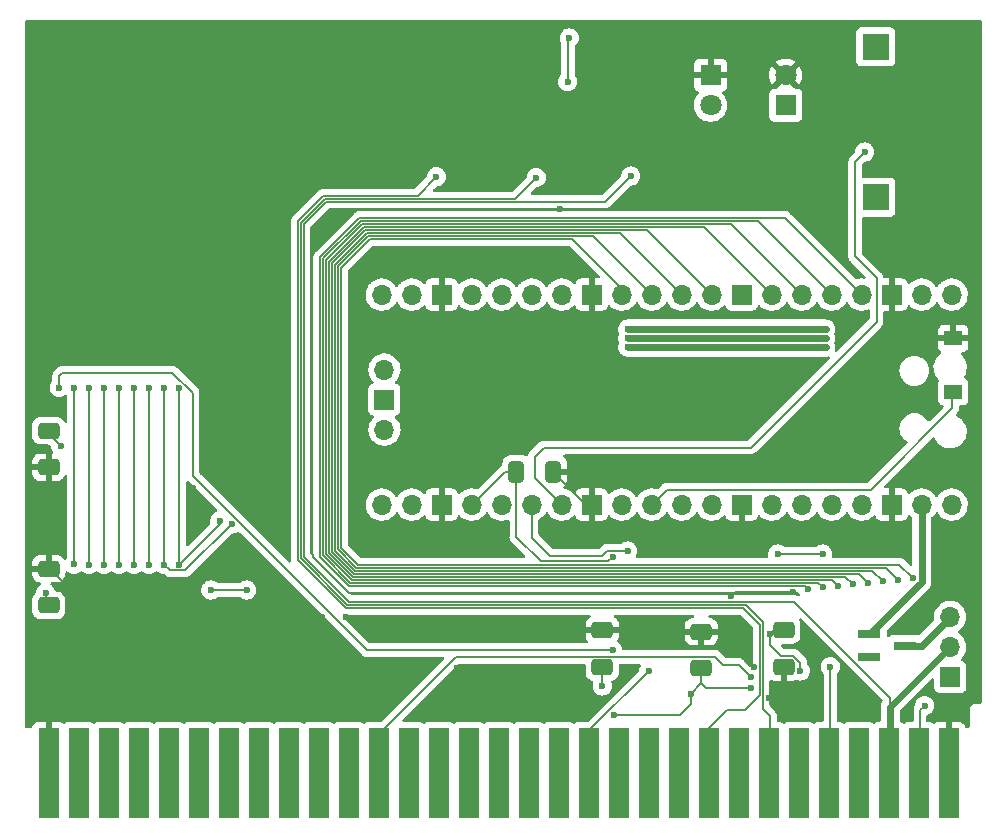
<source format=gbr>
%TF.GenerationSoftware,KiCad,Pcbnew,(6.0.5)*%
%TF.CreationDate,2023-01-02T12:33:01-06:00*%
%TF.ProjectId,ISA rev6,49534120-7265-4763-962e-6b696361645f,rev?*%
%TF.SameCoordinates,Original*%
%TF.FileFunction,Copper,L2,Bot*%
%TF.FilePolarity,Positive*%
%FSLAX46Y46*%
G04 Gerber Fmt 4.6, Leading zero omitted, Abs format (unit mm)*
G04 Created by KiCad (PCBNEW (6.0.5)) date 2023-01-02 12:33:01*
%MOMM*%
%LPD*%
G01*
G04 APERTURE LIST*
G04 Aperture macros list*
%AMRoundRect*
0 Rectangle with rounded corners*
0 $1 Rounding radius*
0 $2 $3 $4 $5 $6 $7 $8 $9 X,Y pos of 4 corners*
0 Add a 4 corners polygon primitive as box body*
4,1,4,$2,$3,$4,$5,$6,$7,$8,$9,$2,$3,0*
0 Add four circle primitives for the rounded corners*
1,1,$1+$1,$2,$3*
1,1,$1+$1,$4,$5*
1,1,$1+$1,$6,$7*
1,1,$1+$1,$8,$9*
0 Add four rect primitives between the rounded corners*
20,1,$1+$1,$2,$3,$4,$5,0*
20,1,$1+$1,$4,$5,$6,$7,0*
20,1,$1+$1,$6,$7,$8,$9,0*
20,1,$1+$1,$8,$9,$2,$3,0*%
G04 Aperture macros list end*
%TA.AperFunction,ComponentPad*%
%ADD10R,1.800000X1.800000*%
%TD*%
%TA.AperFunction,ComponentPad*%
%ADD11C,1.800000*%
%TD*%
%TA.AperFunction,ComponentPad*%
%ADD12R,2.300000X2.300000*%
%TD*%
%TA.AperFunction,ComponentPad*%
%ADD13R,1.700000X1.700000*%
%TD*%
%TA.AperFunction,ComponentPad*%
%ADD14O,1.700000X1.700000*%
%TD*%
%TA.AperFunction,ConnectorPad*%
%ADD15R,1.780000X7.620000*%
%TD*%
%TA.AperFunction,SMDPad,CuDef*%
%ADD16R,1.550000X1.300000*%
%TD*%
%TA.AperFunction,SMDPad,CuDef*%
%ADD17RoundRect,0.250000X0.650000X-0.412500X0.650000X0.412500X-0.650000X0.412500X-0.650000X-0.412500X0*%
%TD*%
%TA.AperFunction,SMDPad,CuDef*%
%ADD18R,1.900000X0.800000*%
%TD*%
%TA.AperFunction,SMDPad,CuDef*%
%ADD19RoundRect,0.250000X-0.650000X0.412500X-0.650000X-0.412500X0.650000X-0.412500X0.650000X0.412500X0*%
%TD*%
%TA.AperFunction,SMDPad,CuDef*%
%ADD20RoundRect,0.250000X0.412500X0.650000X-0.412500X0.650000X-0.412500X-0.650000X0.412500X-0.650000X0*%
%TD*%
%TA.AperFunction,ViaPad*%
%ADD21C,0.600000*%
%TD*%
%TA.AperFunction,Conductor*%
%ADD22C,0.127000*%
%TD*%
%TA.AperFunction,Conductor*%
%ADD23C,0.200000*%
%TD*%
%TA.AperFunction,Conductor*%
%ADD24C,0.600000*%
%TD*%
G04 APERTURE END LIST*
D10*
%TO.P,D2,1,K*%
%TO.N,Net-(D2-Pad1)*%
X165770978Y-69956000D03*
D11*
%TO.P,D2,2,A*%
%TO.N,GND*%
X165770978Y-67416000D03*
%TD*%
D10*
%TO.P,D4,1,K*%
%TO.N,GND*%
X159415978Y-67406000D03*
D11*
%TO.P,D4,2,A*%
%TO.N,Net-(D4-Pad2)*%
X159415978Y-69946000D03*
%TD*%
D12*
%TO.P,J2,8*%
%TO.N,N/C*%
X173402000Y-77752000D03*
%TO.P,J2,9*%
X173402000Y-65012000D03*
%TD*%
D13*
%TO.P,J3,1,Pin_1*%
%TO.N,unconnected-(J3-Pad1)*%
X179705000Y-118349000D03*
D14*
%TO.P,J3,2,Pin_2*%
%TO.N,+5VL*%
X179705000Y-115809000D03*
%TO.P,J3,3,Pin_3*%
%TO.N,Net-(D7-Pad3)*%
X179705000Y-113269000D03*
%TD*%
%TO.P,U6,1,GPIO0*%
%TO.N,/I2C_SDA*%
X179832000Y-85979000D03*
%TO.P,U6,2,GPIO1*%
%TO.N,/I2C_SCL*%
X177292000Y-85979000D03*
D13*
%TO.P,U6,3,GND*%
%TO.N,GND*%
X174752000Y-85979000D03*
D14*
%TO.P,U6,4,GPIO2*%
%TO.N,/PD0*%
X172212000Y-85979000D03*
%TO.P,U6,5,GPIO3*%
%TO.N,/PD1*%
X169672000Y-85979000D03*
%TO.P,U6,6,GPIO4*%
%TO.N,/PD2*%
X167132000Y-85979000D03*
%TO.P,U6,7,GPIO5*%
%TO.N,/PD3*%
X164592000Y-85979000D03*
D13*
%TO.P,U6,8,GND*%
%TO.N,unconnected-(U6-Pad8)*%
X162052000Y-85979000D03*
D14*
%TO.P,U6,9,GPIO6*%
%TO.N,/PD4*%
X159512000Y-85979000D03*
%TO.P,U6,10,GPIO7*%
%TO.N,/PD5*%
X156972000Y-85979000D03*
%TO.P,U6,11,GPIO8*%
%TO.N,/PD6*%
X154432000Y-85979000D03*
%TO.P,U6,12,GPIO9*%
%TO.N,/PD7*%
X151892000Y-85979000D03*
D13*
%TO.P,U6,13,GND*%
%TO.N,GND*%
X149352000Y-85979000D03*
D14*
%TO.P,U6,14,GPIO10*%
%TO.N,/PA0*%
X146812000Y-85979000D03*
%TO.P,U6,15,GPIO11*%
%TO.N,/PA1*%
X144272000Y-85979000D03*
%TO.P,U6,16,GPIO12*%
%TO.N,/PA2*%
X141732000Y-85979000D03*
%TO.P,U6,17,GPIO13*%
%TO.N,/PA3*%
X139192000Y-85979000D03*
D13*
%TO.P,U6,18,GND*%
%TO.N,GND*%
X136652000Y-85979000D03*
D14*
%TO.P,U6,19,GPIO14*%
%TO.N,/PA4*%
X134112000Y-85979000D03*
%TO.P,U6,20,GPIO15*%
%TO.N,/PA5*%
X131572000Y-85979000D03*
%TO.P,U6,21,GPIO16*%
%TO.N,/PA6*%
X131572000Y-103759000D03*
%TO.P,U6,22,GPIO17*%
%TO.N,/PA7*%
X134112000Y-103759000D03*
D13*
%TO.P,U6,23,GND*%
%TO.N,GND*%
X136652000Y-103759000D03*
D14*
%TO.P,U6,24,GPIO18*%
%TO.N,/bus_ready*%
X139192000Y-103759000D03*
%TO.P,U6,25,GPIO19*%
%TO.N,/CE_Byte*%
X141732000Y-103759000D03*
%TO.P,U6,26,GPIO20*%
%TO.N,/ISA_Clk*%
X144272000Y-103759000D03*
%TO.P,U6,27,GPIO21*%
%TO.N,/remoteIRQ*%
X146812000Y-103759000D03*
D13*
%TO.P,U6,28,GND*%
%TO.N,GND*%
X149352000Y-103759000D03*
D14*
%TO.P,U6,29,GPIO22*%
%TO.N,/ISAreset*%
X151892000Y-103759000D03*
%TO.P,U6,30,RUN*%
%TO.N,/Pico_Reset*%
X154432000Y-103759000D03*
%TO.P,U6,31,GPIO26_ADC0*%
%TO.N,/-12Vmon*%
X156972000Y-103759000D03*
%TO.P,U6,32,GPIO27_ADC1*%
%TO.N,/+5Vmon*%
X159512000Y-103759000D03*
D13*
%TO.P,U6,33,AGND*%
%TO.N,GND*%
X162052000Y-103759000D03*
D14*
%TO.P,U6,34,GPIO28_ADC2*%
%TO.N,/+12Vmon*%
X164592000Y-103759000D03*
%TO.P,U6,35,ADC_VREF*%
%TO.N,unconnected-(U6-Pad35)*%
X167132000Y-103759000D03*
%TO.P,U6,36,3V3*%
%TO.N,+3V3*%
X169672000Y-103759000D03*
%TO.P,U6,37,3V3_EN*%
%TO.N,unconnected-(U6-Pad37)*%
X172212000Y-103759000D03*
D13*
%TO.P,U6,38,GND*%
%TO.N,GND*%
X174752000Y-103759000D03*
D14*
%TO.P,U6,39,VSYS*%
%TO.N,+5V*%
X177292000Y-103759000D03*
%TO.P,U6,40,VBUS*%
%TO.N,unconnected-(U6-Pad40)*%
X179832000Y-103759000D03*
%TO.P,U6,41,SWCLK*%
%TO.N,unconnected-(U6-Pad41)*%
X131802000Y-92329000D03*
D13*
%TO.P,U6,42,GND*%
%TO.N,unconnected-(U6-Pad42)*%
X131802000Y-94869000D03*
D14*
%TO.P,U6,43,SWDIO*%
%TO.N,unconnected-(U6-Pad43)*%
X131802000Y-97409000D03*
%TD*%
D15*
%TO.P,J1,1,GND*%
%TO.N,GND*%
X179583000Y-126492000D03*
%TO.P,J1,2,RESET*%
%TO.N,Net-(J1-Pad2)*%
X177043000Y-126492000D03*
%TO.P,J1,3,VCC*%
%TO.N,+5VL*%
X174503000Y-126492000D03*
%TO.P,J1,4,IRQ2*%
%TO.N,unconnected-(J1-Pad4)*%
X171963000Y-126492000D03*
%TO.P,J1,5,-5V*%
%TO.N,Net-(J1-Pad5)*%
X169423000Y-126492000D03*
%TO.P,J1,6,DRQ2*%
%TO.N,unconnected-(J1-Pad6)*%
X166883000Y-126492000D03*
%TO.P,J1,7,-12V*%
%TO.N,-12V*%
X164343000Y-126492000D03*
%TO.P,J1,8,UNUSED*%
%TO.N,unconnected-(J1-Pad8)*%
X161803000Y-126492000D03*
%TO.P,J1,9,+12V*%
%TO.N,+12V*%
X159263000Y-126492000D03*
%TO.P,J1,10,GND*%
%TO.N,unconnected-(J1-Pad10)*%
X156723000Y-126492000D03*
%TO.P,J1,11,~{SMEMW}*%
%TO.N,unconnected-(J1-Pad11)*%
X154183000Y-126492000D03*
%TO.P,J1,12,~{SMEMR}*%
%TO.N,unconnected-(J1-Pad12)*%
X151643000Y-126492000D03*
%TO.P,J1,13,~{IOW}*%
%TO.N,/IOW*%
X149103000Y-126492000D03*
%TO.P,J1,14,~{IOR}*%
%TO.N,unconnected-(J1-Pad14)*%
X146563000Y-126492000D03*
%TO.P,J1,15,~{DACK3}*%
%TO.N,unconnected-(J1-Pad15)*%
X144023000Y-126492000D03*
%TO.P,J1,16,DRQ3*%
%TO.N,unconnected-(J1-Pad16)*%
X141483000Y-126492000D03*
%TO.P,J1,17,~{DACK1}*%
%TO.N,unconnected-(J1-Pad17)*%
X138943000Y-126492000D03*
%TO.P,J1,18,DRQ1*%
%TO.N,unconnected-(J1-Pad18)*%
X136403000Y-126492000D03*
%TO.P,J1,19,~{DACK0}*%
%TO.N,unconnected-(J1-Pad19)*%
X133863000Y-126492000D03*
%TO.P,J1,20,CLK*%
%TO.N,Net-(J1-Pad20)*%
X131323000Y-126492000D03*
%TO.P,J1,21,IRQ7*%
%TO.N,unconnected-(J1-Pad21)*%
X128783000Y-126492000D03*
%TO.P,J1,22,IRQ6*%
%TO.N,unconnected-(J1-Pad22)*%
X126243000Y-126492000D03*
%TO.P,J1,23,IRQ5*%
%TO.N,unconnected-(J1-Pad23)*%
X123703000Y-126492000D03*
%TO.P,J1,24,IRQ4*%
%TO.N,unconnected-(J1-Pad24)*%
X121163000Y-126492000D03*
%TO.P,J1,25,IRQ3*%
%TO.N,unconnected-(J1-Pad25)*%
X118623000Y-126492000D03*
%TO.P,J1,26,~{DACK2}*%
%TO.N,unconnected-(J1-Pad26)*%
X116083000Y-126492000D03*
%TO.P,J1,27,TC*%
%TO.N,unconnected-(J1-Pad27)*%
X113543000Y-126492000D03*
%TO.P,J1,28,ALE*%
%TO.N,unconnected-(J1-Pad28)*%
X111003000Y-126492000D03*
%TO.P,J1,29,VCC*%
%TO.N,unconnected-(J1-Pad29)*%
X108463000Y-126492000D03*
%TO.P,J1,30,OSC*%
%TO.N,unconnected-(J1-Pad30)*%
X105923000Y-126492000D03*
%TO.P,J1,31,GND*%
%TO.N,GND*%
X103383000Y-126492000D03*
%TD*%
D16*
%TO.P,TP1,1,1*%
%TO.N,/Pico_Reset*%
X179959000Y-94198000D03*
%TO.P,TP1,2,2*%
%TO.N,GND*%
X179959000Y-89698000D03*
%TD*%
D17*
%TO.P,C3,1*%
%TO.N,GND*%
X165608000Y-117513500D03*
%TO.P,C3,2*%
%TO.N,+3V3*%
X165608000Y-114388500D03*
%TD*%
D18*
%TO.P,D7,1*%
%TO.N,unconnected-(D7-Pad1)*%
X172871000Y-116647000D03*
%TO.P,D7,2*%
%TO.N,+5V*%
X172871000Y-114747000D03*
%TO.P,D7,3*%
%TO.N,Net-(D7-Pad3)*%
X175871000Y-115697000D03*
%TD*%
D17*
%TO.P,C4,1*%
%TO.N,GND*%
X103373000Y-100622500D03*
%TO.P,C4,2*%
%TO.N,+3V3*%
X103373000Y-97497500D03*
%TD*%
D19*
%TO.P,C6,1*%
%TO.N,GND*%
X158623000Y-114515500D03*
%TO.P,C6,2*%
%TO.N,+3V3*%
X158623000Y-117640500D03*
%TD*%
%TO.P,C1,1*%
%TO.N,GND*%
X150241000Y-114388500D03*
%TO.P,C1,2*%
%TO.N,+3V3*%
X150241000Y-117513500D03*
%TD*%
D20*
%TO.P,C7,1*%
%TO.N,GND*%
X146088500Y-100965000D03*
%TO.P,C7,2*%
%TO.N,/bus_ready*%
X142963500Y-100965000D03*
%TD*%
D19*
%TO.P,C5,1*%
%TO.N,GND*%
X103373000Y-109181500D03*
%TO.P,C5,2*%
%TO.N,+3V3*%
X103373000Y-112306500D03*
%TD*%
D21*
%TO.N,GND*%
X145923000Y-70739000D03*
X154178000Y-114935000D03*
X177927000Y-121920000D03*
X176022000Y-107950000D03*
X163068000Y-117475000D03*
X164338000Y-120142000D03*
X169037000Y-71374000D03*
X116205000Y-103505000D03*
X146685000Y-82169000D03*
X133538000Y-113350000D03*
X178562000Y-107950000D03*
X169037000Y-67564000D03*
X138049000Y-69723000D03*
X115570000Y-114427000D03*
X153924000Y-70612000D03*
X120142000Y-107188000D03*
X169418000Y-75192000D03*
X154178000Y-113411000D03*
X162560000Y-114173000D03*
X115570000Y-102362000D03*
X166370000Y-111125000D03*
X117602000Y-102108000D03*
X121412000Y-105918000D03*
X137922000Y-117602000D03*
X128524000Y-113284000D03*
X146685000Y-78740000D03*
X135636000Y-117602000D03*
X126492000Y-113284000D03*
X161163000Y-111506000D03*
%TO.N,+3V3*%
X169164000Y-88900000D03*
X104394000Y-98806000D03*
X169164000Y-89662000D03*
X165100000Y-107950000D03*
X103124000Y-111252000D03*
X150241000Y-119126000D03*
X157734000Y-119761000D03*
X152400000Y-90424000D03*
X168910000Y-107950000D03*
X162814000Y-119253000D03*
X147320000Y-67945000D03*
X152400000Y-88900000D03*
X151257000Y-121539000D03*
X169164000Y-90424000D03*
X167005000Y-117856000D03*
X147447000Y-64262000D03*
X164465000Y-114681000D03*
X152400000Y-89662000D03*
%TO.N,Net-(J1-Pad2)*%
X177546000Y-120777000D03*
%TO.N,Net-(J1-Pad5)*%
X169545000Y-117475000D03*
%TO.N,+5VL*%
X152654000Y-75946000D03*
%TO.N,/IOW*%
X154178000Y-117856000D03*
%TO.N,-12V*%
X144653000Y-76073000D03*
%TO.N,+12V*%
X136207500Y-76009500D03*
%TO.N,Net-(J1-Pad20)*%
X162814000Y-118364000D03*
%TO.N,/ISA_Clk*%
X152400000Y-107696000D03*
%TO.N,/bus_ready*%
X151130000Y-108204000D03*
%TO.N,/CE_Byte*%
X117094000Y-110998000D03*
X120142000Y-110998000D03*
%TO.N,/PD7*%
X176530000Y-109982000D03*
%TO.N,/PD6*%
X175260000Y-110109000D03*
%TO.N,/PD5*%
X173990000Y-110236000D03*
%TO.N,/PD4*%
X172720000Y-110363000D03*
%TO.N,/PD3*%
X171450000Y-110490000D03*
%TO.N,/PD2*%
X170180000Y-110617000D03*
%TO.N,/PD1*%
X168910000Y-110744000D03*
%TO.N,/PD0*%
X167640000Y-110871000D03*
%TO.N,/PA7*%
X114427000Y-93853000D03*
X117856000Y-105156000D03*
X114427000Y-108839000D03*
%TO.N,/PA6*%
X118872000Y-105410000D03*
X113157000Y-108839000D03*
X113157000Y-93853000D03*
%TO.N,/PA5*%
X111882000Y-93858000D03*
X111887000Y-108839000D03*
%TO.N,/PA4*%
X110617000Y-108839000D03*
X110617000Y-93853000D03*
%TO.N,/PA3*%
X109347000Y-108839000D03*
X109347000Y-93853000D03*
%TO.N,/PA2*%
X108077000Y-108839000D03*
X108077000Y-93853000D03*
%TO.N,/PA1*%
X106807000Y-108839000D03*
X106807000Y-93853000D03*
%TO.N,/PA0*%
X105532000Y-108834000D03*
X105537000Y-93853000D03*
%TO.N,Net-(U1-Pad4)*%
X104267000Y-93853000D03*
X151130000Y-116078000D03*
%TO.N,/remoteIRQ*%
X172466000Y-73914000D03*
%TD*%
D22*
%TO.N,+12V*%
X159263000Y-122677000D02*
X159263000Y-126492000D01*
%TO.N,GND*%
X148882500Y-103759000D02*
X149352000Y-103759000D01*
D23*
X125730000Y-108204000D02*
X128778000Y-111252000D01*
X128778000Y-111252000D02*
X129540000Y-111252000D01*
D22*
X146088500Y-100965000D02*
X148882500Y-103759000D01*
D23*
X104965500Y-110680500D02*
X105029000Y-110744000D01*
X103466500Y-109181500D02*
X104965500Y-110680500D01*
X125730000Y-107950000D02*
X125730000Y-108204000D01*
D22*
X161544000Y-111125000D02*
X161163000Y-111506000D01*
D23*
X103373000Y-109181500D02*
X103466500Y-109181500D01*
D22*
X166370000Y-111125000D02*
X161544000Y-111125000D01*
D23*
%TO.N,+3V3*%
X147320000Y-64389000D02*
X147447000Y-64262000D01*
X158623000Y-118872000D02*
X159004000Y-119253000D01*
X147320000Y-67945000D02*
X147320000Y-64389000D01*
X103124000Y-112057500D02*
X103373000Y-112306500D01*
X156845000Y-121539000D02*
X157734000Y-120650000D01*
X164757500Y-114388500D02*
X164465000Y-114681000D01*
D24*
X152400000Y-88900000D02*
X169164000Y-88900000D01*
D23*
X165371400Y-116586000D02*
X164465000Y-115679600D01*
X167005000Y-117856000D02*
X167005000Y-117174099D01*
X164465000Y-115679600D02*
X164465000Y-114681000D01*
X159004000Y-119253000D02*
X162814000Y-119253000D01*
X103124000Y-111252000D02*
X103124000Y-112057500D01*
X157734000Y-120650000D02*
X157734000Y-119761000D01*
X103373000Y-97785000D02*
X104394000Y-98806000D01*
X165100000Y-107950000D02*
X168910000Y-107950000D01*
D24*
X152400000Y-90424000D02*
X169164000Y-90424000D01*
D23*
X158623000Y-118872000D02*
X158623000Y-117640500D01*
X167005000Y-117174099D02*
X166416901Y-116586000D01*
D24*
X169164000Y-89662000D02*
X152400000Y-89662000D01*
D22*
X150241000Y-119126000D02*
X150241000Y-117513500D01*
D23*
X165608000Y-114388500D02*
X164757500Y-114388500D01*
X157734000Y-119761000D02*
X158623000Y-118872000D01*
X166416901Y-116586000D02*
X165371400Y-116586000D01*
X151257000Y-121539000D02*
X156845000Y-121539000D01*
D22*
X103373000Y-97497500D02*
X103373000Y-97785000D01*
%TO.N,Net-(J1-Pad2)*%
X177170000Y-121153000D02*
X177170000Y-126492000D01*
X177546000Y-120777000D02*
X177170000Y-121153000D01*
%TO.N,Net-(J1-Pad5)*%
X169550000Y-117480000D02*
X169550000Y-126492000D01*
X169545000Y-117475000D02*
X169550000Y-117480000D01*
D24*
%TO.N,Net-(D7-Pad3)*%
X175871000Y-115697000D02*
X177277000Y-115697000D01*
X177277000Y-115697000D02*
X179705000Y-113269000D01*
%TO.N,+5VL*%
X174630000Y-120870978D02*
X174630000Y-126492000D01*
D22*
X166507978Y-112014000D02*
X128778000Y-112014000D01*
D24*
X179691978Y-115809000D02*
X174630000Y-120870978D01*
D22*
X174630000Y-120870978D02*
X174630000Y-120136022D01*
X124968000Y-108204000D02*
X124968000Y-80010000D01*
X124968000Y-80010000D02*
X126873000Y-78105000D01*
X128778000Y-112014000D02*
X124968000Y-108204000D01*
X150495000Y-78105000D02*
X152654000Y-75946000D01*
X126873000Y-78105000D02*
X150495000Y-78105000D01*
X174630000Y-120136022D02*
X166507978Y-112014000D01*
D24*
X179705000Y-115809000D02*
X179691978Y-115809000D01*
D22*
%TO.N,/IOW*%
X149230000Y-122804000D02*
X149230000Y-126492000D01*
X154178000Y-117856000D02*
X149230000Y-122804000D01*
%TO.N,-12V*%
X128673468Y-112268000D02*
X124714000Y-108308532D01*
X142875000Y-77851000D02*
X144653000Y-76073000D01*
X126746000Y-77851000D02*
X142875000Y-77851000D01*
X124714000Y-108308532D02*
X124714000Y-79883000D01*
X163830000Y-121031000D02*
X163830000Y-113665000D01*
X164470000Y-121671000D02*
X163830000Y-121031000D01*
X124714000Y-79883000D02*
X126746000Y-77851000D01*
X164470000Y-126492000D02*
X164470000Y-121671000D01*
X163830000Y-113665000D02*
X162433000Y-112268000D01*
X162433000Y-112268000D02*
X128673468Y-112268000D01*
D24*
%TO.N,+5V*%
X172871000Y-114747000D02*
X177292000Y-110326000D01*
X177292000Y-110326000D02*
X177292000Y-103759000D01*
D22*
%TO.N,+12V*%
X163576480Y-119887520D02*
X163576480Y-113919480D01*
X159263000Y-122677000D02*
X160782000Y-121158000D01*
X124460480Y-79755520D02*
X126618520Y-77597480D01*
X162178520Y-112521520D02*
X128523520Y-112521520D01*
X134619520Y-77597480D02*
X136207500Y-76009500D01*
X163576480Y-113919480D02*
X162178520Y-112521520D01*
X124460480Y-108458480D02*
X124460480Y-79755520D01*
X128523520Y-112521520D02*
X124460480Y-108458480D01*
X162306000Y-121158000D02*
X163576480Y-119887520D01*
X126618520Y-77597480D02*
X134619520Y-77597480D01*
X160782000Y-121158000D02*
X162306000Y-121158000D01*
%TO.N,Net-(J1-Pad20)*%
X137847020Y-116660980D02*
X159818020Y-116660980D01*
X159818020Y-116660980D02*
X160505040Y-117348000D01*
X131323000Y-123185000D02*
X137847020Y-116660980D01*
X160505040Y-117348000D02*
X161798000Y-117348000D01*
X161798000Y-117348000D02*
X162814000Y-118364000D01*
%TO.N,/ISA_Clk*%
X150622000Y-107696000D02*
X152400000Y-107696000D01*
X144272000Y-106553000D02*
X145796000Y-108077000D01*
X144272000Y-103759000D02*
X144272000Y-106553000D01*
X150241000Y-108077000D02*
X150622000Y-107696000D01*
X145796000Y-108077000D02*
X150241000Y-108077000D01*
%TO.N,/bus_ready*%
X142963500Y-106514500D02*
X145016011Y-108567011D01*
X142963500Y-100965000D02*
X141986000Y-100965000D01*
X142963500Y-100965000D02*
X142963500Y-106514500D01*
X141986000Y-100965000D02*
X139192000Y-103759000D01*
X145016011Y-108567011D02*
X150766989Y-108567011D01*
X150766989Y-108567011D02*
X151130000Y-108204000D01*
%TO.N,/CE_Byte*%
X117094000Y-110998000D02*
X120142000Y-110998000D01*
%TO.N,/PD7*%
X129540000Y-108839000D02*
X175387000Y-108839000D01*
X175387000Y-108839000D02*
X176530000Y-109982000D01*
X147700520Y-81279520D02*
X130556480Y-81279520D01*
X130556480Y-81279520D02*
X128143000Y-83693000D01*
X128143000Y-83693000D02*
X128143000Y-107442000D01*
X128143000Y-107442000D02*
X129540000Y-108839000D01*
X151892000Y-85979000D02*
X151892000Y-85471000D01*
X151892000Y-85471000D02*
X147700520Y-81279520D01*
%TO.N,/PD6*%
X174244000Y-109093000D02*
X129435469Y-109093000D01*
X149479000Y-81026000D02*
X130451468Y-81026000D01*
X175260000Y-110109000D02*
X174244000Y-109093000D01*
X127889480Y-83587988D02*
X130451468Y-81026000D01*
X154432000Y-85979000D02*
X149479000Y-81026000D01*
X127889480Y-107547011D02*
X127889480Y-83587988D01*
X129435469Y-109093000D02*
X127889480Y-107547011D01*
%TO.N,/PD5*%
X173101000Y-109347000D02*
X129330938Y-109347000D01*
X127635960Y-107652022D02*
X127635960Y-83438040D01*
X130301520Y-80772480D02*
X151765480Y-80772480D01*
X151765480Y-80772480D02*
X156972000Y-85979000D01*
X129330938Y-109347000D02*
X127635960Y-107652022D01*
X173990000Y-110236000D02*
X173101000Y-109347000D01*
X127635960Y-83438040D02*
X130301520Y-80772480D01*
%TO.N,/PD4*%
X127382440Y-83310560D02*
X130174040Y-80518960D01*
X154051960Y-80518960D02*
X159512000Y-85979000D01*
X171958480Y-109601480D02*
X129226887Y-109601480D01*
X130174040Y-80518960D02*
X154051960Y-80518960D01*
X129226887Y-109601480D02*
X127382440Y-107757033D01*
X127382440Y-107757033D02*
X127382440Y-83310560D01*
X172720000Y-110363000D02*
X171958480Y-109601480D01*
%TO.N,/PD3*%
X127128920Y-107862044D02*
X127128920Y-83205548D01*
X129121875Y-109855000D02*
X127128920Y-107862044D01*
X170815000Y-109855000D02*
X129121875Y-109855000D01*
X158877000Y-80264000D02*
X164592000Y-85979000D01*
X130070468Y-80264000D02*
X158877000Y-80264000D01*
X127128920Y-83205548D02*
X130070468Y-80264000D01*
X171450000Y-110490000D02*
X170815000Y-109855000D01*
%TO.N,/PD2*%
X126875400Y-107967055D02*
X126875400Y-83055600D01*
X161163480Y-80010480D02*
X167132000Y-85979000D01*
X129017345Y-110109000D02*
X126875400Y-107967055D01*
X170180000Y-110617000D02*
X169672000Y-110109000D01*
X129920520Y-80010480D02*
X161163480Y-80010480D01*
X126875400Y-83055600D02*
X129920520Y-80010480D01*
X169672000Y-110109000D02*
X129017345Y-110109000D01*
%TO.N,/PD1*%
X128912814Y-110363000D02*
X126621880Y-108072066D01*
X126621880Y-82928120D02*
X129793040Y-79756960D01*
X168529000Y-110363000D02*
X128912814Y-110363000D01*
X126621880Y-108072066D02*
X126621880Y-82928120D01*
X168910000Y-110744000D02*
X168529000Y-110363000D01*
X163449960Y-79756960D02*
X169672000Y-85979000D01*
X129793040Y-79756960D02*
X163449960Y-79756960D01*
%TO.N,/PD0*%
X128807802Y-110616520D02*
X126368360Y-108177077D01*
X167640000Y-110871000D02*
X167385520Y-110616520D01*
X126368360Y-82823109D02*
X129688029Y-79503440D01*
X129688029Y-79503440D02*
X165736440Y-79503440D01*
X165736440Y-79503440D02*
X172212000Y-85979000D01*
X167385520Y-110616520D02*
X128807802Y-110616520D01*
X126368360Y-108177077D02*
X126368360Y-82823109D01*
%TO.N,/PA7*%
X114427000Y-93853000D02*
X114427000Y-108839000D01*
X114427000Y-108839000D02*
X117856000Y-105410000D01*
X117856000Y-105410000D02*
X117856000Y-105156000D01*
%TO.N,/PA6*%
X113157000Y-108839000D02*
X113647011Y-109329011D01*
X113647011Y-109329011D02*
X114952989Y-109329011D01*
X114952989Y-109329011D02*
X118872000Y-105410000D01*
X113157000Y-93853000D02*
X113157000Y-108839000D01*
%TO.N,/PA5*%
X111887000Y-93863000D02*
X111887000Y-108839000D01*
X111882000Y-93858000D02*
X111887000Y-93863000D01*
%TO.N,/PA4*%
X110617000Y-108839000D02*
X110617000Y-93853000D01*
%TO.N,/PA3*%
X109347000Y-108839000D02*
X109347000Y-93853000D01*
%TO.N,/PA2*%
X108077000Y-93853000D02*
X108077000Y-108839000D01*
%TO.N,/PA1*%
X106807000Y-108839000D02*
X106807000Y-93853000D01*
%TO.N,/PA0*%
X105537000Y-108829000D02*
X105532000Y-108834000D01*
X105537000Y-93853000D02*
X105537000Y-108829000D01*
%TO.N,/Pico_Reset*%
X179895500Y-94198000D02*
X179895500Y-95573840D01*
X179895500Y-95573840D02*
X172980340Y-102489000D01*
X155702000Y-102489000D02*
X154432000Y-103759000D01*
X172980340Y-102489000D02*
X155702000Y-102489000D01*
%TO.N,Net-(U1-Pad4)*%
X104267000Y-93853000D02*
X104267000Y-92837000D01*
X104521000Y-92583000D02*
X113849981Y-92583000D01*
X104267000Y-92837000D02*
X104521000Y-92583000D01*
X113849981Y-92583000D02*
X115570000Y-94303019D01*
X115570000Y-101346000D02*
X130302000Y-116078000D01*
X130302000Y-116078000D02*
X151130000Y-116078000D01*
X115570000Y-94303019D02*
X115570000Y-101346000D01*
%TO.N,/remoteIRQ*%
X144526000Y-101473000D02*
X144526000Y-99695000D01*
X171655866Y-74724134D02*
X171655866Y-82755866D01*
X145288000Y-98933000D02*
X162814000Y-98933000D01*
X173482000Y-84582000D02*
X173482000Y-88265000D01*
X146812000Y-103759000D02*
X144526000Y-101473000D01*
X172466000Y-73914000D02*
X171655866Y-74724134D01*
X144526000Y-99695000D02*
X145288000Y-98933000D01*
X171655866Y-82755866D02*
X173482000Y-84582000D01*
X173482000Y-88265000D02*
X162814000Y-98933000D01*
%TD*%
%TA.AperFunction,Conductor*%
%TO.N,GND*%
G36*
X182313621Y-62758502D02*
G01*
X182360114Y-62812158D01*
X182371500Y-62864500D01*
X182371500Y-120523500D01*
X182351498Y-120591621D01*
X182297842Y-120638114D01*
X182245500Y-120649500D01*
X181872623Y-120649500D01*
X181871853Y-120649498D01*
X181871037Y-120649493D01*
X181794279Y-120649024D01*
X181772677Y-120655198D01*
X181765847Y-120657150D01*
X181749085Y-120660728D01*
X181719813Y-120664920D01*
X181711645Y-120668634D01*
X181711644Y-120668634D01*
X181696438Y-120675548D01*
X181678914Y-120681996D01*
X181654229Y-120689051D01*
X181646635Y-120693843D01*
X181646632Y-120693844D01*
X181629220Y-120704830D01*
X181614137Y-120712969D01*
X181587218Y-120725208D01*
X181580416Y-120731069D01*
X181567765Y-120741970D01*
X181552761Y-120753073D01*
X181531042Y-120766776D01*
X181525103Y-120773501D01*
X181525099Y-120773504D01*
X181511468Y-120788938D01*
X181499276Y-120800982D01*
X181483673Y-120814427D01*
X181483671Y-120814430D01*
X181476873Y-120820287D01*
X181471993Y-120827816D01*
X181471992Y-120827817D01*
X181462906Y-120841835D01*
X181451615Y-120856709D01*
X181440569Y-120869217D01*
X181434622Y-120875951D01*
X181426338Y-120893595D01*
X181422058Y-120902711D01*
X181413737Y-120917691D01*
X181402529Y-120934983D01*
X181402527Y-120934988D01*
X181397648Y-120942515D01*
X181395078Y-120951108D01*
X181395076Y-120951113D01*
X181390289Y-120967120D01*
X181383628Y-120984564D01*
X181378237Y-120996047D01*
X181372719Y-121007800D01*
X181369107Y-121031000D01*
X181368170Y-121037015D01*
X181364387Y-121053732D01*
X181358485Y-121073466D01*
X181358484Y-121073472D01*
X181355914Y-121082066D01*
X181355859Y-121091037D01*
X181355859Y-121091038D01*
X181355704Y-121116497D01*
X181355671Y-121117289D01*
X181355500Y-121118386D01*
X181355500Y-121149377D01*
X181355498Y-121150147D01*
X181355158Y-121205870D01*
X181355024Y-121227721D01*
X181355408Y-121229065D01*
X181355500Y-121230410D01*
X181355500Y-122556000D01*
X181335498Y-122624121D01*
X181281842Y-122670614D01*
X181229500Y-122682000D01*
X181098995Y-122682000D01*
X181030874Y-122661998D01*
X180984381Y-122608342D01*
X180976412Y-122585145D01*
X180971479Y-122564395D01*
X180926324Y-122443946D01*
X180917786Y-122428351D01*
X180841285Y-122326276D01*
X180828724Y-122313715D01*
X180726649Y-122237214D01*
X180711054Y-122228676D01*
X180590606Y-122183522D01*
X180575351Y-122179895D01*
X180524486Y-122174369D01*
X180517672Y-122174000D01*
X179855115Y-122174000D01*
X179839876Y-122178475D01*
X179838671Y-122179865D01*
X179837000Y-122187548D01*
X179837000Y-122682000D01*
X179329000Y-122682000D01*
X179329000Y-122192116D01*
X179324525Y-122176877D01*
X179323135Y-122175672D01*
X179315452Y-122174001D01*
X178648331Y-122174001D01*
X178641510Y-122174371D01*
X178590648Y-122179895D01*
X178575396Y-122183521D01*
X178454946Y-122228676D01*
X178439352Y-122237214D01*
X178388982Y-122274964D01*
X178322476Y-122299812D01*
X178253093Y-122284759D01*
X178237852Y-122274964D01*
X178179705Y-122231385D01*
X178043316Y-122180255D01*
X177981134Y-122173500D01*
X177868000Y-122173500D01*
X177799879Y-122153498D01*
X177753386Y-122099842D01*
X177742000Y-122047500D01*
X177742000Y-121655015D01*
X177762002Y-121586894D01*
X177815658Y-121540401D01*
X177829064Y-121535182D01*
X177875409Y-121520124D01*
X177875412Y-121520123D01*
X177882108Y-121517947D01*
X178037912Y-121425069D01*
X178169266Y-121299982D01*
X178269643Y-121148902D01*
X178334055Y-120979338D01*
X178337212Y-120956876D01*
X178358748Y-120803639D01*
X178358748Y-120803636D01*
X178359299Y-120799717D01*
X178359452Y-120788738D01*
X178359561Y-120780962D01*
X178359561Y-120780957D01*
X178359616Y-120777000D01*
X178339397Y-120596745D01*
X178335655Y-120585999D01*
X178282064Y-120432106D01*
X178282062Y-120432103D01*
X178279745Y-120425448D01*
X178229006Y-120344248D01*
X178187359Y-120277598D01*
X178183626Y-120271624D01*
X178091118Y-120178468D01*
X178060778Y-120147915D01*
X178060774Y-120147912D01*
X178055815Y-120142918D01*
X178044697Y-120135862D01*
X177996538Y-120105300D01*
X177902666Y-120045727D01*
X177845806Y-120025480D01*
X177738425Y-119987243D01*
X177738420Y-119987242D01*
X177731790Y-119984881D01*
X177724802Y-119984048D01*
X177724799Y-119984047D01*
X177601698Y-119969368D01*
X177551680Y-119963404D01*
X177544677Y-119964140D01*
X177544676Y-119964140D01*
X177378288Y-119981628D01*
X177378286Y-119981629D01*
X177371288Y-119982364D01*
X177199579Y-120040818D01*
X177193575Y-120044512D01*
X177051095Y-120132166D01*
X177051092Y-120132168D01*
X177045088Y-120135862D01*
X177040053Y-120140793D01*
X177040050Y-120140795D01*
X176921243Y-120257140D01*
X176915493Y-120262771D01*
X176817235Y-120415238D01*
X176814826Y-120421858D01*
X176814824Y-120421861D01*
X176768515Y-120549095D01*
X176755197Y-120585685D01*
X176754314Y-120592675D01*
X176734023Y-120753289D01*
X176708982Y-120814197D01*
X176700661Y-120825042D01*
X176676260Y-120856842D01*
X176670359Y-120864532D01*
X176612723Y-121003678D01*
X176598000Y-121115508D01*
X176598000Y-121115514D01*
X176593065Y-121153000D01*
X176594143Y-121161188D01*
X176594143Y-121161189D01*
X176596922Y-121182298D01*
X176598000Y-121198744D01*
X176598000Y-122047500D01*
X176577998Y-122115621D01*
X176524342Y-122162114D01*
X176472000Y-122173500D01*
X176104866Y-122173500D01*
X176042684Y-122180255D01*
X175906295Y-122231385D01*
X175899110Y-122236770D01*
X175899108Y-122236771D01*
X175848565Y-122274651D01*
X175782058Y-122299499D01*
X175712676Y-122284446D01*
X175697435Y-122274651D01*
X175646892Y-122236771D01*
X175646890Y-122236770D01*
X175639705Y-122231385D01*
X175631296Y-122228233D01*
X175631295Y-122228232D01*
X175520271Y-122186611D01*
X175463506Y-122143970D01*
X175438806Y-122077408D01*
X175438500Y-122068629D01*
X175438500Y-121258060D01*
X175458502Y-121189939D01*
X175475405Y-121168965D01*
X178131405Y-118512965D01*
X178193717Y-118478939D01*
X178264532Y-118484004D01*
X178321368Y-118526551D01*
X178346179Y-118593071D01*
X178346500Y-118602060D01*
X178346500Y-119247134D01*
X178353255Y-119309316D01*
X178404385Y-119445705D01*
X178491739Y-119562261D01*
X178608295Y-119649615D01*
X178744684Y-119700745D01*
X178806866Y-119707500D01*
X180603134Y-119707500D01*
X180665316Y-119700745D01*
X180801705Y-119649615D01*
X180918261Y-119562261D01*
X181005615Y-119445705D01*
X181056745Y-119309316D01*
X181063500Y-119247134D01*
X181063500Y-117450866D01*
X181056745Y-117388684D01*
X181005615Y-117252295D01*
X180918261Y-117135739D01*
X180801705Y-117048385D01*
X180735154Y-117023436D01*
X180683203Y-117003960D01*
X180626439Y-116961318D01*
X180601739Y-116894756D01*
X180616947Y-116825408D01*
X180638493Y-116796727D01*
X180663163Y-116772143D01*
X180743096Y-116692489D01*
X180759255Y-116670002D01*
X180870435Y-116515277D01*
X180873453Y-116511077D01*
X180876210Y-116505500D01*
X180970136Y-116315453D01*
X180970137Y-116315451D01*
X180972430Y-116310811D01*
X181025334Y-116136684D01*
X181035865Y-116102023D01*
X181035865Y-116102021D01*
X181037370Y-116097069D01*
X181066529Y-115875590D01*
X181068156Y-115809000D01*
X181049852Y-115586361D01*
X180995431Y-115369702D01*
X180906354Y-115164840D01*
X180858326Y-115090600D01*
X180787822Y-114981617D01*
X180787820Y-114981614D01*
X180785014Y-114977277D01*
X180634670Y-114812051D01*
X180630619Y-114808852D01*
X180630615Y-114808848D01*
X180463414Y-114676800D01*
X180463410Y-114676798D01*
X180459359Y-114673598D01*
X180418053Y-114650796D01*
X180368084Y-114600364D01*
X180353312Y-114530921D01*
X180378428Y-114464516D01*
X180405780Y-114437909D01*
X180465954Y-114394987D01*
X180584860Y-114310173D01*
X180599616Y-114295469D01*
X180739435Y-114156137D01*
X180743096Y-114152489D01*
X180873453Y-113971077D01*
X180888615Y-113940400D01*
X180970136Y-113775453D01*
X180970137Y-113775451D01*
X180972430Y-113770811D01*
X181037370Y-113557069D01*
X181066529Y-113335590D01*
X181066747Y-113326664D01*
X181068074Y-113272365D01*
X181068074Y-113272361D01*
X181068156Y-113269000D01*
X181049852Y-113046361D01*
X180995431Y-112829702D01*
X180906354Y-112624840D01*
X180785014Y-112437277D01*
X180634670Y-112272051D01*
X180630619Y-112268852D01*
X180630615Y-112268848D01*
X180463414Y-112136800D01*
X180463410Y-112136798D01*
X180459359Y-112133598D01*
X180263789Y-112025638D01*
X180258920Y-112023914D01*
X180258916Y-112023912D01*
X180058087Y-111952795D01*
X180058083Y-111952794D01*
X180053212Y-111951069D01*
X180048119Y-111950162D01*
X180048116Y-111950161D01*
X179838373Y-111912800D01*
X179838367Y-111912799D01*
X179833284Y-111911894D01*
X179759452Y-111910992D01*
X179615081Y-111909228D01*
X179615079Y-111909228D01*
X179609911Y-111909165D01*
X179389091Y-111942955D01*
X179176756Y-112012357D01*
X178978607Y-112115507D01*
X178974474Y-112118610D01*
X178974471Y-112118612D01*
X178950247Y-112136800D01*
X178799965Y-112249635D01*
X178645629Y-112411138D01*
X178519743Y-112595680D01*
X178504003Y-112629590D01*
X178437597Y-112772650D01*
X178425688Y-112798305D01*
X178365989Y-113013570D01*
X178342251Y-113235695D01*
X178342548Y-113240848D01*
X178342548Y-113240851D01*
X178352773Y-113418183D01*
X178336725Y-113487342D01*
X178316077Y-113514531D01*
X177064317Y-114766291D01*
X177002005Y-114800317D01*
X176946075Y-114799779D01*
X176938716Y-114798029D01*
X176931316Y-114795255D01*
X176923461Y-114794402D01*
X176923458Y-114794401D01*
X176872531Y-114788869D01*
X176869134Y-114788500D01*
X174872866Y-114788500D01*
X174810684Y-114795255D01*
X174674295Y-114846385D01*
X174557739Y-114933739D01*
X174552358Y-114940919D01*
X174546008Y-114947269D01*
X174543761Y-114945022D01*
X174499456Y-114978143D01*
X174428637Y-114983162D01*
X174366347Y-114949097D01*
X174332362Y-114886762D01*
X174329500Y-114860059D01*
X174329500Y-114484082D01*
X174349502Y-114415961D01*
X174366405Y-114394987D01*
X177857158Y-110904234D01*
X177858095Y-110903306D01*
X177917475Y-110845157D01*
X177917476Y-110845156D01*
X177922507Y-110840229D01*
X177945998Y-110803779D01*
X177953417Y-110793454D01*
X177980476Y-110759557D01*
X177984954Y-110750295D01*
X177995072Y-110729363D01*
X178002602Y-110715945D01*
X178016948Y-110693684D01*
X178020765Y-110687762D01*
X178023173Y-110681145D01*
X178023176Y-110681140D01*
X178035592Y-110647027D01*
X178040553Y-110635284D01*
X178056354Y-110602597D01*
X178056356Y-110602592D01*
X178059421Y-110596251D01*
X178066965Y-110563572D01*
X178071332Y-110548831D01*
X178082803Y-110517315D01*
X178083686Y-110510325D01*
X178083688Y-110510317D01*
X178088238Y-110474299D01*
X178090474Y-110461747D01*
X178098638Y-110426386D01*
X178098638Y-110426383D01*
X178100224Y-110419515D01*
X178100272Y-110405998D01*
X178100366Y-110378944D01*
X178100395Y-110378062D01*
X178100500Y-110377231D01*
X178100500Y-110340428D01*
X178100757Y-110266727D01*
X178100845Y-110241657D01*
X178100845Y-110241652D01*
X178100857Y-110238130D01*
X178100589Y-110236930D01*
X178100500Y-110235293D01*
X178100500Y-104915968D01*
X178120502Y-104847847D01*
X178153331Y-104813390D01*
X178167654Y-104803174D01*
X178167661Y-104803168D01*
X178171860Y-104800173D01*
X178330096Y-104642489D01*
X178389594Y-104559689D01*
X178460453Y-104461077D01*
X178461776Y-104462028D01*
X178508645Y-104418857D01*
X178578580Y-104406625D01*
X178644026Y-104434144D01*
X178671875Y-104465994D01*
X178731987Y-104564088D01*
X178878250Y-104732938D01*
X179050126Y-104875632D01*
X179243000Y-104988338D01*
X179247825Y-104990180D01*
X179247826Y-104990181D01*
X179260001Y-104994830D01*
X179451692Y-105068030D01*
X179456760Y-105069061D01*
X179456763Y-105069062D01*
X179564012Y-105090882D01*
X179670597Y-105112567D01*
X179675772Y-105112757D01*
X179675774Y-105112757D01*
X179888673Y-105120564D01*
X179888677Y-105120564D01*
X179893837Y-105120753D01*
X179898957Y-105120097D01*
X179898959Y-105120097D01*
X180110288Y-105093025D01*
X180110289Y-105093025D01*
X180115416Y-105092368D01*
X180120369Y-105090882D01*
X180324429Y-105029661D01*
X180324434Y-105029659D01*
X180329384Y-105028174D01*
X180529994Y-104929896D01*
X180711860Y-104800173D01*
X180870096Y-104642489D01*
X180929594Y-104559689D01*
X180997435Y-104465277D01*
X181000453Y-104461077D01*
X181020845Y-104419818D01*
X181097136Y-104265453D01*
X181097137Y-104265451D01*
X181099430Y-104260811D01*
X181164370Y-104047069D01*
X181193529Y-103825590D01*
X181195156Y-103759000D01*
X181176852Y-103536361D01*
X181122431Y-103319702D01*
X181033354Y-103114840D01*
X180912014Y-102927277D01*
X180761670Y-102762051D01*
X180757619Y-102758852D01*
X180757615Y-102758848D01*
X180590414Y-102626800D01*
X180590410Y-102626798D01*
X180586359Y-102623598D01*
X180390789Y-102515638D01*
X180385920Y-102513914D01*
X180385916Y-102513912D01*
X180185087Y-102442795D01*
X180185083Y-102442794D01*
X180180212Y-102441069D01*
X180175119Y-102440162D01*
X180175116Y-102440161D01*
X179965373Y-102402800D01*
X179965367Y-102402799D01*
X179960284Y-102401894D01*
X179886452Y-102400992D01*
X179742081Y-102399228D01*
X179742079Y-102399228D01*
X179736911Y-102399165D01*
X179516091Y-102432955D01*
X179303756Y-102502357D01*
X179105607Y-102605507D01*
X179101474Y-102608610D01*
X179101471Y-102608612D01*
X179018450Y-102670946D01*
X178926965Y-102739635D01*
X178772629Y-102901138D01*
X178665201Y-103058621D01*
X178610293Y-103103621D01*
X178539768Y-103111792D01*
X178476021Y-103080538D01*
X178455324Y-103056054D01*
X178374822Y-102931617D01*
X178374820Y-102931614D01*
X178372014Y-102927277D01*
X178221670Y-102762051D01*
X178217619Y-102758852D01*
X178217615Y-102758848D01*
X178050414Y-102626800D01*
X178050410Y-102626798D01*
X178046359Y-102623598D01*
X177850789Y-102515638D01*
X177845920Y-102513914D01*
X177845916Y-102513912D01*
X177645087Y-102442795D01*
X177645083Y-102442794D01*
X177640212Y-102441069D01*
X177635119Y-102440162D01*
X177635116Y-102440161D01*
X177425373Y-102402800D01*
X177425367Y-102402799D01*
X177420284Y-102401894D01*
X177346452Y-102400992D01*
X177202081Y-102399228D01*
X177202079Y-102399228D01*
X177196911Y-102399165D01*
X176976091Y-102432955D01*
X176763756Y-102502357D01*
X176565607Y-102605507D01*
X176561474Y-102608610D01*
X176561471Y-102608612D01*
X176478450Y-102670946D01*
X176386965Y-102739635D01*
X176383393Y-102743373D01*
X176305898Y-102824466D01*
X176244374Y-102859895D01*
X176173462Y-102856438D01*
X176115676Y-102815192D01*
X176096823Y-102781644D01*
X176055324Y-102670946D01*
X176046786Y-102655351D01*
X175970285Y-102553276D01*
X175957724Y-102540715D01*
X175855649Y-102464214D01*
X175840054Y-102455676D01*
X175719606Y-102410522D01*
X175704351Y-102406895D01*
X175653486Y-102401369D01*
X175646672Y-102401000D01*
X175024115Y-102401000D01*
X175008876Y-102405475D01*
X175007671Y-102406865D01*
X175006000Y-102414548D01*
X175006000Y-105098884D01*
X175010475Y-105114123D01*
X175011865Y-105115328D01*
X175019548Y-105116999D01*
X175646669Y-105116999D01*
X175653490Y-105116629D01*
X175704352Y-105111105D01*
X175719604Y-105107479D01*
X175840054Y-105062324D01*
X175855649Y-105053786D01*
X175957724Y-104977285D01*
X175970285Y-104964724D01*
X176046786Y-104862649D01*
X176055324Y-104847054D01*
X176096225Y-104737952D01*
X176138867Y-104681188D01*
X176205428Y-104656488D01*
X176274777Y-104671696D01*
X176309444Y-104699684D01*
X176334865Y-104729031D01*
X176334869Y-104729035D01*
X176338250Y-104732938D01*
X176342225Y-104736238D01*
X176342228Y-104736241D01*
X176437985Y-104815740D01*
X176477620Y-104874643D01*
X176483500Y-104912684D01*
X176483500Y-108822380D01*
X176463498Y-108890501D01*
X176409842Y-108936994D01*
X176339568Y-108947098D01*
X176274988Y-108917604D01*
X176268405Y-108911475D01*
X175823816Y-108466886D01*
X175812949Y-108454495D01*
X175799984Y-108437598D01*
X175799981Y-108437595D01*
X175794955Y-108431045D01*
X175762757Y-108406338D01*
X175675468Y-108339359D01*
X175536322Y-108281723D01*
X175505625Y-108277682D01*
X175424503Y-108267001D01*
X175424494Y-108267000D01*
X175424491Y-108267000D01*
X175424479Y-108266999D01*
X175395189Y-108263143D01*
X175395188Y-108263143D01*
X175387000Y-108262065D01*
X175378812Y-108263143D01*
X175378811Y-108263143D01*
X175357702Y-108265922D01*
X175341256Y-108267000D01*
X169826887Y-108267000D01*
X169758766Y-108246998D01*
X169712273Y-108193342D01*
X169702113Y-108123464D01*
X169722748Y-107976640D01*
X169722748Y-107976635D01*
X169723299Y-107972717D01*
X169723616Y-107950000D01*
X169703397Y-107769745D01*
X169701080Y-107763091D01*
X169646064Y-107605106D01*
X169646062Y-107605103D01*
X169643745Y-107598448D01*
X169547626Y-107444624D01*
X169533941Y-107430843D01*
X169424778Y-107320915D01*
X169424774Y-107320912D01*
X169419815Y-107315918D01*
X169412846Y-107311495D01*
X169329406Y-107258543D01*
X169266666Y-107218727D01*
X169228313Y-107205070D01*
X169102425Y-107160243D01*
X169102420Y-107160242D01*
X169095790Y-107157881D01*
X169088802Y-107157048D01*
X169088799Y-107157047D01*
X168961636Y-107141884D01*
X168915680Y-107136404D01*
X168908677Y-107137140D01*
X168908676Y-107137140D01*
X168742288Y-107154628D01*
X168742286Y-107154629D01*
X168735288Y-107155364D01*
X168563579Y-107213818D01*
X168409088Y-107308862D01*
X168404054Y-107313791D01*
X168402776Y-107314790D01*
X168336782Y-107340967D01*
X168325204Y-107341500D01*
X165684751Y-107341500D01*
X165616630Y-107321498D01*
X165612157Y-107318276D01*
X165609815Y-107315918D01*
X165602846Y-107311495D01*
X165519406Y-107258543D01*
X165456666Y-107218727D01*
X165418313Y-107205070D01*
X165292425Y-107160243D01*
X165292420Y-107160242D01*
X165285790Y-107157881D01*
X165278802Y-107157048D01*
X165278799Y-107157047D01*
X165151636Y-107141884D01*
X165105680Y-107136404D01*
X165098677Y-107137140D01*
X165098676Y-107137140D01*
X164932288Y-107154628D01*
X164932286Y-107154629D01*
X164925288Y-107155364D01*
X164753579Y-107213818D01*
X164747575Y-107217512D01*
X164605095Y-107305166D01*
X164605092Y-107305168D01*
X164599088Y-107308862D01*
X164594053Y-107313793D01*
X164594050Y-107313795D01*
X164474525Y-107430843D01*
X164469493Y-107435771D01*
X164371235Y-107588238D01*
X164368826Y-107594858D01*
X164368824Y-107594861D01*
X164323744Y-107718717D01*
X164309197Y-107758685D01*
X164286463Y-107938640D01*
X164303906Y-108116540D01*
X164303906Y-108116541D01*
X164304163Y-108119160D01*
X164303703Y-108119205D01*
X164298638Y-108185592D01*
X164255822Y-108242225D01*
X164189185Y-108266720D01*
X164180793Y-108267000D01*
X153226351Y-108267000D01*
X153158230Y-108246998D01*
X153111737Y-108193342D01*
X153101633Y-108123068D01*
X153117809Y-108080693D01*
X153116525Y-108080033D01*
X153119741Y-108073774D01*
X153123643Y-108067902D01*
X153188055Y-107898338D01*
X153213299Y-107718717D01*
X153213616Y-107696000D01*
X153193397Y-107515745D01*
X153182690Y-107484998D01*
X153136064Y-107351106D01*
X153136062Y-107351103D01*
X153133745Y-107344448D01*
X153037626Y-107190624D01*
X153010064Y-107162869D01*
X152914778Y-107066915D01*
X152914774Y-107066912D01*
X152909815Y-107061918D01*
X152898697Y-107054862D01*
X152850538Y-107024300D01*
X152756666Y-106964727D01*
X152727463Y-106954328D01*
X152592425Y-106906243D01*
X152592420Y-106906242D01*
X152585790Y-106903881D01*
X152578802Y-106903048D01*
X152578799Y-106903047D01*
X152455698Y-106888368D01*
X152405680Y-106882404D01*
X152398677Y-106883140D01*
X152398676Y-106883140D01*
X152232288Y-106900628D01*
X152232286Y-106900629D01*
X152225288Y-106901364D01*
X152053579Y-106959818D01*
X152047575Y-106963512D01*
X151905095Y-107051166D01*
X151905092Y-107051168D01*
X151899088Y-107054862D01*
X151894053Y-107059793D01*
X151894050Y-107059795D01*
X151865224Y-107088024D01*
X151802559Y-107121394D01*
X151777067Y-107124000D01*
X150667744Y-107124000D01*
X150651298Y-107122922D01*
X150630189Y-107120143D01*
X150630188Y-107120143D01*
X150622000Y-107119065D01*
X150613812Y-107120143D01*
X150613811Y-107120143D01*
X150584521Y-107123999D01*
X150584509Y-107124000D01*
X150584506Y-107124000D01*
X150584497Y-107124001D01*
X150503375Y-107134682D01*
X150472678Y-107138723D01*
X150333532Y-107196359D01*
X150326981Y-107201386D01*
X150326979Y-107201387D01*
X150299457Y-107222506D01*
X150252493Y-107258543D01*
X150214045Y-107288045D01*
X150209019Y-107294595D01*
X150196051Y-107311495D01*
X150185184Y-107323886D01*
X150040975Y-107468095D01*
X149978663Y-107502121D01*
X149951880Y-107505000D01*
X146085121Y-107505000D01*
X146017000Y-107484998D01*
X145996026Y-107468095D01*
X144880905Y-106352975D01*
X144846880Y-106290663D01*
X144844000Y-106263880D01*
X144844000Y-105070200D01*
X144864002Y-105002079D01*
X144914568Y-104957049D01*
X144965346Y-104932173D01*
X144969994Y-104929896D01*
X145151860Y-104800173D01*
X145310096Y-104642489D01*
X145369594Y-104559689D01*
X145440453Y-104461077D01*
X145441776Y-104462028D01*
X145488645Y-104418857D01*
X145558580Y-104406625D01*
X145624026Y-104434144D01*
X145651875Y-104465994D01*
X145711987Y-104564088D01*
X145858250Y-104732938D01*
X146030126Y-104875632D01*
X146223000Y-104988338D01*
X146227825Y-104990180D01*
X146227826Y-104990181D01*
X146240001Y-104994830D01*
X146431692Y-105068030D01*
X146436760Y-105069061D01*
X146436763Y-105069062D01*
X146544012Y-105090882D01*
X146650597Y-105112567D01*
X146655772Y-105112757D01*
X146655774Y-105112757D01*
X146868673Y-105120564D01*
X146868677Y-105120564D01*
X146873837Y-105120753D01*
X146878957Y-105120097D01*
X146878959Y-105120097D01*
X147090288Y-105093025D01*
X147090289Y-105093025D01*
X147095416Y-105092368D01*
X147100369Y-105090882D01*
X147304429Y-105029661D01*
X147304434Y-105029659D01*
X147309384Y-105028174D01*
X147509994Y-104929896D01*
X147691860Y-104800173D01*
X147759331Y-104732938D01*
X147800479Y-104691933D01*
X147862851Y-104658017D01*
X147933658Y-104663205D01*
X147990419Y-104705851D01*
X148007401Y-104736954D01*
X148048676Y-104847054D01*
X148057214Y-104862649D01*
X148133715Y-104964724D01*
X148146276Y-104977285D01*
X148248351Y-105053786D01*
X148263946Y-105062324D01*
X148384394Y-105107478D01*
X148399649Y-105111105D01*
X148450514Y-105116631D01*
X148457328Y-105117000D01*
X149079885Y-105117000D01*
X149095124Y-105112525D01*
X149096329Y-105111135D01*
X149098000Y-105103452D01*
X149098000Y-105098884D01*
X149606000Y-105098884D01*
X149610475Y-105114123D01*
X149611865Y-105115328D01*
X149619548Y-105116999D01*
X150246669Y-105116999D01*
X150253490Y-105116629D01*
X150304352Y-105111105D01*
X150319604Y-105107479D01*
X150440054Y-105062324D01*
X150455649Y-105053786D01*
X150557724Y-104977285D01*
X150570285Y-104964724D01*
X150646786Y-104862649D01*
X150655324Y-104847054D01*
X150696225Y-104737952D01*
X150738867Y-104681188D01*
X150805428Y-104656488D01*
X150874777Y-104671696D01*
X150909444Y-104699684D01*
X150934865Y-104729031D01*
X150934869Y-104729035D01*
X150938250Y-104732938D01*
X151110126Y-104875632D01*
X151303000Y-104988338D01*
X151307825Y-104990180D01*
X151307826Y-104990181D01*
X151320001Y-104994830D01*
X151511692Y-105068030D01*
X151516760Y-105069061D01*
X151516763Y-105069062D01*
X151624012Y-105090882D01*
X151730597Y-105112567D01*
X151735772Y-105112757D01*
X151735774Y-105112757D01*
X151948673Y-105120564D01*
X151948677Y-105120564D01*
X151953837Y-105120753D01*
X151958957Y-105120097D01*
X151958959Y-105120097D01*
X152170288Y-105093025D01*
X152170289Y-105093025D01*
X152175416Y-105092368D01*
X152180369Y-105090882D01*
X152384429Y-105029661D01*
X152384434Y-105029659D01*
X152389384Y-105028174D01*
X152589994Y-104929896D01*
X152771860Y-104800173D01*
X152930096Y-104642489D01*
X152989594Y-104559689D01*
X153060453Y-104461077D01*
X153061776Y-104462028D01*
X153108645Y-104418857D01*
X153178580Y-104406625D01*
X153244026Y-104434144D01*
X153271875Y-104465994D01*
X153331987Y-104564088D01*
X153478250Y-104732938D01*
X153650126Y-104875632D01*
X153843000Y-104988338D01*
X153847825Y-104990180D01*
X153847826Y-104990181D01*
X153860001Y-104994830D01*
X154051692Y-105068030D01*
X154056760Y-105069061D01*
X154056763Y-105069062D01*
X154164012Y-105090882D01*
X154270597Y-105112567D01*
X154275772Y-105112757D01*
X154275774Y-105112757D01*
X154488673Y-105120564D01*
X154488677Y-105120564D01*
X154493837Y-105120753D01*
X154498957Y-105120097D01*
X154498959Y-105120097D01*
X154710288Y-105093025D01*
X154710289Y-105093025D01*
X154715416Y-105092368D01*
X154720369Y-105090882D01*
X154924429Y-105029661D01*
X154924434Y-105029659D01*
X154929384Y-105028174D01*
X155129994Y-104929896D01*
X155311860Y-104800173D01*
X155470096Y-104642489D01*
X155529594Y-104559689D01*
X155600453Y-104461077D01*
X155601776Y-104462028D01*
X155648645Y-104418857D01*
X155718580Y-104406625D01*
X155784026Y-104434144D01*
X155811875Y-104465994D01*
X155871987Y-104564088D01*
X156018250Y-104732938D01*
X156190126Y-104875632D01*
X156383000Y-104988338D01*
X156387825Y-104990180D01*
X156387826Y-104990181D01*
X156400001Y-104994830D01*
X156591692Y-105068030D01*
X156596760Y-105069061D01*
X156596763Y-105069062D01*
X156704012Y-105090882D01*
X156810597Y-105112567D01*
X156815772Y-105112757D01*
X156815774Y-105112757D01*
X157028673Y-105120564D01*
X157028677Y-105120564D01*
X157033837Y-105120753D01*
X157038957Y-105120097D01*
X157038959Y-105120097D01*
X157250288Y-105093025D01*
X157250289Y-105093025D01*
X157255416Y-105092368D01*
X157260369Y-105090882D01*
X157464429Y-105029661D01*
X157464434Y-105029659D01*
X157469384Y-105028174D01*
X157669994Y-104929896D01*
X157851860Y-104800173D01*
X158010096Y-104642489D01*
X158069594Y-104559689D01*
X158140453Y-104461077D01*
X158141776Y-104462028D01*
X158188645Y-104418857D01*
X158258580Y-104406625D01*
X158324026Y-104434144D01*
X158351875Y-104465994D01*
X158411987Y-104564088D01*
X158558250Y-104732938D01*
X158730126Y-104875632D01*
X158923000Y-104988338D01*
X158927825Y-104990180D01*
X158927826Y-104990181D01*
X158940001Y-104994830D01*
X159131692Y-105068030D01*
X159136760Y-105069061D01*
X159136763Y-105069062D01*
X159244012Y-105090882D01*
X159350597Y-105112567D01*
X159355772Y-105112757D01*
X159355774Y-105112757D01*
X159568673Y-105120564D01*
X159568677Y-105120564D01*
X159573837Y-105120753D01*
X159578957Y-105120097D01*
X159578959Y-105120097D01*
X159790288Y-105093025D01*
X159790289Y-105093025D01*
X159795416Y-105092368D01*
X159800369Y-105090882D01*
X160004429Y-105029661D01*
X160004434Y-105029659D01*
X160009384Y-105028174D01*
X160209994Y-104929896D01*
X160391860Y-104800173D01*
X160459331Y-104732938D01*
X160500479Y-104691933D01*
X160562851Y-104658017D01*
X160633658Y-104663205D01*
X160690419Y-104705851D01*
X160707401Y-104736954D01*
X160748676Y-104847054D01*
X160757214Y-104862649D01*
X160833715Y-104964724D01*
X160846276Y-104977285D01*
X160948351Y-105053786D01*
X160963946Y-105062324D01*
X161084394Y-105107478D01*
X161099649Y-105111105D01*
X161150514Y-105116631D01*
X161157328Y-105117000D01*
X161779885Y-105117000D01*
X161795124Y-105112525D01*
X161796329Y-105111135D01*
X161798000Y-105103452D01*
X161798000Y-103631000D01*
X161818002Y-103562879D01*
X161871658Y-103516386D01*
X161924000Y-103505000D01*
X162180000Y-103505000D01*
X162248121Y-103525002D01*
X162294614Y-103578658D01*
X162306000Y-103631000D01*
X162306000Y-105098884D01*
X162310475Y-105114123D01*
X162311865Y-105115328D01*
X162319548Y-105116999D01*
X162946669Y-105116999D01*
X162953490Y-105116629D01*
X163004352Y-105111105D01*
X163019604Y-105107479D01*
X163140054Y-105062324D01*
X163155649Y-105053786D01*
X163257724Y-104977285D01*
X163270285Y-104964724D01*
X163346786Y-104862649D01*
X163355324Y-104847054D01*
X163396225Y-104737952D01*
X163438867Y-104681188D01*
X163505428Y-104656488D01*
X163574777Y-104671696D01*
X163609444Y-104699684D01*
X163634865Y-104729031D01*
X163634869Y-104729035D01*
X163638250Y-104732938D01*
X163810126Y-104875632D01*
X164003000Y-104988338D01*
X164007825Y-104990180D01*
X164007826Y-104990181D01*
X164020001Y-104994830D01*
X164211692Y-105068030D01*
X164216760Y-105069061D01*
X164216763Y-105069062D01*
X164324012Y-105090882D01*
X164430597Y-105112567D01*
X164435772Y-105112757D01*
X164435774Y-105112757D01*
X164648673Y-105120564D01*
X164648677Y-105120564D01*
X164653837Y-105120753D01*
X164658957Y-105120097D01*
X164658959Y-105120097D01*
X164870288Y-105093025D01*
X164870289Y-105093025D01*
X164875416Y-105092368D01*
X164880369Y-105090882D01*
X165084429Y-105029661D01*
X165084434Y-105029659D01*
X165089384Y-105028174D01*
X165289994Y-104929896D01*
X165471860Y-104800173D01*
X165630096Y-104642489D01*
X165689594Y-104559689D01*
X165760453Y-104461077D01*
X165761776Y-104462028D01*
X165808645Y-104418857D01*
X165878580Y-104406625D01*
X165944026Y-104434144D01*
X165971875Y-104465994D01*
X166031987Y-104564088D01*
X166178250Y-104732938D01*
X166350126Y-104875632D01*
X166543000Y-104988338D01*
X166547825Y-104990180D01*
X166547826Y-104990181D01*
X166560001Y-104994830D01*
X166751692Y-105068030D01*
X166756760Y-105069061D01*
X166756763Y-105069062D01*
X166864012Y-105090882D01*
X166970597Y-105112567D01*
X166975772Y-105112757D01*
X166975774Y-105112757D01*
X167188673Y-105120564D01*
X167188677Y-105120564D01*
X167193837Y-105120753D01*
X167198957Y-105120097D01*
X167198959Y-105120097D01*
X167410288Y-105093025D01*
X167410289Y-105093025D01*
X167415416Y-105092368D01*
X167420369Y-105090882D01*
X167624429Y-105029661D01*
X167624434Y-105029659D01*
X167629384Y-105028174D01*
X167829994Y-104929896D01*
X168011860Y-104800173D01*
X168170096Y-104642489D01*
X168229594Y-104559689D01*
X168300453Y-104461077D01*
X168301776Y-104462028D01*
X168348645Y-104418857D01*
X168418580Y-104406625D01*
X168484026Y-104434144D01*
X168511875Y-104465994D01*
X168571987Y-104564088D01*
X168718250Y-104732938D01*
X168890126Y-104875632D01*
X169083000Y-104988338D01*
X169087825Y-104990180D01*
X169087826Y-104990181D01*
X169100001Y-104994830D01*
X169291692Y-105068030D01*
X169296760Y-105069061D01*
X169296763Y-105069062D01*
X169404012Y-105090882D01*
X169510597Y-105112567D01*
X169515772Y-105112757D01*
X169515774Y-105112757D01*
X169728673Y-105120564D01*
X169728677Y-105120564D01*
X169733837Y-105120753D01*
X169738957Y-105120097D01*
X169738959Y-105120097D01*
X169950288Y-105093025D01*
X169950289Y-105093025D01*
X169955416Y-105092368D01*
X169960369Y-105090882D01*
X170164429Y-105029661D01*
X170164434Y-105029659D01*
X170169384Y-105028174D01*
X170369994Y-104929896D01*
X170551860Y-104800173D01*
X170710096Y-104642489D01*
X170769594Y-104559689D01*
X170840453Y-104461077D01*
X170841776Y-104462028D01*
X170888645Y-104418857D01*
X170958580Y-104406625D01*
X171024026Y-104434144D01*
X171051875Y-104465994D01*
X171111987Y-104564088D01*
X171258250Y-104732938D01*
X171430126Y-104875632D01*
X171623000Y-104988338D01*
X171627825Y-104990180D01*
X171627826Y-104990181D01*
X171640001Y-104994830D01*
X171831692Y-105068030D01*
X171836760Y-105069061D01*
X171836763Y-105069062D01*
X171944012Y-105090882D01*
X172050597Y-105112567D01*
X172055772Y-105112757D01*
X172055774Y-105112757D01*
X172268673Y-105120564D01*
X172268677Y-105120564D01*
X172273837Y-105120753D01*
X172278957Y-105120097D01*
X172278959Y-105120097D01*
X172490288Y-105093025D01*
X172490289Y-105093025D01*
X172495416Y-105092368D01*
X172500369Y-105090882D01*
X172704429Y-105029661D01*
X172704434Y-105029659D01*
X172709384Y-105028174D01*
X172909994Y-104929896D01*
X173091860Y-104800173D01*
X173159331Y-104732938D01*
X173200479Y-104691933D01*
X173262851Y-104658017D01*
X173333658Y-104663205D01*
X173390419Y-104705851D01*
X173407401Y-104736954D01*
X173448676Y-104847054D01*
X173457214Y-104862649D01*
X173533715Y-104964724D01*
X173546276Y-104977285D01*
X173648351Y-105053786D01*
X173663946Y-105062324D01*
X173784394Y-105107478D01*
X173799649Y-105111105D01*
X173850514Y-105116631D01*
X173857328Y-105117000D01*
X174479885Y-105117000D01*
X174495124Y-105112525D01*
X174496329Y-105111135D01*
X174498000Y-105103452D01*
X174498000Y-102419116D01*
X174493525Y-102403877D01*
X174492135Y-102402672D01*
X174484452Y-102401001D01*
X174181459Y-102401001D01*
X174113338Y-102380999D01*
X174066845Y-102327343D01*
X174056741Y-102257069D01*
X174086235Y-102192489D01*
X174092364Y-102185906D01*
X178192505Y-98085765D01*
X178254817Y-98051739D01*
X178325632Y-98056804D01*
X178382468Y-98099351D01*
X178398343Y-98127456D01*
X178433521Y-98214088D01*
X178440484Y-98231237D01*
X178561501Y-98428719D01*
X178713147Y-98603784D01*
X178891349Y-98751730D01*
X179091322Y-98868584D01*
X179307694Y-98951209D01*
X179312760Y-98952240D01*
X179312761Y-98952240D01*
X179365846Y-98963040D01*
X179534656Y-98997385D01*
X179665324Y-99002176D01*
X179760949Y-99005683D01*
X179760953Y-99005683D01*
X179766113Y-99005872D01*
X179771233Y-99005216D01*
X179771235Y-99005216D01*
X179844270Y-98995860D01*
X179995847Y-98976442D01*
X180000795Y-98974957D01*
X180000802Y-98974956D01*
X180212747Y-98911369D01*
X180217690Y-98909886D01*
X180222324Y-98907616D01*
X180421049Y-98810262D01*
X180421052Y-98810260D01*
X180425684Y-98807991D01*
X180614243Y-98673494D01*
X180778303Y-98510005D01*
X180913458Y-98321917D01*
X180930077Y-98288292D01*
X181013784Y-98118922D01*
X181013785Y-98118920D01*
X181016078Y-98114280D01*
X181083408Y-97892671D01*
X181113640Y-97663041D01*
X181113722Y-97659691D01*
X181115245Y-97597365D01*
X181115245Y-97597361D01*
X181115327Y-97594000D01*
X181105592Y-97475590D01*
X181096773Y-97368318D01*
X181096772Y-97368312D01*
X181096349Y-97363167D01*
X181050678Y-97181342D01*
X181041184Y-97143544D01*
X181041183Y-97143540D01*
X181039925Y-97138533D01*
X181009830Y-97069319D01*
X180949630Y-96930868D01*
X180949628Y-96930865D01*
X180947570Y-96926131D01*
X180821764Y-96731665D01*
X180818156Y-96727699D01*
X180754587Y-96657838D01*
X180665887Y-96560358D01*
X180661836Y-96557159D01*
X180661832Y-96557155D01*
X180488177Y-96420011D01*
X180488172Y-96420008D01*
X180484123Y-96416810D01*
X180479607Y-96414317D01*
X180479604Y-96414315D01*
X180285879Y-96307373D01*
X180285875Y-96307371D01*
X180281355Y-96304876D01*
X180276482Y-96303150D01*
X180276479Y-96303149D01*
X180242173Y-96291001D01*
X180184636Y-96249408D01*
X180158720Y-96183310D01*
X180172653Y-96113694D01*
X180195137Y-96083133D01*
X180267614Y-96010656D01*
X180280005Y-95999789D01*
X180296905Y-95986821D01*
X180303455Y-95981795D01*
X180395141Y-95862308D01*
X180452777Y-95723162D01*
X180467500Y-95611332D01*
X180467500Y-95611326D01*
X180472435Y-95573840D01*
X180468578Y-95544542D01*
X180467500Y-95528096D01*
X180467500Y-95482500D01*
X180487502Y-95414379D01*
X180541158Y-95367886D01*
X180593500Y-95356500D01*
X180782134Y-95356500D01*
X180844316Y-95349745D01*
X180980705Y-95298615D01*
X181097261Y-95211261D01*
X181184615Y-95094705D01*
X181235745Y-94958316D01*
X181242500Y-94896134D01*
X181242500Y-93499866D01*
X181235745Y-93437684D01*
X181184615Y-93301295D01*
X181097261Y-93184739D01*
X180980705Y-93097385D01*
X180972296Y-93094233D01*
X180972295Y-93094232D01*
X180954271Y-93087475D01*
X180897506Y-93044834D01*
X180872806Y-92978272D01*
X180888013Y-92908923D01*
X180896176Y-92895969D01*
X180910438Y-92876121D01*
X180910442Y-92876114D01*
X180913458Y-92871917D01*
X180960641Y-92776450D01*
X181013784Y-92668922D01*
X181013785Y-92668920D01*
X181016078Y-92664280D01*
X181083408Y-92442671D01*
X181113640Y-92213041D01*
X181113722Y-92209691D01*
X181115245Y-92147365D01*
X181115245Y-92147361D01*
X181115327Y-92144000D01*
X181104905Y-92017235D01*
X181096773Y-91918318D01*
X181096772Y-91918312D01*
X181096349Y-91913167D01*
X181039925Y-91688533D01*
X181036429Y-91680492D01*
X180949630Y-91480868D01*
X180949628Y-91480865D01*
X180947570Y-91476131D01*
X180821764Y-91281665D01*
X180799212Y-91256880D01*
X180761662Y-91215614D01*
X180665887Y-91110358D01*
X180661832Y-91107155D01*
X180661826Y-91107150D01*
X180628563Y-91080881D01*
X180587499Y-91022965D01*
X180584267Y-90952042D01*
X180619892Y-90890630D01*
X180683063Y-90858227D01*
X180706654Y-90855999D01*
X180778669Y-90855999D01*
X180785490Y-90855629D01*
X180836352Y-90850105D01*
X180851604Y-90846479D01*
X180972054Y-90801324D01*
X180987649Y-90792786D01*
X181089724Y-90716285D01*
X181102285Y-90703724D01*
X181178786Y-90601649D01*
X181187324Y-90586054D01*
X181232478Y-90465606D01*
X181236105Y-90450351D01*
X181241631Y-90399486D01*
X181242000Y-90392672D01*
X181242000Y-89970115D01*
X181237525Y-89954876D01*
X181236135Y-89953671D01*
X181228452Y-89952000D01*
X178694116Y-89952000D01*
X178678877Y-89956475D01*
X178677672Y-89957865D01*
X178676001Y-89965548D01*
X178676001Y-90392669D01*
X178676371Y-90399490D01*
X178681895Y-90450352D01*
X178685521Y-90465604D01*
X178730676Y-90586054D01*
X178739214Y-90601649D01*
X178815715Y-90703724D01*
X178828276Y-90716285D01*
X178908702Y-90776561D01*
X178951217Y-90833420D01*
X178956243Y-90904239D01*
X178922183Y-90966532D01*
X178908795Y-90978143D01*
X178822582Y-91042873D01*
X178767924Y-91083912D01*
X178763655Y-91087117D01*
X178702996Y-91150593D01*
X178620896Y-91236506D01*
X178603639Y-91254564D01*
X178600725Y-91258836D01*
X178600724Y-91258837D01*
X178568190Y-91306530D01*
X178473119Y-91445899D01*
X178375602Y-91655981D01*
X178313707Y-91879169D01*
X178289095Y-92109469D01*
X178289392Y-92114622D01*
X178289392Y-92114625D01*
X178299536Y-92290562D01*
X178302427Y-92340697D01*
X178303564Y-92345743D01*
X178303565Y-92345749D01*
X178326941Y-92449475D01*
X178353346Y-92566642D01*
X178355288Y-92571424D01*
X178355289Y-92571428D01*
X178424318Y-92741425D01*
X178440484Y-92781237D01*
X178561501Y-92978719D01*
X178712416Y-93152940D01*
X178713147Y-93153784D01*
X178712973Y-93153935D01*
X178746518Y-93213863D01*
X178742196Y-93284728D01*
X178736747Y-93296809D01*
X178733385Y-93301295D01*
X178730237Y-93309692D01*
X178730236Y-93309694D01*
X178726922Y-93318534D01*
X178682255Y-93437684D01*
X178675500Y-93499866D01*
X178675500Y-94896134D01*
X178682255Y-94958316D01*
X178733385Y-95094705D01*
X178820739Y-95211261D01*
X178937295Y-95298615D01*
X178945703Y-95301767D01*
X179062802Y-95345666D01*
X179119566Y-95388308D01*
X179144266Y-95454870D01*
X179129058Y-95524218D01*
X179107667Y-95552743D01*
X177966737Y-96693673D01*
X177904425Y-96727699D01*
X177833610Y-96722634D01*
X177776774Y-96680087D01*
X177768524Y-96667580D01*
X177768379Y-96667330D01*
X177766056Y-96662347D01*
X177734954Y-96617928D01*
X177642908Y-96486473D01*
X177642906Y-96486470D01*
X177639749Y-96481962D01*
X177484038Y-96326251D01*
X177419618Y-96281143D01*
X177343096Y-96227562D01*
X177303654Y-96199944D01*
X177104076Y-96106880D01*
X176891371Y-96049885D01*
X176672000Y-96030693D01*
X176452629Y-96049885D01*
X176239924Y-96106880D01*
X176146562Y-96150415D01*
X176045334Y-96197618D01*
X176045329Y-96197621D01*
X176040347Y-96199944D01*
X176035840Y-96203100D01*
X176035838Y-96203101D01*
X175864473Y-96323092D01*
X175864470Y-96323094D01*
X175859962Y-96326251D01*
X175704251Y-96481962D01*
X175701094Y-96486470D01*
X175701092Y-96486473D01*
X175581101Y-96657838D01*
X175577944Y-96662347D01*
X175575621Y-96667329D01*
X175575618Y-96667334D01*
X175543748Y-96735680D01*
X175484880Y-96861924D01*
X175427885Y-97074629D01*
X175408693Y-97294000D01*
X175427885Y-97513371D01*
X175484880Y-97726076D01*
X175487205Y-97731061D01*
X175575618Y-97920666D01*
X175575621Y-97920671D01*
X175577944Y-97925653D01*
X175581100Y-97930160D01*
X175581101Y-97930162D01*
X175699569Y-98099351D01*
X175704251Y-98106038D01*
X175859962Y-98261749D01*
X176040346Y-98388056D01*
X176045331Y-98390381D01*
X176045576Y-98390522D01*
X176094570Y-98441904D01*
X176108008Y-98511617D01*
X176081622Y-98577528D01*
X176071673Y-98588737D01*
X172780315Y-101880095D01*
X172718003Y-101914121D01*
X172691220Y-101917000D01*
X155747744Y-101917000D01*
X155731298Y-101915922D01*
X155710189Y-101913143D01*
X155710188Y-101913143D01*
X155702000Y-101912065D01*
X155693812Y-101913143D01*
X155693811Y-101913143D01*
X155664521Y-101916999D01*
X155664509Y-101917000D01*
X155664506Y-101917000D01*
X155664497Y-101917001D01*
X155583375Y-101927682D01*
X155552678Y-101931723D01*
X155413532Y-101989359D01*
X155334587Y-102049936D01*
X155294045Y-102081045D01*
X155289019Y-102087595D01*
X155276051Y-102104495D01*
X155265184Y-102116886D01*
X154955168Y-102426902D01*
X154892856Y-102460928D01*
X154824014Y-102456580D01*
X154785084Y-102442794D01*
X154785081Y-102442793D01*
X154780212Y-102441069D01*
X154775123Y-102440162D01*
X154775121Y-102440162D01*
X154565373Y-102402800D01*
X154565367Y-102402799D01*
X154560284Y-102401894D01*
X154486452Y-102400992D01*
X154342081Y-102399228D01*
X154342079Y-102399228D01*
X154336911Y-102399165D01*
X154116091Y-102432955D01*
X153903756Y-102502357D01*
X153705607Y-102605507D01*
X153701474Y-102608610D01*
X153701471Y-102608612D01*
X153618450Y-102670946D01*
X153526965Y-102739635D01*
X153372629Y-102901138D01*
X153265201Y-103058621D01*
X153210293Y-103103621D01*
X153139768Y-103111792D01*
X153076021Y-103080538D01*
X153055324Y-103056054D01*
X152974822Y-102931617D01*
X152974820Y-102931614D01*
X152972014Y-102927277D01*
X152821670Y-102762051D01*
X152817619Y-102758852D01*
X152817615Y-102758848D01*
X152650414Y-102626800D01*
X152650410Y-102626798D01*
X152646359Y-102623598D01*
X152450789Y-102515638D01*
X152445920Y-102513914D01*
X152445916Y-102513912D01*
X152245087Y-102442795D01*
X152245083Y-102442794D01*
X152240212Y-102441069D01*
X152235119Y-102440162D01*
X152235116Y-102440161D01*
X152025373Y-102402800D01*
X152025367Y-102402799D01*
X152020284Y-102401894D01*
X151946452Y-102400992D01*
X151802081Y-102399228D01*
X151802079Y-102399228D01*
X151796911Y-102399165D01*
X151576091Y-102432955D01*
X151363756Y-102502357D01*
X151165607Y-102605507D01*
X151161474Y-102608610D01*
X151161471Y-102608612D01*
X151078450Y-102670946D01*
X150986965Y-102739635D01*
X150983393Y-102743373D01*
X150905898Y-102824466D01*
X150844374Y-102859895D01*
X150773462Y-102856438D01*
X150715676Y-102815192D01*
X150696823Y-102781644D01*
X150655324Y-102670946D01*
X150646786Y-102655351D01*
X150570285Y-102553276D01*
X150557724Y-102540715D01*
X150455649Y-102464214D01*
X150440054Y-102455676D01*
X150319606Y-102410522D01*
X150304351Y-102406895D01*
X150253486Y-102401369D01*
X150246672Y-102401000D01*
X149624115Y-102401000D01*
X149608876Y-102405475D01*
X149607671Y-102406865D01*
X149606000Y-102414548D01*
X149606000Y-105098884D01*
X149098000Y-105098884D01*
X149098000Y-102419116D01*
X149093525Y-102403877D01*
X149092135Y-102402672D01*
X149084452Y-102401001D01*
X148457331Y-102401001D01*
X148450510Y-102401371D01*
X148399648Y-102406895D01*
X148384396Y-102410521D01*
X148263946Y-102455676D01*
X148248351Y-102464214D01*
X148146276Y-102540715D01*
X148133715Y-102553276D01*
X148057214Y-102655351D01*
X148048676Y-102670946D01*
X148007297Y-102781322D01*
X147964655Y-102838087D01*
X147898093Y-102862786D01*
X147828744Y-102847578D01*
X147796121Y-102821891D01*
X147745151Y-102765876D01*
X147745145Y-102765870D01*
X147741670Y-102762051D01*
X147737619Y-102758852D01*
X147737615Y-102758848D01*
X147570414Y-102626800D01*
X147570410Y-102626798D01*
X147566359Y-102623598D01*
X147370789Y-102515638D01*
X147365920Y-102513914D01*
X147365916Y-102513912D01*
X147165087Y-102442795D01*
X147165083Y-102442794D01*
X147160212Y-102441069D01*
X147047290Y-102420955D01*
X146983738Y-102389319D01*
X146947375Y-102328341D01*
X146949751Y-102257385D01*
X146980218Y-102207891D01*
X147094739Y-102093171D01*
X147103751Y-102081760D01*
X147188816Y-101943757D01*
X147194963Y-101930576D01*
X147246138Y-101776290D01*
X147249005Y-101762914D01*
X147258672Y-101668562D01*
X147259000Y-101662146D01*
X147259000Y-101237115D01*
X147254525Y-101221876D01*
X147253135Y-101220671D01*
X147245452Y-101219000D01*
X145960500Y-101219000D01*
X145892379Y-101198998D01*
X145845886Y-101145342D01*
X145834500Y-101093000D01*
X145834500Y-100837000D01*
X145854502Y-100768879D01*
X145908158Y-100722386D01*
X145960500Y-100711000D01*
X147240884Y-100711000D01*
X147256123Y-100706525D01*
X147257328Y-100705135D01*
X147258999Y-100697452D01*
X147258999Y-100267905D01*
X147258662Y-100261386D01*
X147248743Y-100165794D01*
X147245851Y-100152400D01*
X147194412Y-99998216D01*
X147188239Y-99985038D01*
X147102937Y-99847193D01*
X147093901Y-99835792D01*
X146978081Y-99720173D01*
X146944002Y-99657890D01*
X146949005Y-99587070D01*
X146991502Y-99530197D01*
X147058001Y-99505329D01*
X147067099Y-99505000D01*
X162768256Y-99505000D01*
X162784702Y-99506078D01*
X162805811Y-99508857D01*
X162805812Y-99508857D01*
X162814000Y-99509935D01*
X162822188Y-99508857D01*
X162822189Y-99508857D01*
X162851479Y-99505001D01*
X162851491Y-99505000D01*
X162851494Y-99505000D01*
X162851503Y-99504999D01*
X162932625Y-99494318D01*
X162963322Y-99490277D01*
X163102468Y-99432641D01*
X163177212Y-99375288D01*
X163215402Y-99345984D01*
X163215405Y-99345981D01*
X163221955Y-99340955D01*
X163239953Y-99317500D01*
X163250820Y-99305110D01*
X170111930Y-92444000D01*
X175408693Y-92444000D01*
X175427885Y-92663371D01*
X175484880Y-92876076D01*
X175500197Y-92908923D01*
X175575618Y-93070666D01*
X175575621Y-93070671D01*
X175577944Y-93075653D01*
X175581100Y-93080160D01*
X175581101Y-93080162D01*
X175676820Y-93216862D01*
X175704251Y-93256038D01*
X175859962Y-93411749D01*
X175864471Y-93414906D01*
X175864473Y-93414908D01*
X175939241Y-93467261D01*
X176040346Y-93538056D01*
X176239924Y-93631120D01*
X176452629Y-93688115D01*
X176672000Y-93707307D01*
X176891371Y-93688115D01*
X177104076Y-93631120D01*
X177303654Y-93538056D01*
X177404759Y-93467261D01*
X177479527Y-93414908D01*
X177479529Y-93414906D01*
X177484038Y-93411749D01*
X177639749Y-93256038D01*
X177667181Y-93216862D01*
X177762899Y-93080162D01*
X177762900Y-93080160D01*
X177766056Y-93075653D01*
X177768379Y-93070671D01*
X177768382Y-93070666D01*
X177843803Y-92908923D01*
X177859120Y-92876076D01*
X177916115Y-92663371D01*
X177935307Y-92444000D01*
X177916115Y-92224629D01*
X177859120Y-92011924D01*
X177794897Y-91874197D01*
X177768382Y-91817334D01*
X177768379Y-91817329D01*
X177766056Y-91812347D01*
X177762899Y-91807838D01*
X177642908Y-91636473D01*
X177642906Y-91636470D01*
X177639749Y-91631962D01*
X177484038Y-91476251D01*
X177477672Y-91471793D01*
X177322008Y-91362796D01*
X177303654Y-91349944D01*
X177104076Y-91256880D01*
X176891371Y-91199885D01*
X176672000Y-91180693D01*
X176452629Y-91199885D01*
X176239924Y-91256880D01*
X176164375Y-91292109D01*
X176045334Y-91347618D01*
X176045329Y-91347621D01*
X176040347Y-91349944D01*
X176035840Y-91353100D01*
X176035838Y-91353101D01*
X175864473Y-91473092D01*
X175864470Y-91473094D01*
X175859962Y-91476251D01*
X175704251Y-91631962D01*
X175701094Y-91636470D01*
X175701092Y-91636473D01*
X175581101Y-91807838D01*
X175577944Y-91812347D01*
X175575621Y-91817329D01*
X175575618Y-91817334D01*
X175549103Y-91874197D01*
X175484880Y-92011924D01*
X175427885Y-92224629D01*
X175408693Y-92444000D01*
X170111930Y-92444000D01*
X173130045Y-89425885D01*
X178676000Y-89425885D01*
X178680475Y-89441124D01*
X178681865Y-89442329D01*
X178689548Y-89444000D01*
X179686885Y-89444000D01*
X179702124Y-89439525D01*
X179703329Y-89438135D01*
X179705000Y-89430452D01*
X179705000Y-89425885D01*
X180213000Y-89425885D01*
X180217475Y-89441124D01*
X180218865Y-89442329D01*
X180226548Y-89444000D01*
X181223884Y-89444000D01*
X181239123Y-89439525D01*
X181240328Y-89438135D01*
X181241999Y-89430452D01*
X181241999Y-89003331D01*
X181241629Y-88996510D01*
X181236105Y-88945648D01*
X181232479Y-88930396D01*
X181187324Y-88809946D01*
X181178786Y-88794351D01*
X181102285Y-88692276D01*
X181089724Y-88679715D01*
X180987649Y-88603214D01*
X180972054Y-88594676D01*
X180851606Y-88549522D01*
X180836351Y-88545895D01*
X180785486Y-88540369D01*
X180778672Y-88540000D01*
X180231115Y-88540000D01*
X180215876Y-88544475D01*
X180214671Y-88545865D01*
X180213000Y-88553548D01*
X180213000Y-89425885D01*
X179705000Y-89425885D01*
X179705000Y-88558116D01*
X179700525Y-88542877D01*
X179699135Y-88541672D01*
X179691452Y-88540001D01*
X179139331Y-88540001D01*
X179132510Y-88540371D01*
X179081648Y-88545895D01*
X179066396Y-88549521D01*
X178945946Y-88594676D01*
X178930351Y-88603214D01*
X178828276Y-88679715D01*
X178815715Y-88692276D01*
X178739214Y-88794351D01*
X178730676Y-88809946D01*
X178685522Y-88930394D01*
X178681895Y-88945649D01*
X178676369Y-88996514D01*
X178676000Y-89003328D01*
X178676000Y-89425885D01*
X173130045Y-89425885D01*
X173854114Y-88701816D01*
X173866505Y-88690949D01*
X173883402Y-88677984D01*
X173883405Y-88677981D01*
X173889955Y-88672955D01*
X173958716Y-88583345D01*
X173981641Y-88553468D01*
X174004257Y-88498867D01*
X174036117Y-88421952D01*
X174036118Y-88421949D01*
X174039277Y-88414322D01*
X174049759Y-88334704D01*
X174054000Y-88302492D01*
X174054000Y-88302486D01*
X174058935Y-88265000D01*
X174055078Y-88235702D01*
X174054000Y-88219256D01*
X174054000Y-87463000D01*
X174074002Y-87394879D01*
X174127658Y-87348386D01*
X174180000Y-87337000D01*
X174479885Y-87337000D01*
X174495124Y-87332525D01*
X174496329Y-87331135D01*
X174498000Y-87323452D01*
X174498000Y-87318884D01*
X175006000Y-87318884D01*
X175010475Y-87334123D01*
X175011865Y-87335328D01*
X175019548Y-87336999D01*
X175646669Y-87336999D01*
X175653490Y-87336629D01*
X175704352Y-87331105D01*
X175719604Y-87327479D01*
X175840054Y-87282324D01*
X175855649Y-87273786D01*
X175957724Y-87197285D01*
X175970285Y-87184724D01*
X176046786Y-87082649D01*
X176055324Y-87067054D01*
X176096225Y-86957952D01*
X176138867Y-86901188D01*
X176205428Y-86876488D01*
X176274777Y-86891696D01*
X176309444Y-86919684D01*
X176334865Y-86949031D01*
X176334869Y-86949035D01*
X176338250Y-86952938D01*
X176510126Y-87095632D01*
X176703000Y-87208338D01*
X176911692Y-87288030D01*
X176916760Y-87289061D01*
X176916763Y-87289062D01*
X177024017Y-87310883D01*
X177130597Y-87332567D01*
X177135772Y-87332757D01*
X177135774Y-87332757D01*
X177348673Y-87340564D01*
X177348677Y-87340564D01*
X177353837Y-87340753D01*
X177358957Y-87340097D01*
X177358959Y-87340097D01*
X177570288Y-87313025D01*
X177570289Y-87313025D01*
X177575416Y-87312368D01*
X177580366Y-87310883D01*
X177784429Y-87249661D01*
X177784434Y-87249659D01*
X177789384Y-87248174D01*
X177989994Y-87149896D01*
X178171860Y-87020173D01*
X178330096Y-86862489D01*
X178389594Y-86779689D01*
X178460453Y-86681077D01*
X178461776Y-86682028D01*
X178508645Y-86638857D01*
X178578580Y-86626625D01*
X178644026Y-86654144D01*
X178671875Y-86685994D01*
X178731987Y-86784088D01*
X178878250Y-86952938D01*
X179050126Y-87095632D01*
X179243000Y-87208338D01*
X179451692Y-87288030D01*
X179456760Y-87289061D01*
X179456763Y-87289062D01*
X179564017Y-87310883D01*
X179670597Y-87332567D01*
X179675772Y-87332757D01*
X179675774Y-87332757D01*
X179888673Y-87340564D01*
X179888677Y-87340564D01*
X179893837Y-87340753D01*
X179898957Y-87340097D01*
X179898959Y-87340097D01*
X180110288Y-87313025D01*
X180110289Y-87313025D01*
X180115416Y-87312368D01*
X180120366Y-87310883D01*
X180324429Y-87249661D01*
X180324434Y-87249659D01*
X180329384Y-87248174D01*
X180529994Y-87149896D01*
X180711860Y-87020173D01*
X180870096Y-86862489D01*
X180929594Y-86779689D01*
X180997435Y-86685277D01*
X181000453Y-86681077D01*
X181021320Y-86638857D01*
X181097136Y-86485453D01*
X181097137Y-86485451D01*
X181099430Y-86480811D01*
X181164370Y-86267069D01*
X181193529Y-86045590D01*
X181195156Y-85979000D01*
X181176852Y-85756361D01*
X181122431Y-85539702D01*
X181033354Y-85334840D01*
X180993906Y-85273862D01*
X180914822Y-85151617D01*
X180914820Y-85151614D01*
X180912014Y-85147277D01*
X180761670Y-84982051D01*
X180757619Y-84978852D01*
X180757615Y-84978848D01*
X180590414Y-84846800D01*
X180590410Y-84846798D01*
X180586359Y-84843598D01*
X180390789Y-84735638D01*
X180385920Y-84733914D01*
X180385916Y-84733912D01*
X180185087Y-84662795D01*
X180185083Y-84662794D01*
X180180212Y-84661069D01*
X180175119Y-84660162D01*
X180175116Y-84660161D01*
X179965373Y-84622800D01*
X179965367Y-84622799D01*
X179960284Y-84621894D01*
X179886452Y-84620992D01*
X179742081Y-84619228D01*
X179742079Y-84619228D01*
X179736911Y-84619165D01*
X179516091Y-84652955D01*
X179303756Y-84722357D01*
X179273443Y-84738137D01*
X179145875Y-84804545D01*
X179105607Y-84825507D01*
X179101474Y-84828610D01*
X179101471Y-84828612D01*
X179018450Y-84890946D01*
X178926965Y-84959635D01*
X178887525Y-85000907D01*
X178833280Y-85057671D01*
X178772629Y-85121138D01*
X178665201Y-85278621D01*
X178610293Y-85323621D01*
X178539768Y-85331792D01*
X178476021Y-85300538D01*
X178455324Y-85276054D01*
X178374822Y-85151617D01*
X178374820Y-85151614D01*
X178372014Y-85147277D01*
X178221670Y-84982051D01*
X178217619Y-84978852D01*
X178217615Y-84978848D01*
X178050414Y-84846800D01*
X178050410Y-84846798D01*
X178046359Y-84843598D01*
X177850789Y-84735638D01*
X177845920Y-84733914D01*
X177845916Y-84733912D01*
X177645087Y-84662795D01*
X177645083Y-84662794D01*
X177640212Y-84661069D01*
X177635119Y-84660162D01*
X177635116Y-84660161D01*
X177425373Y-84622800D01*
X177425367Y-84622799D01*
X177420284Y-84621894D01*
X177346452Y-84620992D01*
X177202081Y-84619228D01*
X177202079Y-84619228D01*
X177196911Y-84619165D01*
X176976091Y-84652955D01*
X176763756Y-84722357D01*
X176733443Y-84738137D01*
X176605875Y-84804545D01*
X176565607Y-84825507D01*
X176561474Y-84828610D01*
X176561471Y-84828612D01*
X176478450Y-84890946D01*
X176386965Y-84959635D01*
X176383393Y-84963373D01*
X176305898Y-85044466D01*
X176244374Y-85079895D01*
X176173462Y-85076438D01*
X176115676Y-85035192D01*
X176096823Y-85001644D01*
X176055324Y-84890946D01*
X176046786Y-84875351D01*
X175970285Y-84773276D01*
X175957724Y-84760715D01*
X175855649Y-84684214D01*
X175840054Y-84675676D01*
X175719606Y-84630522D01*
X175704351Y-84626895D01*
X175653486Y-84621369D01*
X175646672Y-84621000D01*
X175024115Y-84621000D01*
X175008876Y-84625475D01*
X175007671Y-84626865D01*
X175006000Y-84634548D01*
X175006000Y-87318884D01*
X174498000Y-87318884D01*
X174498000Y-84639116D01*
X174493525Y-84623877D01*
X174492135Y-84622672D01*
X174484452Y-84621001D01*
X174174569Y-84621001D01*
X174106448Y-84600999D01*
X174059955Y-84547343D01*
X174049647Y-84511447D01*
X174040355Y-84440868D01*
X174039277Y-84432678D01*
X173981641Y-84293532D01*
X173976612Y-84286978D01*
X173912999Y-84204074D01*
X173912988Y-84204061D01*
X173912976Y-84204045D01*
X173912971Y-84204040D01*
X173889955Y-84174045D01*
X173866510Y-84156055D01*
X173854119Y-84145188D01*
X172264771Y-82555841D01*
X172230746Y-82493529D01*
X172227866Y-82466746D01*
X172227866Y-79536500D01*
X172247868Y-79468379D01*
X172301524Y-79421886D01*
X172353866Y-79410500D01*
X174600134Y-79410500D01*
X174662316Y-79403745D01*
X174798705Y-79352615D01*
X174915261Y-79265261D01*
X175002615Y-79148705D01*
X175053745Y-79012316D01*
X175060500Y-78950134D01*
X175060500Y-76553866D01*
X175053745Y-76491684D01*
X175002615Y-76355295D01*
X174915261Y-76238739D01*
X174798705Y-76151385D01*
X174662316Y-76100255D01*
X174600134Y-76093500D01*
X172353866Y-76093500D01*
X172285745Y-76073498D01*
X172239252Y-76019842D01*
X172227866Y-75967500D01*
X172227866Y-75013254D01*
X172247868Y-74945133D01*
X172264771Y-74924159D01*
X172430495Y-74758435D01*
X172492807Y-74724409D01*
X172508168Y-74722049D01*
X172629600Y-74710998D01*
X172636302Y-74708820D01*
X172636304Y-74708820D01*
X172795409Y-74657124D01*
X172795412Y-74657123D01*
X172802108Y-74654947D01*
X172898513Y-74597478D01*
X172951860Y-74565677D01*
X172951862Y-74565676D01*
X172957912Y-74562069D01*
X173089266Y-74436982D01*
X173189643Y-74285902D01*
X173254055Y-74116338D01*
X173279299Y-73936717D01*
X173279616Y-73914000D01*
X173259397Y-73733745D01*
X173257080Y-73727091D01*
X173202064Y-73569106D01*
X173202062Y-73569103D01*
X173199745Y-73562448D01*
X173103626Y-73408624D01*
X173089941Y-73394843D01*
X172980778Y-73284915D01*
X172980774Y-73284912D01*
X172975815Y-73279918D01*
X172964697Y-73272862D01*
X172916538Y-73242300D01*
X172822666Y-73182727D01*
X172793463Y-73172328D01*
X172658425Y-73124243D01*
X172658420Y-73124242D01*
X172651790Y-73121881D01*
X172644802Y-73121048D01*
X172644799Y-73121047D01*
X172521698Y-73106368D01*
X172471680Y-73100404D01*
X172464677Y-73101140D01*
X172464676Y-73101140D01*
X172298288Y-73118628D01*
X172298286Y-73118629D01*
X172291288Y-73119364D01*
X172119579Y-73177818D01*
X172113575Y-73181512D01*
X171971095Y-73269166D01*
X171971092Y-73269168D01*
X171965088Y-73272862D01*
X171960053Y-73277793D01*
X171960050Y-73277795D01*
X171840525Y-73394843D01*
X171835493Y-73399771D01*
X171737235Y-73552238D01*
X171734826Y-73558858D01*
X171734824Y-73558861D01*
X171677606Y-73716066D01*
X171675197Y-73722685D01*
X171674314Y-73729675D01*
X171655561Y-73878117D01*
X171627179Y-73943194D01*
X171619650Y-73951420D01*
X171283755Y-74287315D01*
X171271365Y-74298182D01*
X171247911Y-74316179D01*
X171242885Y-74322729D01*
X171242882Y-74322732D01*
X171202068Y-74375923D01*
X171156225Y-74435666D01*
X171098589Y-74574812D01*
X171083866Y-74686642D01*
X171083866Y-74686648D01*
X171078931Y-74724134D01*
X171080009Y-74732322D01*
X171080009Y-74732323D01*
X171082788Y-74753432D01*
X171083866Y-74769878D01*
X171083866Y-82710122D01*
X171082788Y-82726568D01*
X171078931Y-82755866D01*
X171083866Y-82793352D01*
X171083866Y-82793358D01*
X171092785Y-82861104D01*
X171098589Y-82905188D01*
X171156225Y-83044334D01*
X171211266Y-83116064D01*
X171247911Y-83163821D01*
X171254457Y-83168844D01*
X171271363Y-83181817D01*
X171283752Y-83192683D01*
X172510299Y-84419230D01*
X172544325Y-84481542D01*
X172539260Y-84552357D01*
X172496713Y-84609193D01*
X172430193Y-84634004D01*
X172399108Y-84632372D01*
X172345373Y-84622800D01*
X172345367Y-84622799D01*
X172340284Y-84621894D01*
X172266452Y-84620992D01*
X172122081Y-84619228D01*
X172122079Y-84619228D01*
X172116911Y-84619165D01*
X171896091Y-84652955D01*
X171836038Y-84672583D01*
X171817984Y-84678484D01*
X171747020Y-84680635D01*
X171689744Y-84647814D01*
X166173256Y-79131326D01*
X166162389Y-79118935D01*
X166149421Y-79102035D01*
X166144395Y-79095485D01*
X166024908Y-79003799D01*
X165885762Y-78946163D01*
X165855065Y-78942122D01*
X165773943Y-78931441D01*
X165773934Y-78931440D01*
X165773931Y-78931440D01*
X165773919Y-78931439D01*
X165744629Y-78927583D01*
X165744628Y-78927583D01*
X165736440Y-78926505D01*
X165728252Y-78927583D01*
X165728251Y-78927583D01*
X165707142Y-78930362D01*
X165690696Y-78931440D01*
X150522209Y-78931440D01*
X150498678Y-78924531D01*
X150487207Y-78929935D01*
X150467791Y-78931440D01*
X129733780Y-78931440D01*
X129717333Y-78930362D01*
X129698800Y-78927922D01*
X129691836Y-78924841D01*
X129677257Y-78927922D01*
X129650537Y-78931440D01*
X129538707Y-78946163D01*
X129399561Y-79003799D01*
X129280074Y-79095485D01*
X129275048Y-79102035D01*
X129262080Y-79118935D01*
X129251213Y-79131326D01*
X125996246Y-82386293D01*
X125983855Y-82397160D01*
X125960405Y-82415154D01*
X125937385Y-82445154D01*
X125937384Y-82445155D01*
X125911673Y-82478663D01*
X125911672Y-82478664D01*
X125900266Y-82493529D01*
X125868719Y-82534641D01*
X125811083Y-82673787D01*
X125796360Y-82785617D01*
X125796360Y-82785623D01*
X125791425Y-82823109D01*
X125792503Y-82831297D01*
X125792503Y-82831298D01*
X125795282Y-82852407D01*
X125796360Y-82868853D01*
X125796360Y-107919240D01*
X125776358Y-107987361D01*
X125722702Y-108033854D01*
X125652428Y-108043958D01*
X125587848Y-108014464D01*
X125581265Y-108008335D01*
X125576905Y-108003975D01*
X125542879Y-107941663D01*
X125540000Y-107914880D01*
X125540000Y-80299120D01*
X125560002Y-80230999D01*
X125576905Y-80210025D01*
X127073025Y-78713905D01*
X127135337Y-78679879D01*
X127162120Y-78677000D01*
X129660811Y-78677000D01*
X129684355Y-78683913D01*
X129695833Y-78678505D01*
X129715247Y-78677000D01*
X150449256Y-78677000D01*
X150465701Y-78678078D01*
X150484236Y-78680518D01*
X150491195Y-78683596D01*
X150505764Y-78680518D01*
X150532480Y-78677001D01*
X150532490Y-78677000D01*
X150532492Y-78677000D01*
X150644322Y-78662277D01*
X150783468Y-78604641D01*
X150843212Y-78558798D01*
X150896402Y-78517984D01*
X150896405Y-78517981D01*
X150902955Y-78512955D01*
X150920953Y-78489500D01*
X150931820Y-78477110D01*
X152618495Y-76790435D01*
X152680807Y-76756409D01*
X152696168Y-76754049D01*
X152817600Y-76742998D01*
X152824302Y-76740820D01*
X152824304Y-76740820D01*
X152983409Y-76689124D01*
X152983412Y-76689123D01*
X152990108Y-76686947D01*
X153145912Y-76594069D01*
X153277266Y-76468982D01*
X153377643Y-76317902D01*
X153442055Y-76148338D01*
X153448899Y-76099639D01*
X153466748Y-75972639D01*
X153466748Y-75972636D01*
X153467299Y-75968717D01*
X153467616Y-75946000D01*
X153447397Y-75765745D01*
X153445080Y-75759091D01*
X153390064Y-75601106D01*
X153390062Y-75601103D01*
X153387745Y-75594448D01*
X153291626Y-75440624D01*
X153231836Y-75380415D01*
X153168778Y-75316915D01*
X153168774Y-75316912D01*
X153163815Y-75311918D01*
X153152697Y-75304862D01*
X153082380Y-75260238D01*
X153010666Y-75214727D01*
X152957805Y-75195904D01*
X152846425Y-75156243D01*
X152846420Y-75156242D01*
X152839790Y-75153881D01*
X152832802Y-75153048D01*
X152832799Y-75153047D01*
X152709698Y-75138368D01*
X152659680Y-75132404D01*
X152652677Y-75133140D01*
X152652676Y-75133140D01*
X152486288Y-75150628D01*
X152486286Y-75150629D01*
X152479288Y-75151364D01*
X152307579Y-75209818D01*
X152245109Y-75248250D01*
X152159095Y-75301166D01*
X152159092Y-75301168D01*
X152153088Y-75304862D01*
X152148053Y-75309793D01*
X152148050Y-75309795D01*
X152075936Y-75380415D01*
X152023493Y-75431771D01*
X151925235Y-75584238D01*
X151922826Y-75590858D01*
X151922824Y-75590861D01*
X151876600Y-75717861D01*
X151863197Y-75754685D01*
X151862314Y-75761675D01*
X151843561Y-75910117D01*
X151815179Y-75975194D01*
X151807650Y-75983420D01*
X150294975Y-77496095D01*
X150232663Y-77530121D01*
X150205880Y-77533000D01*
X144306120Y-77533000D01*
X144237999Y-77512998D01*
X144191506Y-77459342D01*
X144181402Y-77389068D01*
X144210896Y-77324488D01*
X144217025Y-77317905D01*
X144617495Y-76917435D01*
X144679807Y-76883409D01*
X144695168Y-76881049D01*
X144816600Y-76869998D01*
X144823302Y-76867820D01*
X144823304Y-76867820D01*
X144982409Y-76816124D01*
X144982412Y-76816123D01*
X144989108Y-76813947D01*
X145108126Y-76742998D01*
X145138860Y-76724677D01*
X145138862Y-76724676D01*
X145144912Y-76721069D01*
X145276266Y-76595982D01*
X145376643Y-76444902D01*
X145441055Y-76275338D01*
X145450959Y-76204866D01*
X145465748Y-76099639D01*
X145465748Y-76099636D01*
X145466299Y-76095717D01*
X145466616Y-76073000D01*
X145446397Y-75892745D01*
X145444080Y-75886091D01*
X145389064Y-75728106D01*
X145389062Y-75728103D01*
X145386745Y-75721448D01*
X145303651Y-75588469D01*
X145294359Y-75573598D01*
X145290626Y-75567624D01*
X145224657Y-75501193D01*
X145167778Y-75443915D01*
X145167774Y-75443912D01*
X145162815Y-75438918D01*
X145151697Y-75431862D01*
X145103538Y-75401300D01*
X145009666Y-75341727D01*
X144939986Y-75316915D01*
X144845425Y-75283243D01*
X144845420Y-75283242D01*
X144838790Y-75280881D01*
X144831802Y-75280048D01*
X144831799Y-75280047D01*
X144708698Y-75265368D01*
X144658680Y-75259404D01*
X144651677Y-75260140D01*
X144651676Y-75260140D01*
X144485288Y-75277628D01*
X144485286Y-75277629D01*
X144478288Y-75278364D01*
X144306579Y-75336818D01*
X144300575Y-75340512D01*
X144158095Y-75428166D01*
X144158092Y-75428168D01*
X144152088Y-75431862D01*
X144147053Y-75436793D01*
X144147050Y-75436795D01*
X144072196Y-75510098D01*
X144022493Y-75558771D01*
X143924235Y-75711238D01*
X143921826Y-75717858D01*
X143921824Y-75717861D01*
X143878736Y-75836244D01*
X143862197Y-75881685D01*
X143854072Y-75946000D01*
X143842561Y-76037117D01*
X143814179Y-76102194D01*
X143806650Y-76110420D01*
X142674975Y-77242095D01*
X142612663Y-77276121D01*
X142585880Y-77279000D01*
X136051120Y-77279000D01*
X135982999Y-77258998D01*
X135936506Y-77205342D01*
X135926402Y-77135068D01*
X135955896Y-77070488D01*
X135962025Y-77063905D01*
X136171995Y-76853935D01*
X136234307Y-76819909D01*
X136249668Y-76817549D01*
X136371100Y-76806498D01*
X136377802Y-76804320D01*
X136377804Y-76804320D01*
X136536909Y-76752624D01*
X136536912Y-76752623D01*
X136543608Y-76750447D01*
X136699412Y-76657569D01*
X136830766Y-76532482D01*
X136931143Y-76381402D01*
X136995555Y-76211838D01*
X137005459Y-76141366D01*
X137020248Y-76036139D01*
X137020248Y-76036136D01*
X137020799Y-76032217D01*
X137021116Y-76009500D01*
X137000897Y-75829245D01*
X136998580Y-75822591D01*
X136943564Y-75664606D01*
X136943562Y-75664603D01*
X136941245Y-75657948D01*
X136845126Y-75504124D01*
X136782068Y-75440624D01*
X136722278Y-75380415D01*
X136722274Y-75380412D01*
X136717315Y-75375418D01*
X136706197Y-75368362D01*
X136652912Y-75334547D01*
X136564166Y-75278227D01*
X136511305Y-75259404D01*
X136399925Y-75219743D01*
X136399920Y-75219742D01*
X136393290Y-75217381D01*
X136386302Y-75216548D01*
X136386299Y-75216547D01*
X136263198Y-75201868D01*
X136213180Y-75195904D01*
X136206177Y-75196640D01*
X136206176Y-75196640D01*
X136039788Y-75214128D01*
X136039786Y-75214129D01*
X136032788Y-75214864D01*
X135861079Y-75273318D01*
X135815813Y-75301166D01*
X135712595Y-75364666D01*
X135712592Y-75364668D01*
X135706588Y-75368362D01*
X135701553Y-75373293D01*
X135701550Y-75373295D01*
X135629436Y-75443915D01*
X135576993Y-75495271D01*
X135478735Y-75647738D01*
X135476326Y-75654358D01*
X135476324Y-75654361D01*
X135433236Y-75772744D01*
X135416697Y-75818185D01*
X135415814Y-75825175D01*
X135397061Y-75973617D01*
X135368679Y-76038694D01*
X135361150Y-76046920D01*
X134419495Y-76988575D01*
X134357183Y-77022601D01*
X134330400Y-77025480D01*
X126664264Y-77025480D01*
X126647818Y-77024402D01*
X126626709Y-77021623D01*
X126626708Y-77021623D01*
X126618520Y-77020545D01*
X126610332Y-77021623D01*
X126610331Y-77021623D01*
X126581041Y-77025479D01*
X126581029Y-77025480D01*
X126581026Y-77025480D01*
X126581017Y-77025481D01*
X126499895Y-77036162D01*
X126469198Y-77040203D01*
X126330052Y-77097839D01*
X126323498Y-77102868D01*
X126240594Y-77166481D01*
X126240581Y-77166492D01*
X126240565Y-77166504D01*
X126240560Y-77166509D01*
X126210565Y-77189525D01*
X126205539Y-77196075D01*
X126192575Y-77212970D01*
X126181708Y-77225361D01*
X124088366Y-79318704D01*
X124075975Y-79329571D01*
X124052525Y-79347565D01*
X123960839Y-79467052D01*
X123903203Y-79606198D01*
X123888480Y-79718028D01*
X123888480Y-79718034D01*
X123883545Y-79755520D01*
X123884623Y-79763708D01*
X123884623Y-79763709D01*
X123887402Y-79784818D01*
X123888480Y-79801264D01*
X123888480Y-108412736D01*
X123887402Y-108429182D01*
X123883545Y-108458480D01*
X123884623Y-108466668D01*
X123888480Y-108495966D01*
X123888480Y-108495971D01*
X123894548Y-108542058D01*
X123883609Y-108612207D01*
X123836482Y-108665306D01*
X123768128Y-108684497D01*
X123700250Y-108663687D01*
X123680531Y-108647601D01*
X116178905Y-101145975D01*
X116144879Y-101083663D01*
X116142000Y-101056880D01*
X116142000Y-94348763D01*
X116143078Y-94332317D01*
X116145857Y-94311208D01*
X116145857Y-94311207D01*
X116146935Y-94303019D01*
X116142000Y-94265533D01*
X116142000Y-94265527D01*
X116127277Y-94153697D01*
X116069641Y-94014551D01*
X115977955Y-93895064D01*
X115954505Y-93877070D01*
X115942114Y-93866203D01*
X114286797Y-92210886D01*
X114275930Y-92198495D01*
X114262962Y-92181595D01*
X114257936Y-92175045D01*
X114138449Y-92083359D01*
X113999303Y-92025723D01*
X113968606Y-92021682D01*
X113887484Y-92011001D01*
X113887475Y-92011000D01*
X113887472Y-92011000D01*
X113887460Y-92010999D01*
X113858170Y-92007143D01*
X113858169Y-92007143D01*
X113849981Y-92006065D01*
X113841793Y-92007143D01*
X113841792Y-92007143D01*
X113820683Y-92009922D01*
X113804237Y-92011000D01*
X104566744Y-92011000D01*
X104550298Y-92009922D01*
X104529189Y-92007143D01*
X104529188Y-92007143D01*
X104521000Y-92006065D01*
X104512812Y-92007143D01*
X104512811Y-92007143D01*
X104483521Y-92010999D01*
X104483509Y-92011000D01*
X104483506Y-92011000D01*
X104483497Y-92011001D01*
X104402375Y-92021682D01*
X104371678Y-92025723D01*
X104232532Y-92083359D01*
X104113045Y-92175045D01*
X104108019Y-92181595D01*
X104095051Y-92198495D01*
X104084184Y-92210886D01*
X103894886Y-92400184D01*
X103882495Y-92411051D01*
X103859045Y-92429045D01*
X103836025Y-92459045D01*
X103836024Y-92459046D01*
X103809874Y-92493126D01*
X103790239Y-92518715D01*
X103767359Y-92548532D01*
X103709723Y-92687678D01*
X103695000Y-92799508D01*
X103695000Y-92799514D01*
X103690065Y-92837000D01*
X103691143Y-92845188D01*
X103691143Y-92845189D01*
X103693922Y-92866298D01*
X103695000Y-92882744D01*
X103695000Y-93228511D01*
X103674998Y-93296632D01*
X103657158Y-93318534D01*
X103636493Y-93338771D01*
X103538235Y-93491238D01*
X103535826Y-93497858D01*
X103535824Y-93497861D01*
X103508195Y-93573771D01*
X103476197Y-93661685D01*
X103453463Y-93841640D01*
X103471163Y-94022160D01*
X103528418Y-94194273D01*
X103532065Y-94200295D01*
X103532066Y-94200297D01*
X103616979Y-94340505D01*
X103622380Y-94349424D01*
X103748382Y-94479902D01*
X103900159Y-94579222D01*
X103906763Y-94581678D01*
X103906765Y-94581679D01*
X104063558Y-94639990D01*
X104063560Y-94639990D01*
X104070168Y-94642448D01*
X104153995Y-94653633D01*
X104242980Y-94665507D01*
X104242984Y-94665507D01*
X104249961Y-94666438D01*
X104256972Y-94665800D01*
X104256976Y-94665800D01*
X104399459Y-94652832D01*
X104430600Y-94649998D01*
X104437302Y-94647820D01*
X104437304Y-94647820D01*
X104596409Y-94596124D01*
X104596412Y-94596123D01*
X104603108Y-94593947D01*
X104758912Y-94501069D01*
X104763224Y-94496963D01*
X104829174Y-94471863D01*
X104898647Y-94486492D01*
X104949183Y-94536358D01*
X104965000Y-94597479D01*
X104965000Y-96735943D01*
X104944998Y-96804064D01*
X104891342Y-96850557D01*
X104821068Y-96860661D01*
X104756488Y-96831167D01*
X104719476Y-96775819D01*
X104716868Y-96768002D01*
X104714550Y-96761054D01*
X104621478Y-96610652D01*
X104496303Y-96485695D01*
X104483925Y-96478065D01*
X104351968Y-96396725D01*
X104351966Y-96396724D01*
X104345738Y-96392885D01*
X104265995Y-96366436D01*
X104184389Y-96339368D01*
X104184387Y-96339368D01*
X104177861Y-96337203D01*
X104171025Y-96336503D01*
X104171022Y-96336502D01*
X104127969Y-96332091D01*
X104073400Y-96326500D01*
X102672600Y-96326500D01*
X102669354Y-96326837D01*
X102669350Y-96326837D01*
X102573692Y-96336762D01*
X102573688Y-96336763D01*
X102566834Y-96337474D01*
X102560298Y-96339655D01*
X102560296Y-96339655D01*
X102524367Y-96351642D01*
X102399054Y-96393450D01*
X102248652Y-96486522D01*
X102123695Y-96611697D01*
X102119855Y-96617927D01*
X102119854Y-96617928D01*
X102047068Y-96736009D01*
X102030885Y-96762262D01*
X101975203Y-96930139D01*
X101964500Y-97034600D01*
X101964500Y-97960400D01*
X101964837Y-97963646D01*
X101964837Y-97963650D01*
X101974503Y-98056804D01*
X101975474Y-98066166D01*
X101977655Y-98072702D01*
X101977655Y-98072704D01*
X101991526Y-98114280D01*
X102031450Y-98233946D01*
X102124522Y-98384348D01*
X102129704Y-98389521D01*
X102178656Y-98438388D01*
X102249697Y-98509305D01*
X102255927Y-98513145D01*
X102255928Y-98513146D01*
X102360375Y-98577528D01*
X102400262Y-98602115D01*
X102480005Y-98628564D01*
X102561611Y-98655632D01*
X102561613Y-98655632D01*
X102568139Y-98657797D01*
X102574975Y-98658497D01*
X102574978Y-98658498D01*
X102618031Y-98662909D01*
X102672600Y-98668500D01*
X103343761Y-98668500D01*
X103411882Y-98688502D01*
X103432856Y-98705405D01*
X103554907Y-98827456D01*
X103588933Y-98889768D01*
X103591211Y-98904256D01*
X103593227Y-98924817D01*
X103598163Y-98975160D01*
X103655418Y-99147273D01*
X103659065Y-99153295D01*
X103659066Y-99153297D01*
X103725736Y-99263383D01*
X103743915Y-99332013D01*
X103722104Y-99399576D01*
X103667228Y-99444622D01*
X103653459Y-99449550D01*
X103629876Y-99456475D01*
X103628671Y-99457865D01*
X103627000Y-99465548D01*
X103627000Y-101774884D01*
X103631475Y-101790123D01*
X103632865Y-101791328D01*
X103640548Y-101792999D01*
X104070095Y-101792999D01*
X104076614Y-101792662D01*
X104172206Y-101782743D01*
X104185600Y-101779851D01*
X104339784Y-101728412D01*
X104352962Y-101722239D01*
X104490807Y-101636937D01*
X104502208Y-101627901D01*
X104616739Y-101513171D01*
X104625751Y-101501760D01*
X104710816Y-101363757D01*
X104716964Y-101350574D01*
X104719407Y-101343208D01*
X104759837Y-101284848D01*
X104825401Y-101257611D01*
X104895283Y-101270144D01*
X104947295Y-101318469D01*
X104965000Y-101382875D01*
X104965000Y-108204615D01*
X104944998Y-108272736D01*
X104927163Y-108294633D01*
X104901493Y-108319771D01*
X104874346Y-108361894D01*
X104820634Y-108408319D01*
X104750347Y-108418334D01*
X104685803Y-108388759D01*
X104661292Y-108359942D01*
X104624937Y-108301193D01*
X104615901Y-108289792D01*
X104501171Y-108175261D01*
X104489760Y-108166249D01*
X104351757Y-108081184D01*
X104338576Y-108075037D01*
X104184290Y-108023862D01*
X104170914Y-108020995D01*
X104076562Y-108011328D01*
X104070145Y-108011000D01*
X103645115Y-108011000D01*
X103629876Y-108015475D01*
X103628671Y-108016865D01*
X103627000Y-108024548D01*
X103627000Y-109309500D01*
X103606998Y-109377621D01*
X103553342Y-109424114D01*
X103501000Y-109435500D01*
X101983116Y-109435500D01*
X101967877Y-109439975D01*
X101966672Y-109441365D01*
X101965001Y-109449048D01*
X101965001Y-109641095D01*
X101965338Y-109647614D01*
X101975257Y-109743206D01*
X101978149Y-109756600D01*
X102029588Y-109910784D01*
X102035761Y-109923962D01*
X102121063Y-110061807D01*
X102130099Y-110073208D01*
X102244829Y-110187739D01*
X102256240Y-110196751D01*
X102394243Y-110281816D01*
X102407424Y-110287963D01*
X102561710Y-110339138D01*
X102575086Y-110342005D01*
X102621083Y-110346718D01*
X102686811Y-110373559D01*
X102727593Y-110431674D01*
X102730481Y-110502612D01*
X102694560Y-110563850D01*
X102674271Y-110579374D01*
X102623088Y-110610862D01*
X102618053Y-110615793D01*
X102618050Y-110615795D01*
X102502079Y-110729363D01*
X102493493Y-110737771D01*
X102395235Y-110890238D01*
X102392826Y-110896858D01*
X102392824Y-110896861D01*
X102336745Y-111050937D01*
X102333197Y-111060685D01*
X102315842Y-111198068D01*
X102315725Y-111198991D01*
X102287343Y-111264068D01*
X102257019Y-111290345D01*
X102248652Y-111295522D01*
X102123695Y-111420697D01*
X102119855Y-111426927D01*
X102119854Y-111426928D01*
X102035895Y-111563135D01*
X102030885Y-111571262D01*
X101975203Y-111739139D01*
X101964500Y-111843600D01*
X101964500Y-112769400D01*
X101964837Y-112772646D01*
X101964837Y-112772650D01*
X101970757Y-112829702D01*
X101975474Y-112875166D01*
X102031450Y-113042946D01*
X102124522Y-113193348D01*
X102249697Y-113318305D01*
X102255927Y-113322145D01*
X102255928Y-113322146D01*
X102393090Y-113406694D01*
X102400262Y-113411115D01*
X102431910Y-113421612D01*
X102561611Y-113464632D01*
X102561613Y-113464632D01*
X102568139Y-113466797D01*
X102574975Y-113467497D01*
X102574978Y-113467498D01*
X102618031Y-113471909D01*
X102672600Y-113477500D01*
X104073400Y-113477500D01*
X104076646Y-113477163D01*
X104076650Y-113477163D01*
X104172308Y-113467238D01*
X104172312Y-113467237D01*
X104179166Y-113466526D01*
X104185702Y-113464345D01*
X104185704Y-113464345D01*
X104333056Y-113415184D01*
X104346946Y-113410550D01*
X104497348Y-113317478D01*
X104530883Y-113283885D01*
X104617134Y-113197483D01*
X104622305Y-113192303D01*
X104650606Y-113146391D01*
X104711275Y-113047968D01*
X104711276Y-113047966D01*
X104715115Y-113041738D01*
X104770797Y-112873861D01*
X104775322Y-112829702D01*
X104778027Y-112803297D01*
X104781500Y-112769400D01*
X104781500Y-111843600D01*
X104778097Y-111810800D01*
X104771238Y-111744692D01*
X104771237Y-111744688D01*
X104770526Y-111737834D01*
X104766805Y-111726679D01*
X104716868Y-111577002D01*
X104714550Y-111570054D01*
X104621478Y-111419652D01*
X104496303Y-111294695D01*
X104471568Y-111279448D01*
X104351968Y-111205725D01*
X104351966Y-111205724D01*
X104345738Y-111201885D01*
X104241045Y-111167160D01*
X104184389Y-111148368D01*
X104184387Y-111148368D01*
X104177861Y-111146203D01*
X104171025Y-111145503D01*
X104171022Y-111145502D01*
X104117144Y-111139982D01*
X104073400Y-111135500D01*
X104029142Y-111135500D01*
X103961021Y-111115498D01*
X103914528Y-111061842D01*
X103910151Y-111050937D01*
X103887761Y-110986640D01*
X116280463Y-110986640D01*
X116298163Y-111167160D01*
X116355418Y-111339273D01*
X116359065Y-111345295D01*
X116359066Y-111345297D01*
X116443641Y-111484947D01*
X116449380Y-111494424D01*
X116454269Y-111499487D01*
X116454270Y-111499488D01*
X116487065Y-111533448D01*
X116575382Y-111624902D01*
X116727159Y-111724222D01*
X116733763Y-111726678D01*
X116733765Y-111726679D01*
X116890558Y-111784990D01*
X116890560Y-111784990D01*
X116897168Y-111787448D01*
X116980995Y-111798633D01*
X117069980Y-111810507D01*
X117069984Y-111810507D01*
X117076961Y-111811438D01*
X117083972Y-111810800D01*
X117083976Y-111810800D01*
X117226459Y-111797832D01*
X117257600Y-111794998D01*
X117264302Y-111792820D01*
X117264304Y-111792820D01*
X117423409Y-111741124D01*
X117423412Y-111741123D01*
X117430108Y-111738947D01*
X117585912Y-111646069D01*
X117629298Y-111604753D01*
X117692421Y-111572262D01*
X117716188Y-111570000D01*
X119516880Y-111570000D01*
X119585001Y-111590002D01*
X119607515Y-111608472D01*
X119610871Y-111611947D01*
X119618489Y-111619836D01*
X119618493Y-111619839D01*
X119623382Y-111624902D01*
X119775159Y-111724222D01*
X119781763Y-111726678D01*
X119781765Y-111726679D01*
X119938558Y-111784990D01*
X119938560Y-111784990D01*
X119945168Y-111787448D01*
X120028995Y-111798633D01*
X120117980Y-111810507D01*
X120117984Y-111810507D01*
X120124961Y-111811438D01*
X120131972Y-111810800D01*
X120131976Y-111810800D01*
X120274459Y-111797832D01*
X120305600Y-111794998D01*
X120312302Y-111792820D01*
X120312304Y-111792820D01*
X120471409Y-111741124D01*
X120471412Y-111741123D01*
X120478108Y-111738947D01*
X120597126Y-111667998D01*
X120627860Y-111649677D01*
X120627862Y-111649676D01*
X120633912Y-111646069D01*
X120765266Y-111520982D01*
X120865643Y-111369902D01*
X120912412Y-111246782D01*
X120927555Y-111206920D01*
X120927556Y-111206918D01*
X120930055Y-111200338D01*
X120931035Y-111193366D01*
X120954748Y-111024639D01*
X120954748Y-111024636D01*
X120955299Y-111020717D01*
X120955452Y-111009738D01*
X120955561Y-111001962D01*
X120955561Y-111001957D01*
X120955616Y-110998000D01*
X120935397Y-110817745D01*
X120931935Y-110807803D01*
X120878064Y-110653106D01*
X120878062Y-110653103D01*
X120875745Y-110646448D01*
X120840092Y-110589391D01*
X120783359Y-110498598D01*
X120779626Y-110492624D01*
X120765941Y-110478843D01*
X120656778Y-110368915D01*
X120656774Y-110368912D01*
X120651815Y-110363918D01*
X120641400Y-110357308D01*
X120592538Y-110326300D01*
X120498666Y-110266727D01*
X120469463Y-110256328D01*
X120334425Y-110208243D01*
X120334420Y-110208242D01*
X120327790Y-110205881D01*
X120320802Y-110205048D01*
X120320799Y-110205047D01*
X120197698Y-110190368D01*
X120147680Y-110184404D01*
X120140677Y-110185140D01*
X120140676Y-110185140D01*
X119974288Y-110202628D01*
X119974286Y-110202629D01*
X119967288Y-110203364D01*
X119795579Y-110261818D01*
X119789575Y-110265512D01*
X119647095Y-110353166D01*
X119647092Y-110353168D01*
X119641088Y-110356862D01*
X119636053Y-110361793D01*
X119636050Y-110361795D01*
X119607224Y-110390024D01*
X119544559Y-110423394D01*
X119519067Y-110426000D01*
X117717914Y-110426000D01*
X117649793Y-110405998D01*
X117628508Y-110388784D01*
X117608778Y-110368915D01*
X117608774Y-110368912D01*
X117603815Y-110363918D01*
X117593400Y-110357308D01*
X117544538Y-110326300D01*
X117450666Y-110266727D01*
X117421463Y-110256328D01*
X117286425Y-110208243D01*
X117286420Y-110208242D01*
X117279790Y-110205881D01*
X117272802Y-110205048D01*
X117272799Y-110205047D01*
X117149698Y-110190368D01*
X117099680Y-110184404D01*
X117092677Y-110185140D01*
X117092676Y-110185140D01*
X116926288Y-110202628D01*
X116926286Y-110202629D01*
X116919288Y-110203364D01*
X116747579Y-110261818D01*
X116741575Y-110265512D01*
X116599095Y-110353166D01*
X116599092Y-110353168D01*
X116593088Y-110356862D01*
X116588053Y-110361793D01*
X116588050Y-110361795D01*
X116485983Y-110461747D01*
X116463493Y-110483771D01*
X116365235Y-110636238D01*
X116362826Y-110642858D01*
X116362824Y-110642861D01*
X116320350Y-110759557D01*
X116303197Y-110806685D01*
X116280463Y-110986640D01*
X103887761Y-110986640D01*
X103860064Y-110907106D01*
X103860062Y-110907103D01*
X103857745Y-110900448D01*
X103843278Y-110877295D01*
X103765359Y-110752598D01*
X103761626Y-110746624D01*
X103744485Y-110729363D01*
X103638778Y-110622915D01*
X103638774Y-110622912D01*
X103633815Y-110617918D01*
X103622697Y-110610862D01*
X103580974Y-110584384D01*
X103534175Y-110530995D01*
X103523670Y-110460780D01*
X103552794Y-110396032D01*
X103612300Y-110357308D01*
X103648488Y-110351999D01*
X104070095Y-110351999D01*
X104076614Y-110351662D01*
X104172206Y-110341743D01*
X104185600Y-110338851D01*
X104339784Y-110287412D01*
X104352962Y-110281239D01*
X104490807Y-110195937D01*
X104502208Y-110186901D01*
X104616739Y-110072171D01*
X104625751Y-110060760D01*
X104710816Y-109922757D01*
X104716963Y-109909576D01*
X104768138Y-109755290D01*
X104771005Y-109741914D01*
X104780672Y-109647562D01*
X104781000Y-109641146D01*
X104781000Y-109532124D01*
X104801002Y-109464003D01*
X104854658Y-109417510D01*
X104924932Y-109407406D01*
X104989512Y-109436900D01*
X104997638Y-109444599D01*
X105008484Y-109455831D01*
X105008489Y-109455835D01*
X105013382Y-109460902D01*
X105165159Y-109560222D01*
X105171763Y-109562678D01*
X105171765Y-109562679D01*
X105328558Y-109620990D01*
X105328560Y-109620990D01*
X105335168Y-109623448D01*
X105412901Y-109633820D01*
X105507980Y-109646507D01*
X105507984Y-109646507D01*
X105514961Y-109647438D01*
X105521972Y-109646800D01*
X105521976Y-109646800D01*
X105664459Y-109633832D01*
X105695600Y-109630998D01*
X105702302Y-109628820D01*
X105702304Y-109628820D01*
X105861409Y-109577124D01*
X105861412Y-109577123D01*
X105868108Y-109574947D01*
X106009472Y-109490677D01*
X106017860Y-109485677D01*
X106017862Y-109485676D01*
X106023912Y-109482069D01*
X106036838Y-109469760D01*
X106079207Y-109429413D01*
X106142332Y-109396920D01*
X106213002Y-109403713D01*
X106256735Y-109433131D01*
X106288382Y-109465902D01*
X106320729Y-109487069D01*
X106426623Y-109556364D01*
X106440159Y-109565222D01*
X106446763Y-109567678D01*
X106446765Y-109567679D01*
X106603558Y-109625990D01*
X106603560Y-109625990D01*
X106610168Y-109628448D01*
X106693995Y-109639633D01*
X106782980Y-109651507D01*
X106782984Y-109651507D01*
X106789961Y-109652438D01*
X106796972Y-109651800D01*
X106796976Y-109651800D01*
X106939459Y-109638832D01*
X106970600Y-109635998D01*
X106977302Y-109633820D01*
X106977304Y-109633820D01*
X107136409Y-109582124D01*
X107136412Y-109582123D01*
X107143108Y-109579947D01*
X107298912Y-109487069D01*
X107354118Y-109434497D01*
X107417243Y-109402005D01*
X107487914Y-109408798D01*
X107531643Y-109438214D01*
X107558382Y-109465902D01*
X107590729Y-109487069D01*
X107696623Y-109556364D01*
X107710159Y-109565222D01*
X107716763Y-109567678D01*
X107716765Y-109567679D01*
X107873558Y-109625990D01*
X107873560Y-109625990D01*
X107880168Y-109628448D01*
X107963995Y-109639633D01*
X108052980Y-109651507D01*
X108052984Y-109651507D01*
X108059961Y-109652438D01*
X108066972Y-109651800D01*
X108066976Y-109651800D01*
X108209459Y-109638832D01*
X108240600Y-109635998D01*
X108247302Y-109633820D01*
X108247304Y-109633820D01*
X108406409Y-109582124D01*
X108406412Y-109582123D01*
X108413108Y-109579947D01*
X108568912Y-109487069D01*
X108624118Y-109434497D01*
X108687243Y-109402005D01*
X108757914Y-109408798D01*
X108801643Y-109438214D01*
X108828382Y-109465902D01*
X108860729Y-109487069D01*
X108966623Y-109556364D01*
X108980159Y-109565222D01*
X108986763Y-109567678D01*
X108986765Y-109567679D01*
X109143558Y-109625990D01*
X109143560Y-109625990D01*
X109150168Y-109628448D01*
X109233995Y-109639633D01*
X109322980Y-109651507D01*
X109322984Y-109651507D01*
X109329961Y-109652438D01*
X109336972Y-109651800D01*
X109336976Y-109651800D01*
X109479459Y-109638832D01*
X109510600Y-109635998D01*
X109517302Y-109633820D01*
X109517304Y-109633820D01*
X109676409Y-109582124D01*
X109676412Y-109582123D01*
X109683108Y-109579947D01*
X109838912Y-109487069D01*
X109894118Y-109434497D01*
X109957243Y-109402005D01*
X110027914Y-109408798D01*
X110071643Y-109438214D01*
X110098382Y-109465902D01*
X110130729Y-109487069D01*
X110236623Y-109556364D01*
X110250159Y-109565222D01*
X110256763Y-109567678D01*
X110256765Y-109567679D01*
X110413558Y-109625990D01*
X110413560Y-109625990D01*
X110420168Y-109628448D01*
X110503995Y-109639633D01*
X110592980Y-109651507D01*
X110592984Y-109651507D01*
X110599961Y-109652438D01*
X110606972Y-109651800D01*
X110606976Y-109651800D01*
X110749459Y-109638832D01*
X110780600Y-109635998D01*
X110787302Y-109633820D01*
X110787304Y-109633820D01*
X110946409Y-109582124D01*
X110946412Y-109582123D01*
X110953108Y-109579947D01*
X111108912Y-109487069D01*
X111164118Y-109434497D01*
X111227243Y-109402005D01*
X111297914Y-109408798D01*
X111341643Y-109438214D01*
X111368382Y-109465902D01*
X111400729Y-109487069D01*
X111506623Y-109556364D01*
X111520159Y-109565222D01*
X111526763Y-109567678D01*
X111526765Y-109567679D01*
X111683558Y-109625990D01*
X111683560Y-109625990D01*
X111690168Y-109628448D01*
X111773995Y-109639633D01*
X111862980Y-109651507D01*
X111862984Y-109651507D01*
X111869961Y-109652438D01*
X111876972Y-109651800D01*
X111876976Y-109651800D01*
X112019459Y-109638832D01*
X112050600Y-109635998D01*
X112057302Y-109633820D01*
X112057304Y-109633820D01*
X112216409Y-109582124D01*
X112216412Y-109582123D01*
X112223108Y-109579947D01*
X112378912Y-109487069D01*
X112434118Y-109434497D01*
X112497243Y-109402005D01*
X112567914Y-109408798D01*
X112611643Y-109438214D01*
X112638382Y-109465902D01*
X112670729Y-109487069D01*
X112776623Y-109556364D01*
X112790159Y-109565222D01*
X112796763Y-109567678D01*
X112796765Y-109567679D01*
X112953558Y-109625990D01*
X112953560Y-109625990D01*
X112960168Y-109628448D01*
X112967153Y-109629380D01*
X112967157Y-109629381D01*
X113095229Y-109646469D01*
X113122552Y-109650115D01*
X113187429Y-109678951D01*
X113194983Y-109685913D01*
X113210195Y-109701125D01*
X113221062Y-109713516D01*
X113239056Y-109736966D01*
X113269056Y-109759986D01*
X113269057Y-109759987D01*
X113309474Y-109791000D01*
X113358543Y-109828652D01*
X113497689Y-109886288D01*
X113528386Y-109890329D01*
X113609508Y-109901010D01*
X113609517Y-109901011D01*
X113609520Y-109901011D01*
X113609532Y-109901012D01*
X113638822Y-109904868D01*
X113638823Y-109904868D01*
X113647011Y-109905946D01*
X113655199Y-109904868D01*
X113655200Y-109904868D01*
X113676309Y-109902089D01*
X113692755Y-109901011D01*
X114907245Y-109901011D01*
X114923691Y-109902089D01*
X114944800Y-109904868D01*
X114944801Y-109904868D01*
X114952989Y-109905946D01*
X114961177Y-109904868D01*
X114961178Y-109904868D01*
X114990468Y-109901012D01*
X114990480Y-109901011D01*
X114990483Y-109901011D01*
X114990492Y-109901010D01*
X115071614Y-109890329D01*
X115102311Y-109886288D01*
X115241457Y-109828652D01*
X115290526Y-109791000D01*
X115330943Y-109759987D01*
X115330944Y-109759986D01*
X115360944Y-109736966D01*
X115378938Y-109713516D01*
X115389805Y-109701125D01*
X118836495Y-106254435D01*
X118898807Y-106220409D01*
X118914168Y-106218049D01*
X119035600Y-106206998D01*
X119042302Y-106204820D01*
X119042304Y-106204820D01*
X119201409Y-106153124D01*
X119201412Y-106153123D01*
X119208108Y-106150947D01*
X119315994Y-106086634D01*
X119348092Y-106067500D01*
X119416847Y-106049800D01*
X119484256Y-106072082D01*
X119501704Y-106086634D01*
X129865184Y-116450114D01*
X129876051Y-116462505D01*
X129894045Y-116485955D01*
X129924045Y-116508975D01*
X129924046Y-116508976D01*
X129997196Y-116565106D01*
X130013532Y-116577641D01*
X130152678Y-116635277D01*
X130183375Y-116639318D01*
X130264497Y-116649999D01*
X130264506Y-116650000D01*
X130264509Y-116650000D01*
X130264521Y-116650001D01*
X130293811Y-116653857D01*
X130293812Y-116653857D01*
X130302000Y-116654935D01*
X130310188Y-116653857D01*
X130310189Y-116653857D01*
X130331298Y-116651078D01*
X130347744Y-116650000D01*
X136744880Y-116650000D01*
X136813001Y-116670002D01*
X136859494Y-116723658D01*
X136869598Y-116793932D01*
X136840104Y-116858512D01*
X136833975Y-116865095D01*
X131562475Y-122136595D01*
X131500163Y-122170621D01*
X131473380Y-122173500D01*
X130384866Y-122173500D01*
X130322684Y-122180255D01*
X130186295Y-122231385D01*
X130179110Y-122236770D01*
X130179108Y-122236771D01*
X130128565Y-122274651D01*
X130062058Y-122299499D01*
X129992676Y-122284446D01*
X129977435Y-122274651D01*
X129926892Y-122236771D01*
X129926890Y-122236770D01*
X129919705Y-122231385D01*
X129783316Y-122180255D01*
X129721134Y-122173500D01*
X127844866Y-122173500D01*
X127782684Y-122180255D01*
X127646295Y-122231385D01*
X127639110Y-122236770D01*
X127639108Y-122236771D01*
X127588565Y-122274651D01*
X127522058Y-122299499D01*
X127452676Y-122284446D01*
X127437435Y-122274651D01*
X127386892Y-122236771D01*
X127386890Y-122236770D01*
X127379705Y-122231385D01*
X127243316Y-122180255D01*
X127181134Y-122173500D01*
X125304866Y-122173500D01*
X125242684Y-122180255D01*
X125106295Y-122231385D01*
X125099110Y-122236770D01*
X125099108Y-122236771D01*
X125048565Y-122274651D01*
X124982058Y-122299499D01*
X124912676Y-122284446D01*
X124897435Y-122274651D01*
X124846892Y-122236771D01*
X124846890Y-122236770D01*
X124839705Y-122231385D01*
X124703316Y-122180255D01*
X124641134Y-122173500D01*
X122764866Y-122173500D01*
X122702684Y-122180255D01*
X122566295Y-122231385D01*
X122559110Y-122236770D01*
X122559108Y-122236771D01*
X122508565Y-122274651D01*
X122442058Y-122299499D01*
X122372676Y-122284446D01*
X122357435Y-122274651D01*
X122306892Y-122236771D01*
X122306890Y-122236770D01*
X122299705Y-122231385D01*
X122163316Y-122180255D01*
X122101134Y-122173500D01*
X120224866Y-122173500D01*
X120162684Y-122180255D01*
X120026295Y-122231385D01*
X120019110Y-122236770D01*
X120019108Y-122236771D01*
X119968565Y-122274651D01*
X119902058Y-122299499D01*
X119832676Y-122284446D01*
X119817435Y-122274651D01*
X119766892Y-122236771D01*
X119766890Y-122236770D01*
X119759705Y-122231385D01*
X119623316Y-122180255D01*
X119561134Y-122173500D01*
X117684866Y-122173500D01*
X117622684Y-122180255D01*
X117486295Y-122231385D01*
X117479110Y-122236770D01*
X117479108Y-122236771D01*
X117428565Y-122274651D01*
X117362058Y-122299499D01*
X117292676Y-122284446D01*
X117277435Y-122274651D01*
X117226892Y-122236771D01*
X117226890Y-122236770D01*
X117219705Y-122231385D01*
X117083316Y-122180255D01*
X117021134Y-122173500D01*
X115144866Y-122173500D01*
X115082684Y-122180255D01*
X114946295Y-122231385D01*
X114939110Y-122236770D01*
X114939108Y-122236771D01*
X114888565Y-122274651D01*
X114822058Y-122299499D01*
X114752676Y-122284446D01*
X114737435Y-122274651D01*
X114686892Y-122236771D01*
X114686890Y-122236770D01*
X114679705Y-122231385D01*
X114543316Y-122180255D01*
X114481134Y-122173500D01*
X112604866Y-122173500D01*
X112542684Y-122180255D01*
X112406295Y-122231385D01*
X112399110Y-122236770D01*
X112399108Y-122236771D01*
X112348565Y-122274651D01*
X112282058Y-122299499D01*
X112212676Y-122284446D01*
X112197435Y-122274651D01*
X112146892Y-122236771D01*
X112146890Y-122236770D01*
X112139705Y-122231385D01*
X112003316Y-122180255D01*
X111941134Y-122173500D01*
X110064866Y-122173500D01*
X110002684Y-122180255D01*
X109866295Y-122231385D01*
X109859110Y-122236770D01*
X109859108Y-122236771D01*
X109808565Y-122274651D01*
X109742058Y-122299499D01*
X109672676Y-122284446D01*
X109657435Y-122274651D01*
X109606892Y-122236771D01*
X109606890Y-122236770D01*
X109599705Y-122231385D01*
X109463316Y-122180255D01*
X109401134Y-122173500D01*
X107524866Y-122173500D01*
X107462684Y-122180255D01*
X107326295Y-122231385D01*
X107319110Y-122236770D01*
X107319108Y-122236771D01*
X107268565Y-122274651D01*
X107202058Y-122299499D01*
X107132676Y-122284446D01*
X107117435Y-122274651D01*
X107066892Y-122236771D01*
X107066890Y-122236770D01*
X107059705Y-122231385D01*
X106923316Y-122180255D01*
X106861134Y-122173500D01*
X104984866Y-122173500D01*
X104922684Y-122180255D01*
X104786295Y-122231385D01*
X104728148Y-122274964D01*
X104661642Y-122299812D01*
X104592259Y-122284759D01*
X104577018Y-122274964D01*
X104526648Y-122237214D01*
X104511054Y-122228676D01*
X104390606Y-122183522D01*
X104375351Y-122179895D01*
X104324486Y-122174369D01*
X104317672Y-122174000D01*
X103655115Y-122174000D01*
X103639876Y-122178475D01*
X103638671Y-122179865D01*
X103637000Y-122187548D01*
X103637000Y-122682000D01*
X103129000Y-122682000D01*
X103129000Y-122192116D01*
X103124525Y-122176877D01*
X103123135Y-122175672D01*
X103115452Y-122174001D01*
X102448331Y-122174001D01*
X102441510Y-122174371D01*
X102390648Y-122179895D01*
X102375396Y-122183521D01*
X102254946Y-122228676D01*
X102239351Y-122237214D01*
X102137276Y-122313715D01*
X102124715Y-122326276D01*
X102048214Y-122428351D01*
X102039676Y-122443946D01*
X101994521Y-122564395D01*
X101989588Y-122585145D01*
X101954372Y-122646791D01*
X101891417Y-122679613D01*
X101867005Y-122682000D01*
X101472500Y-122682000D01*
X101404379Y-122661998D01*
X101357886Y-122608342D01*
X101346500Y-122556000D01*
X101346500Y-108909385D01*
X101965000Y-108909385D01*
X101969475Y-108924624D01*
X101970865Y-108925829D01*
X101978548Y-108927500D01*
X103100885Y-108927500D01*
X103116124Y-108923025D01*
X103117329Y-108921635D01*
X103119000Y-108913952D01*
X103119000Y-108029116D01*
X103114525Y-108013877D01*
X103113135Y-108012672D01*
X103105452Y-108011001D01*
X102675905Y-108011001D01*
X102669386Y-108011338D01*
X102573794Y-108021257D01*
X102560400Y-108024149D01*
X102406216Y-108075588D01*
X102393038Y-108081761D01*
X102255193Y-108167063D01*
X102243792Y-108176099D01*
X102129261Y-108290829D01*
X102120249Y-108302240D01*
X102035184Y-108440243D01*
X102029037Y-108453424D01*
X101977862Y-108607710D01*
X101974995Y-108621086D01*
X101965328Y-108715438D01*
X101965000Y-108721855D01*
X101965000Y-108909385D01*
X101346500Y-108909385D01*
X101346500Y-101082095D01*
X101965001Y-101082095D01*
X101965338Y-101088614D01*
X101975257Y-101184206D01*
X101978149Y-101197600D01*
X102029588Y-101351784D01*
X102035761Y-101364962D01*
X102121063Y-101502807D01*
X102130099Y-101514208D01*
X102244829Y-101628739D01*
X102256240Y-101637751D01*
X102394243Y-101722816D01*
X102407424Y-101728963D01*
X102561710Y-101780138D01*
X102575086Y-101783005D01*
X102669438Y-101792672D01*
X102675854Y-101793000D01*
X103100885Y-101793000D01*
X103116124Y-101788525D01*
X103117329Y-101787135D01*
X103119000Y-101779452D01*
X103119000Y-100894615D01*
X103114525Y-100879376D01*
X103113135Y-100878171D01*
X103105452Y-100876500D01*
X101983116Y-100876500D01*
X101967877Y-100880975D01*
X101966672Y-100882365D01*
X101965001Y-100890048D01*
X101965001Y-101082095D01*
X101346500Y-101082095D01*
X101346500Y-100350385D01*
X101965000Y-100350385D01*
X101969475Y-100365624D01*
X101970865Y-100366829D01*
X101978548Y-100368500D01*
X103100885Y-100368500D01*
X103116124Y-100364025D01*
X103117329Y-100362635D01*
X103119000Y-100354952D01*
X103119000Y-99470116D01*
X103114525Y-99454877D01*
X103113135Y-99453672D01*
X103105452Y-99452001D01*
X102675905Y-99452001D01*
X102669386Y-99452338D01*
X102573794Y-99462257D01*
X102560400Y-99465149D01*
X102406216Y-99516588D01*
X102393038Y-99522761D01*
X102255193Y-99608063D01*
X102243792Y-99617099D01*
X102129261Y-99731829D01*
X102120249Y-99743240D01*
X102035184Y-99881243D01*
X102029037Y-99894424D01*
X101977862Y-100048710D01*
X101974995Y-100062086D01*
X101965328Y-100156438D01*
X101965000Y-100162855D01*
X101965000Y-100350385D01*
X101346500Y-100350385D01*
X101346500Y-69911469D01*
X158003073Y-69911469D01*
X158003370Y-69916622D01*
X158003370Y-69916625D01*
X158009045Y-70015041D01*
X158016405Y-70142697D01*
X158017542Y-70147743D01*
X158017543Y-70147749D01*
X158049719Y-70290523D01*
X158067324Y-70368642D01*
X158069266Y-70373424D01*
X158069267Y-70373428D01*
X158152518Y-70578450D01*
X158154462Y-70583237D01*
X158275479Y-70780719D01*
X158427125Y-70955784D01*
X158605327Y-71103730D01*
X158805300Y-71220584D01*
X158810125Y-71222426D01*
X158810126Y-71222427D01*
X158884643Y-71250883D01*
X159021672Y-71303209D01*
X159026738Y-71304240D01*
X159026739Y-71304240D01*
X159079824Y-71315040D01*
X159248634Y-71349385D01*
X159379302Y-71354176D01*
X159474927Y-71357683D01*
X159474931Y-71357683D01*
X159480091Y-71357872D01*
X159485211Y-71357216D01*
X159485213Y-71357216D01*
X159558248Y-71347860D01*
X159709825Y-71328442D01*
X159714773Y-71326957D01*
X159714780Y-71326956D01*
X159926725Y-71263369D01*
X159931668Y-71261886D01*
X160012214Y-71222427D01*
X160135027Y-71162262D01*
X160135030Y-71162260D01*
X160139662Y-71159991D01*
X160328221Y-71025494D01*
X160450005Y-70904134D01*
X164362478Y-70904134D01*
X164369233Y-70966316D01*
X164420363Y-71102705D01*
X164507717Y-71219261D01*
X164624273Y-71306615D01*
X164760662Y-71357745D01*
X164822844Y-71364500D01*
X166719112Y-71364500D01*
X166781294Y-71357745D01*
X166917683Y-71306615D01*
X167034239Y-71219261D01*
X167121593Y-71102705D01*
X167172723Y-70966316D01*
X167179478Y-70904134D01*
X167179478Y-69007866D01*
X167172723Y-68945684D01*
X167121593Y-68809295D01*
X167034239Y-68692739D01*
X166917683Y-68605385D01*
X166781294Y-68554255D01*
X166719112Y-68547500D01*
X166595458Y-68547500D01*
X166527337Y-68527498D01*
X166506362Y-68510595D01*
X165783789Y-67788021D01*
X165769846Y-67780408D01*
X165768012Y-67780539D01*
X165761398Y-67784790D01*
X165035594Y-68510595D01*
X164973281Y-68544620D01*
X164946498Y-68547500D01*
X164822844Y-68547500D01*
X164760662Y-68554255D01*
X164624273Y-68605385D01*
X164507717Y-68692739D01*
X164420363Y-68809295D01*
X164369233Y-68945684D01*
X164362478Y-69007866D01*
X164362478Y-70904134D01*
X160450005Y-70904134D01*
X160492281Y-70862005D01*
X160627436Y-70673917D01*
X160674619Y-70578450D01*
X160727762Y-70470922D01*
X160727763Y-70470920D01*
X160730056Y-70466280D01*
X160797386Y-70244671D01*
X160827618Y-70015041D01*
X160829305Y-69946000D01*
X160823010Y-69869434D01*
X160810751Y-69720318D01*
X160810750Y-69720312D01*
X160810327Y-69715167D01*
X160753903Y-69490533D01*
X160751844Y-69485797D01*
X160663608Y-69282868D01*
X160663606Y-69282865D01*
X160661548Y-69278131D01*
X160535742Y-69083665D01*
X160445464Y-68984450D01*
X160414412Y-68920605D01*
X160422807Y-68850106D01*
X160467983Y-68795338D01*
X160494427Y-68781669D01*
X160554032Y-68759324D01*
X160569627Y-68750786D01*
X160671702Y-68674285D01*
X160684263Y-68661724D01*
X160760764Y-68559649D01*
X160769302Y-68544054D01*
X160814456Y-68423606D01*
X160818083Y-68408351D01*
X160823609Y-68357486D01*
X160823978Y-68350672D01*
X160823978Y-67678115D01*
X160819503Y-67662876D01*
X160818113Y-67661671D01*
X160810430Y-67660000D01*
X158026094Y-67660000D01*
X158010855Y-67664475D01*
X158009650Y-67665865D01*
X158007979Y-67673548D01*
X158007979Y-68350669D01*
X158008349Y-68357490D01*
X158013873Y-68408352D01*
X158017499Y-68423604D01*
X158062654Y-68544054D01*
X158071192Y-68559649D01*
X158147693Y-68661724D01*
X158160254Y-68674285D01*
X158262329Y-68750786D01*
X158277924Y-68759324D01*
X158337518Y-68781665D01*
X158394282Y-68824307D01*
X158418982Y-68890868D01*
X158403774Y-68960217D01*
X158384382Y-68986698D01*
X158317617Y-69056564D01*
X158314703Y-69060836D01*
X158314702Y-69060837D01*
X158299130Y-69083665D01*
X158187097Y-69247899D01*
X158089580Y-69457981D01*
X158027685Y-69681169D01*
X158003073Y-69911469D01*
X101346500Y-69911469D01*
X101346500Y-67933640D01*
X146506463Y-67933640D01*
X146524163Y-68114160D01*
X146581418Y-68286273D01*
X146585065Y-68292295D01*
X146585066Y-68292297D01*
X146624546Y-68357486D01*
X146675380Y-68441424D01*
X146801382Y-68571902D01*
X146860780Y-68610771D01*
X146938645Y-68661724D01*
X146953159Y-68671222D01*
X146959763Y-68673678D01*
X146959765Y-68673679D01*
X147116558Y-68731990D01*
X147116560Y-68731990D01*
X147123168Y-68734448D01*
X147206995Y-68745633D01*
X147295980Y-68757507D01*
X147295984Y-68757507D01*
X147302961Y-68758438D01*
X147309972Y-68757800D01*
X147309976Y-68757800D01*
X147452459Y-68744832D01*
X147483600Y-68741998D01*
X147490302Y-68739820D01*
X147490304Y-68739820D01*
X147649409Y-68688124D01*
X147649412Y-68688123D01*
X147656108Y-68685947D01*
X147791252Y-68605385D01*
X147805860Y-68596677D01*
X147805862Y-68596676D01*
X147811912Y-68593069D01*
X147943266Y-68467982D01*
X148043643Y-68316902D01*
X148108055Y-68147338D01*
X148109224Y-68139020D01*
X148132748Y-67971639D01*
X148132748Y-67971636D01*
X148133299Y-67967717D01*
X148133616Y-67945000D01*
X148113397Y-67764745D01*
X148111080Y-67758091D01*
X148056064Y-67600106D01*
X148056062Y-67600103D01*
X148053745Y-67593448D01*
X147957626Y-67439624D01*
X147955215Y-67437196D01*
X147934752Y-67386638D01*
X164358871Y-67386638D01*
X164371605Y-67607468D01*
X164373039Y-67617670D01*
X164421663Y-67833439D01*
X164424751Y-67843292D01*
X164507964Y-68048220D01*
X164512612Y-68057421D01*
X164601075Y-68201781D01*
X164611531Y-68211242D01*
X164620309Y-68207458D01*
X165398957Y-67428811D01*
X165405334Y-67417132D01*
X166135386Y-67417132D01*
X166135517Y-67418966D01*
X166139768Y-67425580D01*
X166917285Y-68203096D01*
X166929291Y-68209652D01*
X166941030Y-68200684D01*
X166978988Y-68147859D01*
X166984299Y-68139020D01*
X167082296Y-67940737D01*
X167086095Y-67931142D01*
X167150393Y-67719517D01*
X167152572Y-67709436D01*
X167181680Y-67488338D01*
X167182199Y-67481663D01*
X167183722Y-67419364D01*
X167183528Y-67412646D01*
X167165257Y-67190400D01*
X167163574Y-67180238D01*
X167109688Y-66965708D01*
X167106367Y-66955953D01*
X167018171Y-66753118D01*
X167013293Y-66744020D01*
X166940202Y-66631038D01*
X166929516Y-66621835D01*
X166919951Y-66626238D01*
X166142999Y-67403189D01*
X166135386Y-67417132D01*
X165405334Y-67417132D01*
X165406570Y-67414868D01*
X165406439Y-67413034D01*
X165402188Y-67406420D01*
X164624840Y-66629073D01*
X164613308Y-66622776D01*
X164601026Y-66632399D01*
X164545445Y-66713877D01*
X164540357Y-66722833D01*
X164447230Y-66923459D01*
X164443667Y-66933146D01*
X164384559Y-67146280D01*
X164382628Y-67156400D01*
X164359123Y-67376349D01*
X164358871Y-67386638D01*
X147934752Y-67386638D01*
X147929117Y-67372716D01*
X147928500Y-67360263D01*
X147928500Y-67133885D01*
X158007978Y-67133885D01*
X158012453Y-67149124D01*
X158013843Y-67150329D01*
X158021526Y-67152000D01*
X159143863Y-67152000D01*
X159159102Y-67147525D01*
X159160307Y-67146135D01*
X159161978Y-67138452D01*
X159161978Y-67133885D01*
X159669978Y-67133885D01*
X159674453Y-67149124D01*
X159675843Y-67150329D01*
X159683526Y-67152000D01*
X160805862Y-67152000D01*
X160821101Y-67147525D01*
X160822306Y-67146135D01*
X160823977Y-67138452D01*
X160823977Y-66461331D01*
X160823607Y-66454510D01*
X160818083Y-66403648D01*
X160814457Y-66388396D01*
X160769302Y-66267946D01*
X160763151Y-66256711D01*
X164976486Y-66256711D01*
X164983229Y-66269040D01*
X165758167Y-67043979D01*
X165772110Y-67051592D01*
X165773944Y-67051461D01*
X165780558Y-67047210D01*
X166559972Y-66267795D01*
X166566989Y-66254944D01*
X166559215Y-66244274D01*
X166556880Y-66242430D01*
X166548298Y-66236729D01*
X166500121Y-66210134D01*
X171743500Y-66210134D01*
X171750255Y-66272316D01*
X171801385Y-66408705D01*
X171888739Y-66525261D01*
X172005295Y-66612615D01*
X172141684Y-66663745D01*
X172203866Y-66670500D01*
X174600134Y-66670500D01*
X174662316Y-66663745D01*
X174798705Y-66612615D01*
X174915261Y-66525261D01*
X175002615Y-66408705D01*
X175053745Y-66272316D01*
X175060500Y-66210134D01*
X175060500Y-63813866D01*
X175053745Y-63751684D01*
X175002615Y-63615295D01*
X174915261Y-63498739D01*
X174798705Y-63411385D01*
X174662316Y-63360255D01*
X174600134Y-63353500D01*
X172203866Y-63353500D01*
X172141684Y-63360255D01*
X172005295Y-63411385D01*
X171888739Y-63498739D01*
X171801385Y-63615295D01*
X171750255Y-63751684D01*
X171743500Y-63813866D01*
X171743500Y-66210134D01*
X166500121Y-66210134D01*
X166354656Y-66129833D01*
X166345250Y-66125606D01*
X166136750Y-66051772D01*
X166126787Y-66049140D01*
X165909025Y-66010350D01*
X165898774Y-66009381D01*
X165677594Y-66006679D01*
X165667310Y-66007399D01*
X165448671Y-66040855D01*
X165438644Y-66043244D01*
X165228404Y-66111961D01*
X165218894Y-66115958D01*
X165022703Y-66218089D01*
X165013985Y-66223578D01*
X164984939Y-66245386D01*
X164976486Y-66256711D01*
X160763151Y-66256711D01*
X160760764Y-66252351D01*
X160684263Y-66150276D01*
X160671702Y-66137715D01*
X160569627Y-66061214D01*
X160554032Y-66052676D01*
X160433584Y-66007522D01*
X160418329Y-66003895D01*
X160367464Y-65998369D01*
X160360650Y-65998000D01*
X159688093Y-65998000D01*
X159672854Y-66002475D01*
X159671649Y-66003865D01*
X159669978Y-66011548D01*
X159669978Y-67133885D01*
X159161978Y-67133885D01*
X159161978Y-66016116D01*
X159157503Y-66000877D01*
X159156113Y-65999672D01*
X159148430Y-65998001D01*
X158471309Y-65998001D01*
X158464488Y-65998371D01*
X158413626Y-66003895D01*
X158398374Y-66007521D01*
X158277924Y-66052676D01*
X158262329Y-66061214D01*
X158160254Y-66137715D01*
X158147693Y-66150276D01*
X158071192Y-66252351D01*
X158062654Y-66267946D01*
X158017500Y-66388394D01*
X158013873Y-66403649D01*
X158008347Y-66454514D01*
X158007978Y-66461328D01*
X158007978Y-67133885D01*
X147928500Y-67133885D01*
X147928500Y-64973988D01*
X147948502Y-64905867D01*
X147967608Y-64882742D01*
X148070266Y-64784982D01*
X148170643Y-64633902D01*
X148235055Y-64464338D01*
X148260299Y-64284717D01*
X148260616Y-64262000D01*
X148240397Y-64081745D01*
X148238080Y-64075091D01*
X148183064Y-63917106D01*
X148183062Y-63917103D01*
X148180745Y-63910448D01*
X148084626Y-63756624D01*
X148070941Y-63742843D01*
X147961778Y-63632915D01*
X147961774Y-63632912D01*
X147956815Y-63627918D01*
X147950174Y-63623703D01*
X147897538Y-63590300D01*
X147803666Y-63530727D01*
X147733997Y-63505919D01*
X147639425Y-63472243D01*
X147639420Y-63472242D01*
X147632790Y-63469881D01*
X147625802Y-63469048D01*
X147625799Y-63469047D01*
X147502698Y-63454368D01*
X147452680Y-63448404D01*
X147445677Y-63449140D01*
X147445676Y-63449140D01*
X147279288Y-63466628D01*
X147279286Y-63466629D01*
X147272288Y-63467364D01*
X147100579Y-63525818D01*
X147094575Y-63529512D01*
X146952095Y-63617166D01*
X146952092Y-63617168D01*
X146946088Y-63620862D01*
X146941053Y-63625793D01*
X146941050Y-63625795D01*
X146821525Y-63742843D01*
X146816493Y-63747771D01*
X146718235Y-63900238D01*
X146715826Y-63906858D01*
X146715824Y-63906861D01*
X146658606Y-64064066D01*
X146656197Y-64070685D01*
X146633463Y-64250640D01*
X146651163Y-64431160D01*
X146653387Y-64437845D01*
X146705058Y-64593173D01*
X146711500Y-64632945D01*
X146711500Y-67360164D01*
X146691498Y-67428285D01*
X146690188Y-67430090D01*
X146689493Y-67430771D01*
X146687894Y-67433253D01*
X146687892Y-67433255D01*
X146679934Y-67445603D01*
X146591235Y-67583238D01*
X146588826Y-67589858D01*
X146588824Y-67589861D01*
X146556702Y-67678115D01*
X146529197Y-67753685D01*
X146506463Y-67933640D01*
X101346500Y-67933640D01*
X101346500Y-62864500D01*
X101366502Y-62796379D01*
X101420158Y-62749886D01*
X101472500Y-62738500D01*
X182245500Y-62738500D01*
X182313621Y-62758502D01*
G37*
%TD.AperFunction*%
%TA.AperFunction,Conductor*%
G36*
X167087483Y-113402435D02*
G01*
X173942188Y-120257140D01*
X173976214Y-120319452D01*
X173971149Y-120390267D01*
X173951564Y-120424844D01*
X173941524Y-120437421D01*
X173938459Y-120443762D01*
X173938458Y-120443763D01*
X173926928Y-120467615D01*
X173919399Y-120481032D01*
X173901235Y-120509216D01*
X173898827Y-120515833D01*
X173898824Y-120515838D01*
X173886408Y-120549951D01*
X173881447Y-120561694D01*
X173865646Y-120594381D01*
X173865644Y-120594386D01*
X173862579Y-120600727D01*
X173860996Y-120607585D01*
X173860995Y-120607587D01*
X173855035Y-120633404D01*
X173850668Y-120648147D01*
X173839197Y-120679663D01*
X173838314Y-120686653D01*
X173838312Y-120686661D01*
X173833762Y-120722679D01*
X173831526Y-120735231D01*
X173823808Y-120768663D01*
X173821776Y-120777463D01*
X173821751Y-120784509D01*
X173821751Y-120784512D01*
X173821634Y-120818034D01*
X173821605Y-120818916D01*
X173821500Y-120819747D01*
X173821500Y-120856397D01*
X173821499Y-120856837D01*
X173821177Y-120949246D01*
X173821143Y-120958848D01*
X173821411Y-120960048D01*
X173821500Y-120961685D01*
X173821500Y-122047500D01*
X173801498Y-122115621D01*
X173747842Y-122162114D01*
X173695500Y-122173500D01*
X173564866Y-122173500D01*
X173502684Y-122180255D01*
X173366295Y-122231385D01*
X173359110Y-122236770D01*
X173359108Y-122236771D01*
X173308565Y-122274651D01*
X173242058Y-122299499D01*
X173172676Y-122284446D01*
X173157435Y-122274651D01*
X173106892Y-122236771D01*
X173106890Y-122236770D01*
X173099705Y-122231385D01*
X172963316Y-122180255D01*
X172901134Y-122173500D01*
X171024866Y-122173500D01*
X170962684Y-122180255D01*
X170826295Y-122231385D01*
X170819110Y-122236770D01*
X170819108Y-122236771D01*
X170768565Y-122274651D01*
X170702058Y-122299499D01*
X170632676Y-122284446D01*
X170617435Y-122274651D01*
X170566892Y-122236771D01*
X170566890Y-122236770D01*
X170559705Y-122231385D01*
X170423316Y-122180255D01*
X170361134Y-122173500D01*
X170248000Y-122173500D01*
X170179879Y-122153498D01*
X170133386Y-122099842D01*
X170122000Y-122047500D01*
X170122000Y-118096044D01*
X170142002Y-118027923D01*
X170161111Y-118004796D01*
X170163166Y-118002839D01*
X170163167Y-118002838D01*
X170168266Y-117997982D01*
X170268643Y-117846902D01*
X170333055Y-117677338D01*
X170334833Y-117664685D01*
X170357748Y-117501639D01*
X170357748Y-117501636D01*
X170358299Y-117497717D01*
X170358616Y-117475000D01*
X170338397Y-117294745D01*
X170334556Y-117283716D01*
X170281064Y-117130106D01*
X170281062Y-117130103D01*
X170278745Y-117123448D01*
X170261053Y-117095134D01*
X170186359Y-116975598D01*
X170182626Y-116969624D01*
X170148261Y-116935018D01*
X170059778Y-116845915D01*
X170059774Y-116845912D01*
X170054815Y-116840918D01*
X170043697Y-116833862D01*
X169974021Y-116789645D01*
X169901666Y-116743727D01*
X169836850Y-116720647D01*
X169737425Y-116685243D01*
X169737420Y-116685242D01*
X169730790Y-116682881D01*
X169723802Y-116682048D01*
X169723799Y-116682047D01*
X169600698Y-116667368D01*
X169550680Y-116661404D01*
X169543677Y-116662140D01*
X169543676Y-116662140D01*
X169377288Y-116679628D01*
X169377286Y-116679629D01*
X169370288Y-116680364D01*
X169243112Y-116723658D01*
X169209554Y-116735082D01*
X169198579Y-116738818D01*
X169146163Y-116771065D01*
X169050095Y-116830166D01*
X169050092Y-116830168D01*
X169044088Y-116833862D01*
X169039053Y-116838793D01*
X169039050Y-116838795D01*
X168928966Y-116946598D01*
X168914493Y-116960771D01*
X168816235Y-117113238D01*
X168813826Y-117119858D01*
X168813824Y-117119861D01*
X168765622Y-117252295D01*
X168754197Y-117283685D01*
X168731463Y-117463640D01*
X168749163Y-117644160D01*
X168806418Y-117816273D01*
X168810065Y-117822295D01*
X168810066Y-117822297D01*
X168896730Y-117965398D01*
X168896733Y-117965401D01*
X168900380Y-117971424D01*
X168905276Y-117976494D01*
X168942636Y-118015181D01*
X168975569Y-118078077D01*
X168978000Y-118102708D01*
X168978000Y-122047500D01*
X168957998Y-122115621D01*
X168904342Y-122162114D01*
X168852000Y-122173500D01*
X168484866Y-122173500D01*
X168422684Y-122180255D01*
X168286295Y-122231385D01*
X168279110Y-122236770D01*
X168279108Y-122236771D01*
X168228565Y-122274651D01*
X168162058Y-122299499D01*
X168092676Y-122284446D01*
X168077435Y-122274651D01*
X168026892Y-122236771D01*
X168026890Y-122236770D01*
X168019705Y-122231385D01*
X167883316Y-122180255D01*
X167821134Y-122173500D01*
X165944866Y-122173500D01*
X165882684Y-122180255D01*
X165746295Y-122231385D01*
X165739110Y-122236770D01*
X165739108Y-122236771D01*
X165688565Y-122274651D01*
X165622058Y-122299499D01*
X165552676Y-122284446D01*
X165537435Y-122274651D01*
X165486892Y-122236771D01*
X165486890Y-122236770D01*
X165479705Y-122231385D01*
X165343316Y-122180255D01*
X165281134Y-122173500D01*
X165168000Y-122173500D01*
X165099879Y-122153498D01*
X165053386Y-122099842D01*
X165042000Y-122047500D01*
X165042000Y-121716751D01*
X165043078Y-121700304D01*
X165045858Y-121679188D01*
X165046936Y-121671000D01*
X165027277Y-121521678D01*
X164969641Y-121382532D01*
X164900976Y-121293046D01*
X164900975Y-121293045D01*
X164877955Y-121263045D01*
X164854505Y-121245051D01*
X164842114Y-121234184D01*
X164438905Y-120830975D01*
X164404879Y-120768663D01*
X164402000Y-120741880D01*
X164402000Y-118699424D01*
X164422002Y-118631303D01*
X164475658Y-118584810D01*
X164545932Y-118574706D01*
X164594116Y-118592164D01*
X164629243Y-118613816D01*
X164642424Y-118619963D01*
X164796710Y-118671138D01*
X164810086Y-118674005D01*
X164904438Y-118683672D01*
X164910854Y-118684000D01*
X165335885Y-118684000D01*
X165351124Y-118679525D01*
X165352329Y-118678135D01*
X165354000Y-118670452D01*
X165354000Y-117385500D01*
X165374002Y-117317379D01*
X165427658Y-117270886D01*
X165480000Y-117259500D01*
X165736000Y-117259500D01*
X165804121Y-117279502D01*
X165850614Y-117333158D01*
X165862000Y-117385500D01*
X165862000Y-118665884D01*
X165866475Y-118681123D01*
X165867865Y-118682328D01*
X165875548Y-118683999D01*
X166305095Y-118683999D01*
X166311614Y-118683662D01*
X166407206Y-118673743D01*
X166420600Y-118670851D01*
X166574784Y-118619412D01*
X166594583Y-118610137D01*
X166595440Y-118611965D01*
X166654126Y-118595812D01*
X166695903Y-118603697D01*
X166808168Y-118645448D01*
X166888344Y-118656146D01*
X166980980Y-118668507D01*
X166980984Y-118668507D01*
X166987961Y-118669438D01*
X166994972Y-118668800D01*
X166994976Y-118668800D01*
X167137459Y-118655832D01*
X167168600Y-118652998D01*
X167175302Y-118650820D01*
X167175304Y-118650820D01*
X167334409Y-118599124D01*
X167334412Y-118599123D01*
X167341108Y-118596947D01*
X167437513Y-118539478D01*
X167490860Y-118507677D01*
X167490862Y-118507676D01*
X167496912Y-118504069D01*
X167628266Y-118378982D01*
X167728643Y-118227902D01*
X167776200Y-118102708D01*
X167790555Y-118064920D01*
X167790556Y-118064918D01*
X167793055Y-118058338D01*
X167794035Y-118051366D01*
X167817748Y-117882639D01*
X167817748Y-117882636D01*
X167818299Y-117878717D01*
X167818616Y-117856000D01*
X167798397Y-117675745D01*
X167796080Y-117669091D01*
X167741064Y-117511106D01*
X167741062Y-117511103D01*
X167738745Y-117504448D01*
X167642626Y-117350624D01*
X167640215Y-117348196D01*
X167614117Y-117283716D01*
X167613500Y-117271263D01*
X167613500Y-117222243D01*
X167614578Y-117205797D01*
X167617673Y-117182287D01*
X167618751Y-117174099D01*
X167597838Y-117015248D01*
X167536524Y-116867223D01*
X167463478Y-116772028D01*
X167463474Y-116772024D01*
X167444661Y-116747506D01*
X167444016Y-116746665D01*
X167444013Y-116746662D01*
X167438987Y-116740112D01*
X167432432Y-116735082D01*
X167413621Y-116720647D01*
X167401230Y-116709780D01*
X166881216Y-116189766D01*
X166870349Y-116177375D01*
X166855914Y-116158563D01*
X166850888Y-116152013D01*
X166818976Y-116127526D01*
X166818973Y-116127523D01*
X166792152Y-116106942D01*
X166730330Y-116059504D01*
X166730328Y-116059503D01*
X166723777Y-116054476D01*
X166575752Y-115993162D01*
X166567565Y-115992084D01*
X166567564Y-115992084D01*
X166556359Y-115990609D01*
X166525163Y-115986502D01*
X166456786Y-115977500D01*
X166456783Y-115977500D01*
X166456775Y-115977499D01*
X166425090Y-115973328D01*
X166416901Y-115972250D01*
X166385208Y-115976422D01*
X166368765Y-115977500D01*
X165675639Y-115977500D01*
X165607518Y-115957498D01*
X165586544Y-115940595D01*
X165420544Y-115774595D01*
X165386518Y-115712283D01*
X165391583Y-115641468D01*
X165434130Y-115584632D01*
X165500650Y-115559821D01*
X165509639Y-115559500D01*
X166308400Y-115559500D01*
X166311646Y-115559163D01*
X166311650Y-115559163D01*
X166407308Y-115549238D01*
X166407312Y-115549237D01*
X166414166Y-115548526D01*
X166420702Y-115546345D01*
X166420704Y-115546345D01*
X166574998Y-115494868D01*
X166581946Y-115492550D01*
X166732348Y-115399478D01*
X166857305Y-115274303D01*
X166875501Y-115244784D01*
X166946275Y-115129968D01*
X166946276Y-115129966D01*
X166950115Y-115123738D01*
X166997255Y-114981614D01*
X167003632Y-114962389D01*
X167003632Y-114962387D01*
X167005797Y-114955861D01*
X167006678Y-114947269D01*
X167015613Y-114860059D01*
X167016500Y-114851400D01*
X167016500Y-113925600D01*
X167013142Y-113893233D01*
X167006238Y-113826692D01*
X167006237Y-113826688D01*
X167005526Y-113819834D01*
X166949550Y-113652054D01*
X166891244Y-113557833D01*
X166872406Y-113489381D01*
X166893567Y-113421612D01*
X166948008Y-113376040D01*
X167018444Y-113367136D01*
X167087483Y-113402435D01*
G37*
%TD.AperFunction*%
%TA.AperFunction,Conductor*%
G36*
X148774621Y-117252982D02*
G01*
X148821114Y-117306638D01*
X148832500Y-117358980D01*
X148832500Y-117976400D01*
X148832837Y-117979646D01*
X148832837Y-117979650D01*
X148841685Y-118064920D01*
X148843474Y-118082166D01*
X148845655Y-118088702D01*
X148845655Y-118088704D01*
X148881877Y-118197273D01*
X148899450Y-118249946D01*
X148992522Y-118400348D01*
X149117697Y-118525305D01*
X149123927Y-118529145D01*
X149123928Y-118529146D01*
X149261288Y-118613816D01*
X149268262Y-118618115D01*
X149308023Y-118631303D01*
X149410322Y-118665234D01*
X149468682Y-118705665D01*
X149495919Y-118771229D01*
X149489056Y-118827921D01*
X149450197Y-118934685D01*
X149427463Y-119114640D01*
X149445163Y-119295160D01*
X149502418Y-119467273D01*
X149506065Y-119473295D01*
X149506066Y-119473297D01*
X149568674Y-119576675D01*
X149596380Y-119622424D01*
X149722382Y-119752902D01*
X149798270Y-119802562D01*
X149866051Y-119846916D01*
X149874159Y-119852222D01*
X149880763Y-119854678D01*
X149880765Y-119854679D01*
X150037558Y-119912990D01*
X150037560Y-119912990D01*
X150044168Y-119915448D01*
X150127995Y-119926633D01*
X150216980Y-119938507D01*
X150216984Y-119938507D01*
X150223961Y-119939438D01*
X150230972Y-119938800D01*
X150230976Y-119938800D01*
X150373459Y-119925832D01*
X150404600Y-119922998D01*
X150411302Y-119920820D01*
X150411304Y-119920820D01*
X150570409Y-119869124D01*
X150570412Y-119869123D01*
X150577108Y-119866947D01*
X150673513Y-119809478D01*
X150726860Y-119777677D01*
X150726862Y-119777676D01*
X150732912Y-119774069D01*
X150864266Y-119648982D01*
X150964643Y-119497902D01*
X151029055Y-119328338D01*
X151030689Y-119316715D01*
X151053748Y-119152639D01*
X151053748Y-119152636D01*
X151054299Y-119148717D01*
X151054616Y-119126000D01*
X151034397Y-118945745D01*
X151030546Y-118934685D01*
X150992780Y-118826237D01*
X150989266Y-118755327D01*
X151024648Y-118693775D01*
X151071894Y-118665277D01*
X151207993Y-118619870D01*
X151207995Y-118619869D01*
X151214946Y-118617550D01*
X151365348Y-118524478D01*
X151490305Y-118399303D01*
X151494146Y-118393072D01*
X151579275Y-118254968D01*
X151579276Y-118254966D01*
X151583115Y-118248738D01*
X151630243Y-118106650D01*
X151636632Y-118087389D01*
X151636632Y-118087387D01*
X151638797Y-118080861D01*
X151640431Y-118064920D01*
X151644504Y-118025160D01*
X151649500Y-117976400D01*
X151649500Y-117358980D01*
X151669502Y-117290859D01*
X151723158Y-117244366D01*
X151775500Y-117232980D01*
X153386504Y-117232980D01*
X153454625Y-117252982D01*
X153501118Y-117306638D01*
X153511222Y-117376912D01*
X153492417Y-117427233D01*
X153449235Y-117494238D01*
X153446826Y-117500858D01*
X153446824Y-117500861D01*
X153392235Y-117650844D01*
X153387197Y-117664685D01*
X153386314Y-117671675D01*
X153367561Y-117820117D01*
X153339179Y-117885194D01*
X153331650Y-117893420D01*
X149088475Y-122136595D01*
X149026163Y-122170621D01*
X148999380Y-122173500D01*
X148164866Y-122173500D01*
X148102684Y-122180255D01*
X147966295Y-122231385D01*
X147959110Y-122236770D01*
X147959108Y-122236771D01*
X147908565Y-122274651D01*
X147842058Y-122299499D01*
X147772676Y-122284446D01*
X147757435Y-122274651D01*
X147706892Y-122236771D01*
X147706890Y-122236770D01*
X147699705Y-122231385D01*
X147563316Y-122180255D01*
X147501134Y-122173500D01*
X145624866Y-122173500D01*
X145562684Y-122180255D01*
X145426295Y-122231385D01*
X145419110Y-122236770D01*
X145419108Y-122236771D01*
X145368565Y-122274651D01*
X145302058Y-122299499D01*
X145232676Y-122284446D01*
X145217435Y-122274651D01*
X145166892Y-122236771D01*
X145166890Y-122236770D01*
X145159705Y-122231385D01*
X145023316Y-122180255D01*
X144961134Y-122173500D01*
X143084866Y-122173500D01*
X143022684Y-122180255D01*
X142886295Y-122231385D01*
X142879110Y-122236770D01*
X142879108Y-122236771D01*
X142828565Y-122274651D01*
X142762058Y-122299499D01*
X142692676Y-122284446D01*
X142677435Y-122274651D01*
X142626892Y-122236771D01*
X142626890Y-122236770D01*
X142619705Y-122231385D01*
X142483316Y-122180255D01*
X142421134Y-122173500D01*
X140544866Y-122173500D01*
X140482684Y-122180255D01*
X140346295Y-122231385D01*
X140339110Y-122236770D01*
X140339108Y-122236771D01*
X140288565Y-122274651D01*
X140222058Y-122299499D01*
X140152676Y-122284446D01*
X140137435Y-122274651D01*
X140086892Y-122236771D01*
X140086890Y-122236770D01*
X140079705Y-122231385D01*
X139943316Y-122180255D01*
X139881134Y-122173500D01*
X138004866Y-122173500D01*
X137942684Y-122180255D01*
X137806295Y-122231385D01*
X137799110Y-122236770D01*
X137799108Y-122236771D01*
X137748565Y-122274651D01*
X137682058Y-122299499D01*
X137612676Y-122284446D01*
X137597435Y-122274651D01*
X137546892Y-122236771D01*
X137546890Y-122236770D01*
X137539705Y-122231385D01*
X137403316Y-122180255D01*
X137341134Y-122173500D01*
X135464866Y-122173500D01*
X135402684Y-122180255D01*
X135266295Y-122231385D01*
X135259110Y-122236770D01*
X135259108Y-122236771D01*
X135208565Y-122274651D01*
X135142058Y-122299499D01*
X135072676Y-122284446D01*
X135057435Y-122274651D01*
X135006892Y-122236771D01*
X135006890Y-122236770D01*
X134999705Y-122231385D01*
X134863316Y-122180255D01*
X134801134Y-122173500D01*
X133447620Y-122173500D01*
X133379499Y-122153498D01*
X133333006Y-122099842D01*
X133322902Y-122029568D01*
X133352396Y-121964988D01*
X133358525Y-121958405D01*
X138047045Y-117269885D01*
X138109357Y-117235859D01*
X138136140Y-117232980D01*
X148706500Y-117232980D01*
X148774621Y-117252982D01*
G37*
%TD.AperFunction*%
%TA.AperFunction,Conductor*%
G36*
X128439937Y-113087452D02*
G01*
X128486028Y-113093520D01*
X128486031Y-113093520D01*
X128486041Y-113093521D01*
X128515331Y-113097377D01*
X128515332Y-113097377D01*
X128523520Y-113098455D01*
X128531708Y-113097377D01*
X128531709Y-113097377D01*
X128552818Y-113094598D01*
X128569264Y-113093520D01*
X149133485Y-113093520D01*
X149201606Y-113113522D01*
X149248099Y-113167178D01*
X149258203Y-113237452D01*
X149228709Y-113302032D01*
X149199788Y-113326664D01*
X149123193Y-113374063D01*
X149111792Y-113383099D01*
X148997261Y-113497829D01*
X148988249Y-113509240D01*
X148903184Y-113647243D01*
X148897037Y-113660424D01*
X148845862Y-113814710D01*
X148842995Y-113828086D01*
X148833328Y-113922438D01*
X148833000Y-113928855D01*
X148833000Y-114116385D01*
X148837475Y-114131624D01*
X148838865Y-114132829D01*
X148846548Y-114134500D01*
X151630884Y-114134500D01*
X151646123Y-114130025D01*
X151647328Y-114128635D01*
X151648999Y-114120952D01*
X151648999Y-113928905D01*
X151648662Y-113922386D01*
X151638743Y-113826794D01*
X151635851Y-113813400D01*
X151584412Y-113659216D01*
X151578239Y-113646038D01*
X151492937Y-113508193D01*
X151483901Y-113496792D01*
X151369171Y-113382261D01*
X151357760Y-113373249D01*
X151282373Y-113326780D01*
X151234880Y-113274008D01*
X151223456Y-113203936D01*
X151251730Y-113138812D01*
X151310724Y-113099313D01*
X151348489Y-113093520D01*
X157912610Y-113093520D01*
X157980731Y-113113522D01*
X158027224Y-113167178D01*
X158037328Y-113237452D01*
X158007834Y-113302032D01*
X157948108Y-113340416D01*
X157922613Y-113344758D01*
X157922638Y-113345001D01*
X157823794Y-113355257D01*
X157810400Y-113358149D01*
X157656216Y-113409588D01*
X157643038Y-113415761D01*
X157505193Y-113501063D01*
X157493792Y-113510099D01*
X157379261Y-113624829D01*
X157370249Y-113636240D01*
X157285184Y-113774243D01*
X157279037Y-113787424D01*
X157227862Y-113941710D01*
X157224995Y-113955086D01*
X157215328Y-114049438D01*
X157215000Y-114055855D01*
X157215000Y-114243385D01*
X157219475Y-114258624D01*
X157220865Y-114259829D01*
X157228548Y-114261500D01*
X160012884Y-114261500D01*
X160028123Y-114257025D01*
X160029328Y-114255635D01*
X160030999Y-114247952D01*
X160030999Y-114055905D01*
X160030662Y-114049386D01*
X160020743Y-113953794D01*
X160017851Y-113940400D01*
X159966412Y-113786216D01*
X159960239Y-113773038D01*
X159874937Y-113635193D01*
X159865901Y-113623792D01*
X159751171Y-113509261D01*
X159739760Y-113500249D01*
X159601757Y-113415184D01*
X159588576Y-113409037D01*
X159434290Y-113357862D01*
X159420914Y-113354995D01*
X159323363Y-113345000D01*
X159323458Y-113344076D01*
X159260103Y-113321904D01*
X159216408Y-113265946D01*
X159209903Y-113195248D01*
X159242653Y-113132256D01*
X159304259Y-113096970D01*
X159333543Y-113093520D01*
X161889400Y-113093520D01*
X161957521Y-113113522D01*
X161978495Y-113130425D01*
X162967575Y-114119505D01*
X163001601Y-114181817D01*
X163004480Y-114208600D01*
X163004480Y-117430523D01*
X162984478Y-117498644D01*
X162930822Y-117545137D01*
X162863555Y-117555636D01*
X162858358Y-117555016D01*
X162851249Y-117554168D01*
X162785977Y-117526237D01*
X162777080Y-117518150D01*
X162234816Y-116975886D01*
X162223949Y-116963495D01*
X162210984Y-116946598D01*
X162210981Y-116946595D01*
X162205955Y-116940045D01*
X162171698Y-116913758D01*
X162086468Y-116848359D01*
X161947322Y-116790723D01*
X161916625Y-116786682D01*
X161835503Y-116776001D01*
X161835494Y-116776000D01*
X161835491Y-116776000D01*
X161835479Y-116775999D01*
X161806189Y-116772143D01*
X161806188Y-116772143D01*
X161798000Y-116771065D01*
X161789812Y-116772143D01*
X161789811Y-116772143D01*
X161768702Y-116774922D01*
X161752256Y-116776000D01*
X160794160Y-116776000D01*
X160726039Y-116755998D01*
X160705065Y-116739095D01*
X160254836Y-116288866D01*
X160243969Y-116276475D01*
X160231004Y-116259578D01*
X160231001Y-116259575D01*
X160225975Y-116253025D01*
X160192479Y-116227322D01*
X160106488Y-116161339D01*
X159967342Y-116103703D01*
X159967334Y-116103702D01*
X159916953Y-116097069D01*
X159855523Y-116088981D01*
X159855514Y-116088980D01*
X159855511Y-116088980D01*
X159855499Y-116088979D01*
X159826209Y-116085123D01*
X159826208Y-116085123D01*
X159818020Y-116084045D01*
X159809832Y-116085123D01*
X159809831Y-116085123D01*
X159788722Y-116087902D01*
X159772276Y-116088980D01*
X152057505Y-116088980D01*
X151989384Y-116068978D01*
X151942891Y-116015322D01*
X151932290Y-115977026D01*
X151924182Y-115904743D01*
X151923397Y-115897745D01*
X151916837Y-115878908D01*
X151866064Y-115733106D01*
X151866062Y-115733103D01*
X151863745Y-115726448D01*
X151828565Y-115670148D01*
X151771359Y-115578598D01*
X151767626Y-115572624D01*
X151754912Y-115559821D01*
X151644778Y-115448915D01*
X151644774Y-115448912D01*
X151639815Y-115443918D01*
X151561771Y-115394390D01*
X151514973Y-115341001D01*
X151504468Y-115270786D01*
X151522026Y-115221889D01*
X151578816Y-115129757D01*
X151584963Y-115116576D01*
X151631891Y-114975095D01*
X157215001Y-114975095D01*
X157215338Y-114981614D01*
X157225257Y-115077206D01*
X157228149Y-115090600D01*
X157279588Y-115244784D01*
X157285761Y-115257962D01*
X157371063Y-115395807D01*
X157380099Y-115407208D01*
X157494829Y-115521739D01*
X157506240Y-115530751D01*
X157644243Y-115615816D01*
X157657424Y-115621963D01*
X157811710Y-115673138D01*
X157825086Y-115676005D01*
X157919438Y-115685672D01*
X157925854Y-115686000D01*
X158350885Y-115686000D01*
X158366124Y-115681525D01*
X158367329Y-115680135D01*
X158369000Y-115672452D01*
X158369000Y-115667884D01*
X158877000Y-115667884D01*
X158881475Y-115683123D01*
X158882865Y-115684328D01*
X158890548Y-115685999D01*
X159320095Y-115685999D01*
X159326614Y-115685662D01*
X159422206Y-115675743D01*
X159435600Y-115672851D01*
X159589784Y-115621412D01*
X159602962Y-115615239D01*
X159740807Y-115529937D01*
X159752208Y-115520901D01*
X159866739Y-115406171D01*
X159875751Y-115394760D01*
X159960816Y-115256757D01*
X159966963Y-115243576D01*
X160018138Y-115089290D01*
X160021005Y-115075914D01*
X160030672Y-114981562D01*
X160031000Y-114975146D01*
X160031000Y-114787615D01*
X160026525Y-114772376D01*
X160025135Y-114771171D01*
X160017452Y-114769500D01*
X158895115Y-114769500D01*
X158879876Y-114773975D01*
X158878671Y-114775365D01*
X158877000Y-114783048D01*
X158877000Y-115667884D01*
X158369000Y-115667884D01*
X158369000Y-114787615D01*
X158364525Y-114772376D01*
X158363135Y-114771171D01*
X158355452Y-114769500D01*
X157233116Y-114769500D01*
X157217877Y-114773975D01*
X157216672Y-114775365D01*
X157215001Y-114783048D01*
X157215001Y-114975095D01*
X151631891Y-114975095D01*
X151636138Y-114962290D01*
X151639005Y-114948914D01*
X151648672Y-114854562D01*
X151649000Y-114848146D01*
X151649000Y-114660615D01*
X151644525Y-114645376D01*
X151643135Y-114644171D01*
X151635452Y-114642500D01*
X148851116Y-114642500D01*
X148835877Y-114646975D01*
X148834672Y-114648365D01*
X148833001Y-114656048D01*
X148833001Y-114848095D01*
X148833338Y-114854614D01*
X148843257Y-114950206D01*
X148846149Y-114963600D01*
X148897588Y-115117784D01*
X148903761Y-115130962D01*
X148989063Y-115268807D01*
X148998100Y-115280209D01*
X149008737Y-115290828D01*
X149042816Y-115353112D01*
X149037811Y-115423932D01*
X148995313Y-115480804D01*
X148928814Y-115505671D01*
X148919718Y-115506000D01*
X130591120Y-115506000D01*
X130522999Y-115485998D01*
X130502025Y-115469095D01*
X128334399Y-113301469D01*
X128300373Y-113239157D01*
X128305438Y-113168342D01*
X128347985Y-113111506D01*
X128414505Y-113086695D01*
X128439937Y-113087452D01*
G37*
%TD.AperFunction*%
%TA.AperFunction,Conductor*%
G36*
X166505993Y-111198068D02*
G01*
X166523064Y-111190025D01*
X166542480Y-111188520D01*
X166816035Y-111188520D01*
X166884156Y-111208522D01*
X166923811Y-111249249D01*
X166951334Y-111294695D01*
X166978387Y-111339364D01*
X166987225Y-111353958D01*
X167005404Y-111422587D01*
X166983594Y-111490151D01*
X166928718Y-111535197D01*
X166858200Y-111543424D01*
X166810652Y-111522648D01*
X166810151Y-111523516D01*
X166802998Y-111519386D01*
X166796446Y-111514359D01*
X166716731Y-111481340D01*
X166664930Y-111459883D01*
X166664927Y-111459882D01*
X166657300Y-111456723D01*
X166639184Y-111454338D01*
X166545470Y-111442000D01*
X166545468Y-111442000D01*
X166545459Y-111441999D01*
X166526035Y-111439442D01*
X166512219Y-111433330D01*
X166508974Y-111435416D01*
X166489922Y-111439442D01*
X166478680Y-111440922D01*
X166462234Y-111442000D01*
X129067120Y-111442000D01*
X128998999Y-111421998D01*
X128978025Y-111405095D01*
X128976545Y-111403615D01*
X128942519Y-111341303D01*
X128947584Y-111270488D01*
X128990131Y-111213652D01*
X129056651Y-111188841D01*
X129065640Y-111188520D01*
X166473476Y-111188520D01*
X166505993Y-111198068D01*
G37*
%TD.AperFunction*%
%TA.AperFunction,Conductor*%
G36*
X147479521Y-81871522D02*
G01*
X147500495Y-81888425D01*
X150017975Y-84405905D01*
X150052001Y-84468217D01*
X150046936Y-84539032D01*
X150004389Y-84595868D01*
X149937869Y-84620679D01*
X149928880Y-84621000D01*
X149624115Y-84621000D01*
X149608876Y-84625475D01*
X149607671Y-84626865D01*
X149606000Y-84634548D01*
X149606000Y-87318884D01*
X149610475Y-87334123D01*
X149611865Y-87335328D01*
X149619548Y-87336999D01*
X150246669Y-87336999D01*
X150253490Y-87336629D01*
X150304352Y-87331105D01*
X150319604Y-87327479D01*
X150440054Y-87282324D01*
X150455649Y-87273786D01*
X150557724Y-87197285D01*
X150570285Y-87184724D01*
X150646786Y-87082649D01*
X150655324Y-87067054D01*
X150696225Y-86957952D01*
X150738867Y-86901188D01*
X150805428Y-86876488D01*
X150874777Y-86891696D01*
X150909444Y-86919684D01*
X150934865Y-86949031D01*
X150934869Y-86949035D01*
X150938250Y-86952938D01*
X151110126Y-87095632D01*
X151303000Y-87208338D01*
X151511692Y-87288030D01*
X151516760Y-87289061D01*
X151516763Y-87289062D01*
X151624017Y-87310883D01*
X151730597Y-87332567D01*
X151735772Y-87332757D01*
X151735774Y-87332757D01*
X151948673Y-87340564D01*
X151948677Y-87340564D01*
X151953837Y-87340753D01*
X151958957Y-87340097D01*
X151958959Y-87340097D01*
X152170288Y-87313025D01*
X152170289Y-87313025D01*
X152175416Y-87312368D01*
X152180366Y-87310883D01*
X152384429Y-87249661D01*
X152384434Y-87249659D01*
X152389384Y-87248174D01*
X152589994Y-87149896D01*
X152771860Y-87020173D01*
X152930096Y-86862489D01*
X152989594Y-86779689D01*
X153060453Y-86681077D01*
X153061776Y-86682028D01*
X153108645Y-86638857D01*
X153178580Y-86626625D01*
X153244026Y-86654144D01*
X153271875Y-86685994D01*
X153331987Y-86784088D01*
X153478250Y-86952938D01*
X153650126Y-87095632D01*
X153843000Y-87208338D01*
X154051692Y-87288030D01*
X154056760Y-87289061D01*
X154056763Y-87289062D01*
X154164017Y-87310883D01*
X154270597Y-87332567D01*
X154275772Y-87332757D01*
X154275774Y-87332757D01*
X154488673Y-87340564D01*
X154488677Y-87340564D01*
X154493837Y-87340753D01*
X154498957Y-87340097D01*
X154498959Y-87340097D01*
X154710288Y-87313025D01*
X154710289Y-87313025D01*
X154715416Y-87312368D01*
X154720366Y-87310883D01*
X154924429Y-87249661D01*
X154924434Y-87249659D01*
X154929384Y-87248174D01*
X155129994Y-87149896D01*
X155311860Y-87020173D01*
X155470096Y-86862489D01*
X155529594Y-86779689D01*
X155600453Y-86681077D01*
X155601776Y-86682028D01*
X155648645Y-86638857D01*
X155718580Y-86626625D01*
X155784026Y-86654144D01*
X155811875Y-86685994D01*
X155871987Y-86784088D01*
X156018250Y-86952938D01*
X156190126Y-87095632D01*
X156383000Y-87208338D01*
X156591692Y-87288030D01*
X156596760Y-87289061D01*
X156596763Y-87289062D01*
X156704017Y-87310883D01*
X156810597Y-87332567D01*
X156815772Y-87332757D01*
X156815774Y-87332757D01*
X157028673Y-87340564D01*
X157028677Y-87340564D01*
X157033837Y-87340753D01*
X157038957Y-87340097D01*
X157038959Y-87340097D01*
X157250288Y-87313025D01*
X157250289Y-87313025D01*
X157255416Y-87312368D01*
X157260366Y-87310883D01*
X157464429Y-87249661D01*
X157464434Y-87249659D01*
X157469384Y-87248174D01*
X157669994Y-87149896D01*
X157851860Y-87020173D01*
X158010096Y-86862489D01*
X158069594Y-86779689D01*
X158140453Y-86681077D01*
X158141776Y-86682028D01*
X158188645Y-86638857D01*
X158258580Y-86626625D01*
X158324026Y-86654144D01*
X158351875Y-86685994D01*
X158411987Y-86784088D01*
X158558250Y-86952938D01*
X158730126Y-87095632D01*
X158923000Y-87208338D01*
X159131692Y-87288030D01*
X159136760Y-87289061D01*
X159136763Y-87289062D01*
X159244017Y-87310883D01*
X159350597Y-87332567D01*
X159355772Y-87332757D01*
X159355774Y-87332757D01*
X159568673Y-87340564D01*
X159568677Y-87340564D01*
X159573837Y-87340753D01*
X159578957Y-87340097D01*
X159578959Y-87340097D01*
X159790288Y-87313025D01*
X159790289Y-87313025D01*
X159795416Y-87312368D01*
X159800366Y-87310883D01*
X160004429Y-87249661D01*
X160004434Y-87249659D01*
X160009384Y-87248174D01*
X160209994Y-87149896D01*
X160391860Y-87020173D01*
X160500091Y-86912319D01*
X160562462Y-86878404D01*
X160633268Y-86883592D01*
X160690030Y-86926238D01*
X160707012Y-86957341D01*
X160729201Y-87016529D01*
X160751385Y-87075705D01*
X160838739Y-87192261D01*
X160955295Y-87279615D01*
X161091684Y-87330745D01*
X161153866Y-87337500D01*
X162950134Y-87337500D01*
X163012316Y-87330745D01*
X163148705Y-87279615D01*
X163265261Y-87192261D01*
X163352615Y-87075705D01*
X163374799Y-87016529D01*
X163396598Y-86958382D01*
X163439240Y-86901618D01*
X163505802Y-86876918D01*
X163575150Y-86892126D01*
X163609817Y-86920114D01*
X163638250Y-86952938D01*
X163810126Y-87095632D01*
X164003000Y-87208338D01*
X164211692Y-87288030D01*
X164216760Y-87289061D01*
X164216763Y-87289062D01*
X164324017Y-87310883D01*
X164430597Y-87332567D01*
X164435772Y-87332757D01*
X164435774Y-87332757D01*
X164648673Y-87340564D01*
X164648677Y-87340564D01*
X164653837Y-87340753D01*
X164658957Y-87340097D01*
X164658959Y-87340097D01*
X164870288Y-87313025D01*
X164870289Y-87313025D01*
X164875416Y-87312368D01*
X164880366Y-87310883D01*
X165084429Y-87249661D01*
X165084434Y-87249659D01*
X165089384Y-87248174D01*
X165289994Y-87149896D01*
X165471860Y-87020173D01*
X165630096Y-86862489D01*
X165689594Y-86779689D01*
X165760453Y-86681077D01*
X165761776Y-86682028D01*
X165808645Y-86638857D01*
X165878580Y-86626625D01*
X165944026Y-86654144D01*
X165971875Y-86685994D01*
X166031987Y-86784088D01*
X166178250Y-86952938D01*
X166350126Y-87095632D01*
X166543000Y-87208338D01*
X166751692Y-87288030D01*
X166756760Y-87289061D01*
X166756763Y-87289062D01*
X166864017Y-87310883D01*
X166970597Y-87332567D01*
X166975772Y-87332757D01*
X166975774Y-87332757D01*
X167188673Y-87340564D01*
X167188677Y-87340564D01*
X167193837Y-87340753D01*
X167198957Y-87340097D01*
X167198959Y-87340097D01*
X167410288Y-87313025D01*
X167410289Y-87313025D01*
X167415416Y-87312368D01*
X167420366Y-87310883D01*
X167624429Y-87249661D01*
X167624434Y-87249659D01*
X167629384Y-87248174D01*
X167829994Y-87149896D01*
X168011860Y-87020173D01*
X168170096Y-86862489D01*
X168229594Y-86779689D01*
X168300453Y-86681077D01*
X168301776Y-86682028D01*
X168348645Y-86638857D01*
X168418580Y-86626625D01*
X168484026Y-86654144D01*
X168511875Y-86685994D01*
X168571987Y-86784088D01*
X168718250Y-86952938D01*
X168890126Y-87095632D01*
X169083000Y-87208338D01*
X169291692Y-87288030D01*
X169296760Y-87289061D01*
X169296763Y-87289062D01*
X169404017Y-87310883D01*
X169510597Y-87332567D01*
X169515772Y-87332757D01*
X169515774Y-87332757D01*
X169728673Y-87340564D01*
X169728677Y-87340564D01*
X169733837Y-87340753D01*
X169738957Y-87340097D01*
X169738959Y-87340097D01*
X169950288Y-87313025D01*
X169950289Y-87313025D01*
X169955416Y-87312368D01*
X169960366Y-87310883D01*
X170164429Y-87249661D01*
X170164434Y-87249659D01*
X170169384Y-87248174D01*
X170369994Y-87149896D01*
X170551860Y-87020173D01*
X170710096Y-86862489D01*
X170769594Y-86779689D01*
X170840453Y-86681077D01*
X170841776Y-86682028D01*
X170888645Y-86638857D01*
X170958580Y-86626625D01*
X171024026Y-86654144D01*
X171051875Y-86685994D01*
X171111987Y-86784088D01*
X171258250Y-86952938D01*
X171430126Y-87095632D01*
X171623000Y-87208338D01*
X171831692Y-87288030D01*
X171836760Y-87289061D01*
X171836763Y-87289062D01*
X171944017Y-87310883D01*
X172050597Y-87332567D01*
X172055772Y-87332757D01*
X172055774Y-87332757D01*
X172268673Y-87340564D01*
X172268677Y-87340564D01*
X172273837Y-87340753D01*
X172278957Y-87340097D01*
X172278959Y-87340097D01*
X172490288Y-87313025D01*
X172490289Y-87313025D01*
X172495416Y-87312368D01*
X172500366Y-87310883D01*
X172704429Y-87249661D01*
X172704434Y-87249659D01*
X172709384Y-87248174D01*
X172728571Y-87238775D01*
X172798542Y-87226769D01*
X172863899Y-87254500D01*
X172903889Y-87313163D01*
X172910000Y-87351927D01*
X172910000Y-87975880D01*
X172889998Y-88044001D01*
X172873095Y-88064975D01*
X170147327Y-90790743D01*
X170085015Y-90824769D01*
X170014200Y-90819704D01*
X169957364Y-90777157D01*
X169932553Y-90710637D01*
X169940444Y-90656904D01*
X169949554Y-90632922D01*
X169952055Y-90626338D01*
X169952987Y-90619704D01*
X169953104Y-90619206D01*
X169953728Y-90616663D01*
X169953873Y-90616097D01*
X169956119Y-90609790D01*
X169957779Y-90595873D01*
X169965696Y-90529471D01*
X169966030Y-90526902D01*
X169977299Y-90446717D01*
X169977529Y-90430243D01*
X169977596Y-90429680D01*
X169977544Y-90429182D01*
X169977616Y-90424000D01*
X169974102Y-90392672D01*
X169967866Y-90337076D01*
X169967771Y-90336202D01*
X169959313Y-90255733D01*
X169958636Y-90249288D01*
X169957715Y-90246584D01*
X169957397Y-90243745D01*
X169928616Y-90161097D01*
X169928395Y-90160454D01*
X169901670Y-90081949D01*
X169898652Y-90011017D01*
X169902249Y-89999077D01*
X169922406Y-89942469D01*
X169923317Y-89939993D01*
X169949553Y-89870925D01*
X169949553Y-89870924D01*
X169952055Y-89864338D01*
X169952987Y-89857704D01*
X169953104Y-89857206D01*
X169953728Y-89854663D01*
X169953873Y-89854097D01*
X169956119Y-89847790D01*
X169957779Y-89833873D01*
X169965696Y-89767471D01*
X169966030Y-89764902D01*
X169977299Y-89684717D01*
X169977529Y-89668243D01*
X169977596Y-89667680D01*
X169977544Y-89667182D01*
X169977616Y-89662000D01*
X169975622Y-89644226D01*
X169967866Y-89575076D01*
X169967771Y-89574202D01*
X169959313Y-89493733D01*
X169958636Y-89487288D01*
X169957715Y-89484584D01*
X169957397Y-89481745D01*
X169928616Y-89399097D01*
X169928395Y-89398454D01*
X169901670Y-89319949D01*
X169898652Y-89249017D01*
X169902249Y-89237077D01*
X169922406Y-89180469D01*
X169923317Y-89177993D01*
X169949553Y-89108925D01*
X169949553Y-89108924D01*
X169952055Y-89102338D01*
X169952987Y-89095704D01*
X169953104Y-89095206D01*
X169953728Y-89092663D01*
X169953873Y-89092097D01*
X169956119Y-89085790D01*
X169957779Y-89071873D01*
X169965696Y-89005471D01*
X169966030Y-89002902D01*
X169977299Y-88922717D01*
X169977529Y-88906243D01*
X169977596Y-88905680D01*
X169977544Y-88905182D01*
X169977616Y-88900000D01*
X169975622Y-88882226D01*
X169967866Y-88813076D01*
X169967771Y-88812202D01*
X169959313Y-88731733D01*
X169958636Y-88725288D01*
X169957715Y-88722584D01*
X169957397Y-88719745D01*
X169928609Y-88637077D01*
X169928395Y-88636455D01*
X169924879Y-88626126D01*
X169900182Y-88553579D01*
X169898684Y-88551144D01*
X169897745Y-88548448D01*
X169893042Y-88540921D01*
X169851375Y-88474237D01*
X169850913Y-88473493D01*
X169845340Y-88464434D01*
X169805138Y-88399088D01*
X169803141Y-88397049D01*
X169801626Y-88394624D01*
X169739941Y-88332507D01*
X169739324Y-88331881D01*
X169682749Y-88274109D01*
X169678229Y-88269493D01*
X169675830Y-88267947D01*
X169673815Y-88265918D01*
X169668231Y-88262374D01*
X169599955Y-88219046D01*
X169599212Y-88218571D01*
X169531211Y-88174747D01*
X169525762Y-88171235D01*
X169523079Y-88170259D01*
X169520666Y-88168727D01*
X169438301Y-88139398D01*
X169437474Y-88139100D01*
X169361402Y-88111412D01*
X169361398Y-88111411D01*
X169355315Y-88109197D01*
X169352480Y-88108839D01*
X169349790Y-88107881D01*
X169303345Y-88102343D01*
X169262914Y-88097521D01*
X169262112Y-88097422D01*
X169215231Y-88091500D01*
X169213102Y-88091500D01*
X169210211Y-88091237D01*
X169198658Y-88089859D01*
X169169680Y-88086404D01*
X169162677Y-88087140D01*
X169162676Y-88087140D01*
X169127760Y-88090810D01*
X169114589Y-88091500D01*
X152455905Y-88091500D01*
X152440986Y-88090614D01*
X152437326Y-88090178D01*
X152405680Y-88086404D01*
X152359425Y-88091266D01*
X152356507Y-88091500D01*
X152354390Y-88091500D01*
X152312932Y-88096151D01*
X152312335Y-88096215D01*
X152225288Y-88105364D01*
X152222584Y-88106285D01*
X152219745Y-88106603D01*
X152137077Y-88135391D01*
X152136506Y-88135587D01*
X152053579Y-88163818D01*
X152051144Y-88165316D01*
X152048448Y-88166255D01*
X152042969Y-88169679D01*
X152042966Y-88169680D01*
X151974237Y-88212625D01*
X151973506Y-88213079D01*
X151899088Y-88258862D01*
X151897049Y-88260859D01*
X151894624Y-88262374D01*
X151890028Y-88266938D01*
X151832507Y-88324059D01*
X151831881Y-88324676D01*
X151769493Y-88385771D01*
X151767947Y-88388170D01*
X151765918Y-88390185D01*
X151762455Y-88395641D01*
X151762454Y-88395643D01*
X151719046Y-88464045D01*
X151718588Y-88464761D01*
X151671235Y-88538238D01*
X151670259Y-88540921D01*
X151668727Y-88543334D01*
X151662901Y-88559696D01*
X151639398Y-88625699D01*
X151639100Y-88626526D01*
X151620371Y-88677984D01*
X151609197Y-88708685D01*
X151608839Y-88711520D01*
X151607881Y-88714210D01*
X151607115Y-88720632D01*
X151607115Y-88720633D01*
X151597527Y-88801046D01*
X151597427Y-88801856D01*
X151586463Y-88888640D01*
X151586742Y-88891485D01*
X151586404Y-88894320D01*
X151588973Y-88918756D01*
X151595535Y-88981190D01*
X151595614Y-88981968D01*
X151604163Y-89069160D01*
X151605066Y-89071873D01*
X151605364Y-89074712D01*
X151633575Y-89157585D01*
X151633804Y-89158264D01*
X151661418Y-89241273D01*
X151658978Y-89242085D01*
X151667652Y-89300588D01*
X151661556Y-89325470D01*
X151639398Y-89387698D01*
X151639100Y-89388526D01*
X151611413Y-89464596D01*
X151609197Y-89470685D01*
X151608839Y-89473520D01*
X151607881Y-89476210D01*
X151607115Y-89482632D01*
X151607115Y-89482633D01*
X151597527Y-89563046D01*
X151597427Y-89563856D01*
X151586463Y-89650640D01*
X151586742Y-89653485D01*
X151586404Y-89656320D01*
X151588973Y-89680756D01*
X151595535Y-89743190D01*
X151595614Y-89743968D01*
X151604163Y-89831160D01*
X151605066Y-89833873D01*
X151605364Y-89836712D01*
X151633575Y-89919585D01*
X151633782Y-89920200D01*
X151660022Y-89999077D01*
X151661418Y-90003273D01*
X151658978Y-90004085D01*
X151667652Y-90062588D01*
X151661556Y-90087470D01*
X151639398Y-90149698D01*
X151639100Y-90150526D01*
X151635184Y-90161286D01*
X151609197Y-90232685D01*
X151608839Y-90235520D01*
X151607881Y-90238210D01*
X151607115Y-90244632D01*
X151607115Y-90244633D01*
X151597527Y-90325046D01*
X151597419Y-90325921D01*
X151588986Y-90392672D01*
X151586463Y-90412640D01*
X151586742Y-90415485D01*
X151586404Y-90418320D01*
X151588973Y-90442756D01*
X151595535Y-90505190D01*
X151595614Y-90505968D01*
X151604163Y-90593160D01*
X151605066Y-90595873D01*
X151605364Y-90598712D01*
X151633575Y-90681585D01*
X151633782Y-90682200D01*
X151661418Y-90765273D01*
X151662897Y-90767715D01*
X151663818Y-90770421D01*
X151667207Y-90775930D01*
X151667209Y-90775934D01*
X151674570Y-90787898D01*
X151707305Y-90841106D01*
X151709627Y-90844881D01*
X151709987Y-90845470D01*
X151755380Y-90920424D01*
X151757366Y-90922481D01*
X151758862Y-90924912D01*
X151763370Y-90929515D01*
X151763372Y-90929518D01*
X151819976Y-90987319D01*
X151820590Y-90987950D01*
X151844583Y-91012795D01*
X151881382Y-91050902D01*
X151883773Y-91052466D01*
X151885771Y-91054507D01*
X151891220Y-91058018D01*
X151891224Y-91058022D01*
X151959308Y-91101899D01*
X151960004Y-91102350D01*
X152033159Y-91150222D01*
X152035838Y-91151218D01*
X152038238Y-91152765D01*
X152071708Y-91164947D01*
X152120417Y-91182676D01*
X152121071Y-91182916D01*
X152203168Y-91213448D01*
X152206001Y-91213826D01*
X152208685Y-91214803D01*
X152215097Y-91215613D01*
X152215101Y-91215614D01*
X152295397Y-91225758D01*
X152296268Y-91225871D01*
X152320223Y-91229067D01*
X152382961Y-91237438D01*
X152389972Y-91236800D01*
X152389976Y-91236800D01*
X152431516Y-91233019D01*
X152442936Y-91232500D01*
X169101584Y-91232500D01*
X169118248Y-91233607D01*
X169139979Y-91236507D01*
X169139984Y-91236507D01*
X169146961Y-91237438D01*
X169153972Y-91236800D01*
X169153976Y-91236800D01*
X169195516Y-91233019D01*
X169202579Y-91232698D01*
X169202579Y-91232696D01*
X169206088Y-91232500D01*
X169209610Y-91232500D01*
X169213103Y-91232108D01*
X169213106Y-91232108D01*
X169226079Y-91230653D01*
X169244450Y-91228592D01*
X169247050Y-91228329D01*
X169327600Y-91220998D01*
X169333961Y-91218931D01*
X169334501Y-91218809D01*
X169337075Y-91218252D01*
X169337603Y-91218143D01*
X169344255Y-91217397D01*
X169402252Y-91197200D01*
X169473160Y-91193686D01*
X169534713Y-91229067D01*
X169567366Y-91292109D01*
X169560753Y-91362796D01*
X169532784Y-91405286D01*
X162613975Y-98324095D01*
X162551663Y-98358121D01*
X162524880Y-98361000D01*
X145333751Y-98361000D01*
X145317304Y-98359922D01*
X145296188Y-98357142D01*
X145288000Y-98356064D01*
X145138678Y-98375723D01*
X144999532Y-98433359D01*
X144913826Y-98499124D01*
X144880045Y-98525045D01*
X144875019Y-98531595D01*
X144862051Y-98548495D01*
X144851184Y-98560886D01*
X144153886Y-99258184D01*
X144141495Y-99269051D01*
X144118045Y-99287045D01*
X144095025Y-99317045D01*
X144095024Y-99317046D01*
X144095018Y-99317053D01*
X144095015Y-99317057D01*
X144076678Y-99340955D01*
X144050333Y-99375288D01*
X144026359Y-99406532D01*
X143968723Y-99545678D01*
X143965604Y-99569368D01*
X143964454Y-99578103D01*
X143935731Y-99643031D01*
X143876466Y-99682122D01*
X143805475Y-99682967D01*
X143773416Y-99668917D01*
X143704968Y-99626725D01*
X143704966Y-99626724D01*
X143698738Y-99622885D01*
X143616018Y-99595448D01*
X143537389Y-99569368D01*
X143537387Y-99569368D01*
X143530861Y-99567203D01*
X143524025Y-99566503D01*
X143524022Y-99566502D01*
X143480969Y-99562091D01*
X143426400Y-99556500D01*
X142500600Y-99556500D01*
X142497354Y-99556837D01*
X142497350Y-99556837D01*
X142401692Y-99566762D01*
X142401688Y-99566763D01*
X142394834Y-99567474D01*
X142388298Y-99569655D01*
X142388296Y-99569655D01*
X142310986Y-99595448D01*
X142227054Y-99623450D01*
X142076652Y-99716522D01*
X141951695Y-99841697D01*
X141947855Y-99847927D01*
X141947854Y-99847928D01*
X141868208Y-99977138D01*
X141858885Y-99992262D01*
X141803203Y-100160139D01*
X141792500Y-100264600D01*
X141792500Y-100341831D01*
X141772498Y-100409952D01*
X141714720Y-100458239D01*
X141708542Y-100460799D01*
X141697532Y-100465359D01*
X141578045Y-100557045D01*
X141573019Y-100563595D01*
X141560051Y-100580495D01*
X141549184Y-100592886D01*
X139715168Y-102426902D01*
X139652856Y-102460928D01*
X139584014Y-102456580D01*
X139545084Y-102442794D01*
X139545081Y-102442793D01*
X139540212Y-102441069D01*
X139535123Y-102440162D01*
X139535121Y-102440162D01*
X139325373Y-102402800D01*
X139325367Y-102402799D01*
X139320284Y-102401894D01*
X139246452Y-102400992D01*
X139102081Y-102399228D01*
X139102079Y-102399228D01*
X139096911Y-102399165D01*
X138876091Y-102432955D01*
X138663756Y-102502357D01*
X138465607Y-102605507D01*
X138461474Y-102608610D01*
X138461471Y-102608612D01*
X138378450Y-102670946D01*
X138286965Y-102739635D01*
X138283393Y-102743373D01*
X138205898Y-102824466D01*
X138144374Y-102859895D01*
X138073462Y-102856438D01*
X138015676Y-102815192D01*
X137996823Y-102781644D01*
X137955324Y-102670946D01*
X137946786Y-102655351D01*
X137870285Y-102553276D01*
X137857724Y-102540715D01*
X137755649Y-102464214D01*
X137740054Y-102455676D01*
X137619606Y-102410522D01*
X137604351Y-102406895D01*
X137553486Y-102401369D01*
X137546672Y-102401000D01*
X136924115Y-102401000D01*
X136908876Y-102405475D01*
X136907671Y-102406865D01*
X136906000Y-102414548D01*
X136906000Y-105098884D01*
X136910475Y-105114123D01*
X136911865Y-105115328D01*
X136919548Y-105116999D01*
X137546669Y-105116999D01*
X137553490Y-105116629D01*
X137604352Y-105111105D01*
X137619604Y-105107479D01*
X137740054Y-105062324D01*
X137755649Y-105053786D01*
X137857724Y-104977285D01*
X137870285Y-104964724D01*
X137946786Y-104862649D01*
X137955324Y-104847054D01*
X137996225Y-104737952D01*
X138038867Y-104681188D01*
X138105428Y-104656488D01*
X138174777Y-104671696D01*
X138209444Y-104699684D01*
X138234865Y-104729031D01*
X138234869Y-104729035D01*
X138238250Y-104732938D01*
X138410126Y-104875632D01*
X138603000Y-104988338D01*
X138607825Y-104990180D01*
X138607826Y-104990181D01*
X138620001Y-104994830D01*
X138811692Y-105068030D01*
X138816760Y-105069061D01*
X138816763Y-105069062D01*
X138924012Y-105090882D01*
X139030597Y-105112567D01*
X139035772Y-105112757D01*
X139035774Y-105112757D01*
X139248673Y-105120564D01*
X139248677Y-105120564D01*
X139253837Y-105120753D01*
X139258957Y-105120097D01*
X139258959Y-105120097D01*
X139470288Y-105093025D01*
X139470289Y-105093025D01*
X139475416Y-105092368D01*
X139480369Y-105090882D01*
X139684429Y-105029661D01*
X139684434Y-105029659D01*
X139689384Y-105028174D01*
X139889994Y-104929896D01*
X140071860Y-104800173D01*
X140230096Y-104642489D01*
X140289594Y-104559689D01*
X140360453Y-104461077D01*
X140361776Y-104462028D01*
X140408645Y-104418857D01*
X140478580Y-104406625D01*
X140544026Y-104434144D01*
X140571875Y-104465994D01*
X140631987Y-104564088D01*
X140778250Y-104732938D01*
X140950126Y-104875632D01*
X141143000Y-104988338D01*
X141147825Y-104990180D01*
X141147826Y-104990181D01*
X141160001Y-104994830D01*
X141351692Y-105068030D01*
X141356760Y-105069061D01*
X141356763Y-105069062D01*
X141464012Y-105090882D01*
X141570597Y-105112567D01*
X141575772Y-105112757D01*
X141575774Y-105112757D01*
X141788673Y-105120564D01*
X141788677Y-105120564D01*
X141793837Y-105120753D01*
X141798957Y-105120097D01*
X141798959Y-105120097D01*
X142010288Y-105093025D01*
X142010289Y-105093025D01*
X142015416Y-105092368D01*
X142020367Y-105090883D01*
X142020370Y-105090882D01*
X142229293Y-105028202D01*
X142300288Y-105027786D01*
X142360238Y-105065818D01*
X142390110Y-105130224D01*
X142391500Y-105148888D01*
X142391500Y-106468756D01*
X142390422Y-106485202D01*
X142386565Y-106514500D01*
X142387643Y-106522688D01*
X142391500Y-106551986D01*
X142390391Y-106552132D01*
X142390401Y-106552168D01*
X142391504Y-106552023D01*
X142391633Y-106553000D01*
X142406223Y-106663822D01*
X142463859Y-106802968D01*
X142524813Y-106882404D01*
X142555545Y-106922455D01*
X142562095Y-106927481D01*
X142562098Y-106927484D01*
X142578995Y-106940449D01*
X142591386Y-106951316D01*
X143691975Y-108051905D01*
X143726001Y-108114217D01*
X143720936Y-108185032D01*
X143678389Y-108241868D01*
X143611869Y-108266679D01*
X143602880Y-108267000D01*
X129829120Y-108267000D01*
X129760999Y-108246998D01*
X129740025Y-108230095D01*
X128751905Y-107241975D01*
X128717879Y-107179663D01*
X128715000Y-107152880D01*
X128715000Y-103725695D01*
X130209251Y-103725695D01*
X130209548Y-103730848D01*
X130209548Y-103730851D01*
X130215011Y-103825590D01*
X130222110Y-103948715D01*
X130223247Y-103953761D01*
X130223248Y-103953767D01*
X130243119Y-104041939D01*
X130271222Y-104166639D01*
X130309461Y-104260811D01*
X130346617Y-104352315D01*
X130355266Y-104373616D01*
X130406019Y-104456438D01*
X130469291Y-104559688D01*
X130471987Y-104564088D01*
X130618250Y-104732938D01*
X130790126Y-104875632D01*
X130983000Y-104988338D01*
X130987825Y-104990180D01*
X130987826Y-104990181D01*
X131000001Y-104994830D01*
X131191692Y-105068030D01*
X131196760Y-105069061D01*
X131196763Y-105069062D01*
X131304012Y-105090882D01*
X131410597Y-105112567D01*
X131415772Y-105112757D01*
X131415774Y-105112757D01*
X131628673Y-105120564D01*
X131628677Y-105120564D01*
X131633837Y-105120753D01*
X131638957Y-105120097D01*
X131638959Y-105120097D01*
X131850288Y-105093025D01*
X131850289Y-105093025D01*
X131855416Y-105092368D01*
X131860369Y-105090882D01*
X132064429Y-105029661D01*
X132064434Y-105029659D01*
X132069384Y-105028174D01*
X132269994Y-104929896D01*
X132451860Y-104800173D01*
X132610096Y-104642489D01*
X132669594Y-104559689D01*
X132740453Y-104461077D01*
X132741776Y-104462028D01*
X132788645Y-104418857D01*
X132858580Y-104406625D01*
X132924026Y-104434144D01*
X132951875Y-104465994D01*
X133011987Y-104564088D01*
X133158250Y-104732938D01*
X133330126Y-104875632D01*
X133523000Y-104988338D01*
X133527825Y-104990180D01*
X133527826Y-104990181D01*
X133540001Y-104994830D01*
X133731692Y-105068030D01*
X133736760Y-105069061D01*
X133736763Y-105069062D01*
X133844012Y-105090882D01*
X133950597Y-105112567D01*
X133955772Y-105112757D01*
X133955774Y-105112757D01*
X134168673Y-105120564D01*
X134168677Y-105120564D01*
X134173837Y-105120753D01*
X134178957Y-105120097D01*
X134178959Y-105120097D01*
X134390288Y-105093025D01*
X134390289Y-105093025D01*
X134395416Y-105092368D01*
X134400369Y-105090882D01*
X134604429Y-105029661D01*
X134604434Y-105029659D01*
X134609384Y-105028174D01*
X134809994Y-104929896D01*
X134991860Y-104800173D01*
X135059331Y-104732938D01*
X135100479Y-104691933D01*
X135162851Y-104658017D01*
X135233658Y-104663205D01*
X135290419Y-104705851D01*
X135307401Y-104736954D01*
X135348676Y-104847054D01*
X135357214Y-104862649D01*
X135433715Y-104964724D01*
X135446276Y-104977285D01*
X135548351Y-105053786D01*
X135563946Y-105062324D01*
X135684394Y-105107478D01*
X135699649Y-105111105D01*
X135750514Y-105116631D01*
X135757328Y-105117000D01*
X136379885Y-105117000D01*
X136395124Y-105112525D01*
X136396329Y-105111135D01*
X136398000Y-105103452D01*
X136398000Y-102419116D01*
X136393525Y-102403877D01*
X136392135Y-102402672D01*
X136384452Y-102401001D01*
X135757331Y-102401001D01*
X135750510Y-102401371D01*
X135699648Y-102406895D01*
X135684396Y-102410521D01*
X135563946Y-102455676D01*
X135548351Y-102464214D01*
X135446276Y-102540715D01*
X135433715Y-102553276D01*
X135357214Y-102655351D01*
X135348676Y-102670946D01*
X135307297Y-102781322D01*
X135264655Y-102838087D01*
X135198093Y-102862786D01*
X135128744Y-102847578D01*
X135096121Y-102821891D01*
X135045151Y-102765876D01*
X135045145Y-102765870D01*
X135041670Y-102762051D01*
X135037619Y-102758852D01*
X135037615Y-102758848D01*
X134870414Y-102626800D01*
X134870410Y-102626798D01*
X134866359Y-102623598D01*
X134670789Y-102515638D01*
X134665920Y-102513914D01*
X134665916Y-102513912D01*
X134465087Y-102442795D01*
X134465083Y-102442794D01*
X134460212Y-102441069D01*
X134455119Y-102440162D01*
X134455116Y-102440161D01*
X134245373Y-102402800D01*
X134245367Y-102402799D01*
X134240284Y-102401894D01*
X134166452Y-102400992D01*
X134022081Y-102399228D01*
X134022079Y-102399228D01*
X134016911Y-102399165D01*
X133796091Y-102432955D01*
X133583756Y-102502357D01*
X133385607Y-102605507D01*
X133381474Y-102608610D01*
X133381471Y-102608612D01*
X133298450Y-102670946D01*
X133206965Y-102739635D01*
X133052629Y-102901138D01*
X132945201Y-103058621D01*
X132890293Y-103103621D01*
X132819768Y-103111792D01*
X132756021Y-103080538D01*
X132735324Y-103056054D01*
X132654822Y-102931617D01*
X132654820Y-102931614D01*
X132652014Y-102927277D01*
X132501670Y-102762051D01*
X132497619Y-102758852D01*
X132497615Y-102758848D01*
X132330414Y-102626800D01*
X132330410Y-102626798D01*
X132326359Y-102623598D01*
X132130789Y-102515638D01*
X132125920Y-102513914D01*
X132125916Y-102513912D01*
X131925087Y-102442795D01*
X131925083Y-102442794D01*
X131920212Y-102441069D01*
X131915119Y-102440162D01*
X131915116Y-102440161D01*
X131705373Y-102402800D01*
X131705367Y-102402799D01*
X131700284Y-102401894D01*
X131626452Y-102400992D01*
X131482081Y-102399228D01*
X131482079Y-102399228D01*
X131476911Y-102399165D01*
X131256091Y-102432955D01*
X131043756Y-102502357D01*
X130845607Y-102605507D01*
X130841474Y-102608610D01*
X130841471Y-102608612D01*
X130758450Y-102670946D01*
X130666965Y-102739635D01*
X130512629Y-102901138D01*
X130509720Y-102905403D01*
X130509714Y-102905411D01*
X130497404Y-102923457D01*
X130386743Y-103085680D01*
X130292688Y-103288305D01*
X130232989Y-103503570D01*
X130209251Y-103725695D01*
X128715000Y-103725695D01*
X128715000Y-97375695D01*
X130439251Y-97375695D01*
X130439548Y-97380848D01*
X130439548Y-97380851D01*
X130445011Y-97475590D01*
X130452110Y-97598715D01*
X130453247Y-97603761D01*
X130453248Y-97603767D01*
X130467354Y-97666359D01*
X130501222Y-97816639D01*
X130585266Y-98023616D01*
X130701987Y-98214088D01*
X130848250Y-98382938D01*
X130995610Y-98505279D01*
X131005087Y-98513146D01*
X131020126Y-98525632D01*
X131213000Y-98638338D01*
X131421692Y-98718030D01*
X131426760Y-98719061D01*
X131426763Y-98719062D01*
X131534017Y-98740883D01*
X131640597Y-98762567D01*
X131645772Y-98762757D01*
X131645774Y-98762757D01*
X131858673Y-98770564D01*
X131858677Y-98770564D01*
X131863837Y-98770753D01*
X131868957Y-98770097D01*
X131868959Y-98770097D01*
X132080288Y-98743025D01*
X132080289Y-98743025D01*
X132085416Y-98742368D01*
X132090366Y-98740883D01*
X132294429Y-98679661D01*
X132294434Y-98679659D01*
X132299384Y-98678174D01*
X132499994Y-98579896D01*
X132681860Y-98450173D01*
X132699473Y-98432622D01*
X132836435Y-98296137D01*
X132840096Y-98292489D01*
X132877687Y-98240176D01*
X132967435Y-98115277D01*
X132970453Y-98111077D01*
X132972944Y-98106038D01*
X133067136Y-97915453D01*
X133067137Y-97915451D01*
X133069430Y-97910811D01*
X133101900Y-97803940D01*
X133132865Y-97702023D01*
X133132865Y-97702021D01*
X133134370Y-97697069D01*
X133163529Y-97475590D01*
X133165156Y-97409000D01*
X133146852Y-97186361D01*
X133092431Y-96969702D01*
X133003354Y-96764840D01*
X132934131Y-96657838D01*
X132884822Y-96581617D01*
X132884820Y-96581614D01*
X132882014Y-96577277D01*
X132866619Y-96560358D01*
X132734798Y-96415488D01*
X132703746Y-96351642D01*
X132712141Y-96281143D01*
X132757317Y-96226375D01*
X132783761Y-96212706D01*
X132890297Y-96172767D01*
X132898705Y-96169615D01*
X133015261Y-96082261D01*
X133102615Y-95965705D01*
X133153745Y-95829316D01*
X133160500Y-95767134D01*
X133160500Y-93970866D01*
X133153745Y-93908684D01*
X133102615Y-93772295D01*
X133015261Y-93655739D01*
X132898705Y-93568385D01*
X132886132Y-93563672D01*
X132780203Y-93523960D01*
X132723439Y-93481318D01*
X132698739Y-93414756D01*
X132713947Y-93345408D01*
X132735493Y-93316727D01*
X132792484Y-93259935D01*
X132840096Y-93212489D01*
X132883626Y-93151911D01*
X132967435Y-93035277D01*
X132970453Y-93031077D01*
X133051892Y-92866298D01*
X133067136Y-92835453D01*
X133067137Y-92835451D01*
X133069430Y-92830811D01*
X133134370Y-92617069D01*
X133163529Y-92395590D01*
X133164870Y-92340697D01*
X133165074Y-92332365D01*
X133165074Y-92332361D01*
X133165156Y-92329000D01*
X133146852Y-92106361D01*
X133092431Y-91889702D01*
X133003354Y-91684840D01*
X132882014Y-91497277D01*
X132731670Y-91332051D01*
X132727619Y-91328852D01*
X132727615Y-91328848D01*
X132560414Y-91196800D01*
X132560410Y-91196798D01*
X132556359Y-91193598D01*
X132536808Y-91182805D01*
X132471361Y-91146677D01*
X132360789Y-91085638D01*
X132355920Y-91083914D01*
X132355916Y-91083912D01*
X132155087Y-91012795D01*
X132155083Y-91012794D01*
X132150212Y-91011069D01*
X132145119Y-91010162D01*
X132145116Y-91010161D01*
X131935373Y-90972800D01*
X131935367Y-90972799D01*
X131930284Y-90971894D01*
X131856452Y-90970992D01*
X131712081Y-90969228D01*
X131712079Y-90969228D01*
X131706911Y-90969165D01*
X131486091Y-91002955D01*
X131273756Y-91072357D01*
X131245402Y-91087117D01*
X131095893Y-91164947D01*
X131075607Y-91175507D01*
X131071474Y-91178610D01*
X131071471Y-91178612D01*
X130920307Y-91292109D01*
X130896965Y-91309635D01*
X130742629Y-91471138D01*
X130739715Y-91475410D01*
X130739714Y-91475411D01*
X130727404Y-91493457D01*
X130616743Y-91655680D01*
X130522688Y-91858305D01*
X130462989Y-92073570D01*
X130439251Y-92295695D01*
X130439548Y-92300848D01*
X130439548Y-92300851D01*
X130450635Y-92493126D01*
X130452110Y-92518715D01*
X130453247Y-92523761D01*
X130453248Y-92523767D01*
X130473119Y-92611939D01*
X130501222Y-92736639D01*
X130585266Y-92943616D01*
X130587965Y-92948020D01*
X130673423Y-93087475D01*
X130701987Y-93134088D01*
X130848250Y-93302938D01*
X130852230Y-93306242D01*
X130856981Y-93310187D01*
X130896616Y-93369090D01*
X130898113Y-93440071D01*
X130860997Y-93500593D01*
X130820725Y-93525112D01*
X130724751Y-93561091D01*
X130705295Y-93568385D01*
X130588739Y-93655739D01*
X130501385Y-93772295D01*
X130450255Y-93908684D01*
X130443500Y-93970866D01*
X130443500Y-95767134D01*
X130450255Y-95829316D01*
X130501385Y-95965705D01*
X130588739Y-96082261D01*
X130705295Y-96169615D01*
X130713704Y-96172767D01*
X130713705Y-96172768D01*
X130822451Y-96213535D01*
X130879216Y-96256176D01*
X130903916Y-96322738D01*
X130888709Y-96392087D01*
X130869316Y-96418568D01*
X130799426Y-96491704D01*
X130742629Y-96551138D01*
X130739715Y-96555410D01*
X130739714Y-96555411D01*
X130733732Y-96564181D01*
X130616743Y-96735680D01*
X130601003Y-96769590D01*
X130526479Y-96930139D01*
X130522688Y-96938305D01*
X130462989Y-97153570D01*
X130439251Y-97375695D01*
X128715000Y-97375695D01*
X128715000Y-85945695D01*
X130209251Y-85945695D01*
X130209548Y-85950848D01*
X130209548Y-85950851D01*
X130215011Y-86045590D01*
X130222110Y-86168715D01*
X130223247Y-86173761D01*
X130223248Y-86173767D01*
X130243119Y-86261939D01*
X130271222Y-86386639D01*
X130355266Y-86593616D01*
X130392685Y-86654678D01*
X130469291Y-86779688D01*
X130471987Y-86784088D01*
X130618250Y-86952938D01*
X130790126Y-87095632D01*
X130983000Y-87208338D01*
X131191692Y-87288030D01*
X131196760Y-87289061D01*
X131196763Y-87289062D01*
X131304017Y-87310883D01*
X131410597Y-87332567D01*
X131415772Y-87332757D01*
X131415774Y-87332757D01*
X131628673Y-87340564D01*
X131628677Y-87340564D01*
X131633837Y-87340753D01*
X131638957Y-87340097D01*
X131638959Y-87340097D01*
X131850288Y-87313025D01*
X131850289Y-87313025D01*
X131855416Y-87312368D01*
X131860366Y-87310883D01*
X132064429Y-87249661D01*
X132064434Y-87249659D01*
X132069384Y-87248174D01*
X132269994Y-87149896D01*
X132451860Y-87020173D01*
X132610096Y-86862489D01*
X132669594Y-86779689D01*
X132740453Y-86681077D01*
X132741776Y-86682028D01*
X132788645Y-86638857D01*
X132858580Y-86626625D01*
X132924026Y-86654144D01*
X132951875Y-86685994D01*
X133011987Y-86784088D01*
X133158250Y-86952938D01*
X133330126Y-87095632D01*
X133523000Y-87208338D01*
X133731692Y-87288030D01*
X133736760Y-87289061D01*
X133736763Y-87289062D01*
X133844017Y-87310883D01*
X133950597Y-87332567D01*
X133955772Y-87332757D01*
X133955774Y-87332757D01*
X134168673Y-87340564D01*
X134168677Y-87340564D01*
X134173837Y-87340753D01*
X134178957Y-87340097D01*
X134178959Y-87340097D01*
X134390288Y-87313025D01*
X134390289Y-87313025D01*
X134395416Y-87312368D01*
X134400366Y-87310883D01*
X134604429Y-87249661D01*
X134604434Y-87249659D01*
X134609384Y-87248174D01*
X134809994Y-87149896D01*
X134991860Y-87020173D01*
X135059331Y-86952938D01*
X135100479Y-86911933D01*
X135162851Y-86878017D01*
X135233658Y-86883205D01*
X135290419Y-86925851D01*
X135307401Y-86956954D01*
X135348676Y-87067054D01*
X135357214Y-87082649D01*
X135433715Y-87184724D01*
X135446276Y-87197285D01*
X135548351Y-87273786D01*
X135563946Y-87282324D01*
X135684394Y-87327478D01*
X135699649Y-87331105D01*
X135750514Y-87336631D01*
X135757328Y-87337000D01*
X136379885Y-87337000D01*
X136395124Y-87332525D01*
X136396329Y-87331135D01*
X136398000Y-87323452D01*
X136398000Y-87318884D01*
X136906000Y-87318884D01*
X136910475Y-87334123D01*
X136911865Y-87335328D01*
X136919548Y-87336999D01*
X137546669Y-87336999D01*
X137553490Y-87336629D01*
X137604352Y-87331105D01*
X137619604Y-87327479D01*
X137740054Y-87282324D01*
X137755649Y-87273786D01*
X137857724Y-87197285D01*
X137870285Y-87184724D01*
X137946786Y-87082649D01*
X137955324Y-87067054D01*
X137996225Y-86957952D01*
X138038867Y-86901188D01*
X138105428Y-86876488D01*
X138174777Y-86891696D01*
X138209444Y-86919684D01*
X138234865Y-86949031D01*
X138234869Y-86949035D01*
X138238250Y-86952938D01*
X138410126Y-87095632D01*
X138603000Y-87208338D01*
X138811692Y-87288030D01*
X138816760Y-87289061D01*
X138816763Y-87289062D01*
X138924017Y-87310883D01*
X139030597Y-87332567D01*
X139035772Y-87332757D01*
X139035774Y-87332757D01*
X139248673Y-87340564D01*
X139248677Y-87340564D01*
X139253837Y-87340753D01*
X139258957Y-87340097D01*
X139258959Y-87340097D01*
X139470288Y-87313025D01*
X139470289Y-87313025D01*
X139475416Y-87312368D01*
X139480366Y-87310883D01*
X139684429Y-87249661D01*
X139684434Y-87249659D01*
X139689384Y-87248174D01*
X139889994Y-87149896D01*
X140071860Y-87020173D01*
X140230096Y-86862489D01*
X140289594Y-86779689D01*
X140360453Y-86681077D01*
X140361776Y-86682028D01*
X140408645Y-86638857D01*
X140478580Y-86626625D01*
X140544026Y-86654144D01*
X140571875Y-86685994D01*
X140631987Y-86784088D01*
X140778250Y-86952938D01*
X140950126Y-87095632D01*
X141143000Y-87208338D01*
X141351692Y-87288030D01*
X141356760Y-87289061D01*
X141356763Y-87289062D01*
X141464017Y-87310883D01*
X141570597Y-87332567D01*
X141575772Y-87332757D01*
X141575774Y-87332757D01*
X141788673Y-87340564D01*
X141788677Y-87340564D01*
X141793837Y-87340753D01*
X141798957Y-87340097D01*
X141798959Y-87340097D01*
X142010288Y-87313025D01*
X142010289Y-87313025D01*
X142015416Y-87312368D01*
X142020366Y-87310883D01*
X142224429Y-87249661D01*
X142224434Y-87249659D01*
X142229384Y-87248174D01*
X142429994Y-87149896D01*
X142611860Y-87020173D01*
X142770096Y-86862489D01*
X142829594Y-86779689D01*
X142900453Y-86681077D01*
X142901776Y-86682028D01*
X142948645Y-86638857D01*
X143018580Y-86626625D01*
X143084026Y-86654144D01*
X143111875Y-86685994D01*
X143171987Y-86784088D01*
X143318250Y-86952938D01*
X143490126Y-87095632D01*
X143683000Y-87208338D01*
X143891692Y-87288030D01*
X143896760Y-87289061D01*
X143896763Y-87289062D01*
X144004017Y-87310883D01*
X144110597Y-87332567D01*
X144115772Y-87332757D01*
X144115774Y-87332757D01*
X144328673Y-87340564D01*
X144328677Y-87340564D01*
X144333837Y-87340753D01*
X144338957Y-87340097D01*
X144338959Y-87340097D01*
X144550288Y-87313025D01*
X144550289Y-87313025D01*
X144555416Y-87312368D01*
X144560366Y-87310883D01*
X144764429Y-87249661D01*
X144764434Y-87249659D01*
X144769384Y-87248174D01*
X144969994Y-87149896D01*
X145151860Y-87020173D01*
X145310096Y-86862489D01*
X145369594Y-86779689D01*
X145440453Y-86681077D01*
X145441776Y-86682028D01*
X145488645Y-86638857D01*
X145558580Y-86626625D01*
X145624026Y-86654144D01*
X145651875Y-86685994D01*
X145711987Y-86784088D01*
X145858250Y-86952938D01*
X146030126Y-87095632D01*
X146223000Y-87208338D01*
X146431692Y-87288030D01*
X146436760Y-87289061D01*
X146436763Y-87289062D01*
X146544017Y-87310883D01*
X146650597Y-87332567D01*
X146655772Y-87332757D01*
X146655774Y-87332757D01*
X146868673Y-87340564D01*
X146868677Y-87340564D01*
X146873837Y-87340753D01*
X146878957Y-87340097D01*
X146878959Y-87340097D01*
X147090288Y-87313025D01*
X147090289Y-87313025D01*
X147095416Y-87312368D01*
X147100366Y-87310883D01*
X147304429Y-87249661D01*
X147304434Y-87249659D01*
X147309384Y-87248174D01*
X147509994Y-87149896D01*
X147691860Y-87020173D01*
X147759331Y-86952938D01*
X147800479Y-86911933D01*
X147862851Y-86878017D01*
X147933658Y-86883205D01*
X147990419Y-86925851D01*
X148007401Y-86956954D01*
X148048676Y-87067054D01*
X148057214Y-87082649D01*
X148133715Y-87184724D01*
X148146276Y-87197285D01*
X148248351Y-87273786D01*
X148263946Y-87282324D01*
X148384394Y-87327478D01*
X148399649Y-87331105D01*
X148450514Y-87336631D01*
X148457328Y-87337000D01*
X149079885Y-87337000D01*
X149095124Y-87332525D01*
X149096329Y-87331135D01*
X149098000Y-87323452D01*
X149098000Y-84639116D01*
X149093525Y-84623877D01*
X149092135Y-84622672D01*
X149084452Y-84621001D01*
X148457331Y-84621001D01*
X148450510Y-84621371D01*
X148399648Y-84626895D01*
X148384396Y-84630521D01*
X148263946Y-84675676D01*
X148248351Y-84684214D01*
X148146276Y-84760715D01*
X148133715Y-84773276D01*
X148057214Y-84875351D01*
X148048676Y-84890946D01*
X148007297Y-85001322D01*
X147964655Y-85058087D01*
X147898093Y-85082786D01*
X147828744Y-85067578D01*
X147796121Y-85041891D01*
X147745151Y-84985876D01*
X147745145Y-84985870D01*
X147741670Y-84982051D01*
X147737619Y-84978852D01*
X147737615Y-84978848D01*
X147570414Y-84846800D01*
X147570410Y-84846798D01*
X147566359Y-84843598D01*
X147370789Y-84735638D01*
X147365920Y-84733914D01*
X147365916Y-84733912D01*
X147165087Y-84662795D01*
X147165083Y-84662794D01*
X147160212Y-84661069D01*
X147155119Y-84660162D01*
X147155116Y-84660161D01*
X146945373Y-84622800D01*
X146945367Y-84622799D01*
X146940284Y-84621894D01*
X146866452Y-84620992D01*
X146722081Y-84619228D01*
X146722079Y-84619228D01*
X146716911Y-84619165D01*
X146496091Y-84652955D01*
X146283756Y-84722357D01*
X146253443Y-84738137D01*
X146125875Y-84804545D01*
X146085607Y-84825507D01*
X146081474Y-84828610D01*
X146081471Y-84828612D01*
X145998450Y-84890946D01*
X145906965Y-84959635D01*
X145867525Y-85000907D01*
X145813280Y-85057671D01*
X145752629Y-85121138D01*
X145645201Y-85278621D01*
X145590293Y-85323621D01*
X145519768Y-85331792D01*
X145456021Y-85300538D01*
X145435324Y-85276054D01*
X145354822Y-85151617D01*
X145354820Y-85151614D01*
X145352014Y-85147277D01*
X145201670Y-84982051D01*
X145197619Y-84978852D01*
X145197615Y-84978848D01*
X145030414Y-84846800D01*
X145030410Y-84846798D01*
X145026359Y-84843598D01*
X144830789Y-84735638D01*
X144825920Y-84733914D01*
X144825916Y-84733912D01*
X144625087Y-84662795D01*
X144625083Y-84662794D01*
X144620212Y-84661069D01*
X144615119Y-84660162D01*
X144615116Y-84660161D01*
X144405373Y-84622800D01*
X144405367Y-84622799D01*
X144400284Y-84621894D01*
X144326452Y-84620992D01*
X144182081Y-84619228D01*
X144182079Y-84619228D01*
X144176911Y-84619165D01*
X143956091Y-84652955D01*
X143743756Y-84722357D01*
X143713443Y-84738137D01*
X143585875Y-84804545D01*
X143545607Y-84825507D01*
X143541474Y-84828610D01*
X143541471Y-84828612D01*
X143458450Y-84890946D01*
X143366965Y-84959635D01*
X143327525Y-85000907D01*
X143273280Y-85057671D01*
X143212629Y-85121138D01*
X143105201Y-85278621D01*
X143050293Y-85323621D01*
X142979768Y-85331792D01*
X142916021Y-85300538D01*
X142895324Y-85276054D01*
X142814822Y-85151617D01*
X142814820Y-85151614D01*
X142812014Y-85147277D01*
X142661670Y-84982051D01*
X142657619Y-84978852D01*
X142657615Y-84978848D01*
X142490414Y-84846800D01*
X142490410Y-84846798D01*
X142486359Y-84843598D01*
X142290789Y-84735638D01*
X142285920Y-84733914D01*
X142285916Y-84733912D01*
X142085087Y-84662795D01*
X142085083Y-84662794D01*
X142080212Y-84661069D01*
X142075119Y-84660162D01*
X142075116Y-84660161D01*
X141865373Y-84622800D01*
X141865367Y-84622799D01*
X141860284Y-84621894D01*
X141786452Y-84620992D01*
X141642081Y-84619228D01*
X141642079Y-84619228D01*
X141636911Y-84619165D01*
X141416091Y-84652955D01*
X141203756Y-84722357D01*
X141173443Y-84738137D01*
X141045875Y-84804545D01*
X141005607Y-84825507D01*
X141001474Y-84828610D01*
X141001471Y-84828612D01*
X140918450Y-84890946D01*
X140826965Y-84959635D01*
X140787525Y-85000907D01*
X140733280Y-85057671D01*
X140672629Y-85121138D01*
X140565201Y-85278621D01*
X140510293Y-85323621D01*
X140439768Y-85331792D01*
X140376021Y-85300538D01*
X140355324Y-85276054D01*
X140274822Y-85151617D01*
X140274820Y-85151614D01*
X140272014Y-85147277D01*
X140121670Y-84982051D01*
X140117619Y-84978852D01*
X140117615Y-84978848D01*
X139950414Y-84846800D01*
X139950410Y-84846798D01*
X139946359Y-84843598D01*
X139750789Y-84735638D01*
X139745920Y-84733914D01*
X139745916Y-84733912D01*
X139545087Y-84662795D01*
X139545083Y-84662794D01*
X139540212Y-84661069D01*
X139535119Y-84660162D01*
X139535116Y-84660161D01*
X139325373Y-84622800D01*
X139325367Y-84622799D01*
X139320284Y-84621894D01*
X139246452Y-84620992D01*
X139102081Y-84619228D01*
X139102079Y-84619228D01*
X139096911Y-84619165D01*
X138876091Y-84652955D01*
X138663756Y-84722357D01*
X138633443Y-84738137D01*
X138505875Y-84804545D01*
X138465607Y-84825507D01*
X138461474Y-84828610D01*
X138461471Y-84828612D01*
X138378450Y-84890946D01*
X138286965Y-84959635D01*
X138283393Y-84963373D01*
X138205898Y-85044466D01*
X138144374Y-85079895D01*
X138073462Y-85076438D01*
X138015676Y-85035192D01*
X137996823Y-85001644D01*
X137955324Y-84890946D01*
X137946786Y-84875351D01*
X137870285Y-84773276D01*
X137857724Y-84760715D01*
X137755649Y-84684214D01*
X137740054Y-84675676D01*
X137619606Y-84630522D01*
X137604351Y-84626895D01*
X137553486Y-84621369D01*
X137546672Y-84621000D01*
X136924115Y-84621000D01*
X136908876Y-84625475D01*
X136907671Y-84626865D01*
X136906000Y-84634548D01*
X136906000Y-87318884D01*
X136398000Y-87318884D01*
X136398000Y-84639116D01*
X136393525Y-84623877D01*
X136392135Y-84622672D01*
X136384452Y-84621001D01*
X135757331Y-84621001D01*
X135750510Y-84621371D01*
X135699648Y-84626895D01*
X135684396Y-84630521D01*
X135563946Y-84675676D01*
X135548351Y-84684214D01*
X135446276Y-84760715D01*
X135433715Y-84773276D01*
X135357214Y-84875351D01*
X135348676Y-84890946D01*
X135307297Y-85001322D01*
X135264655Y-85058087D01*
X135198093Y-85082786D01*
X135128744Y-85067578D01*
X135096121Y-85041891D01*
X135045151Y-84985876D01*
X135045145Y-84985870D01*
X135041670Y-84982051D01*
X135037619Y-84978852D01*
X135037615Y-84978848D01*
X134870414Y-84846800D01*
X134870410Y-84846798D01*
X134866359Y-84843598D01*
X134670789Y-84735638D01*
X134665920Y-84733914D01*
X134665916Y-84733912D01*
X134465087Y-84662795D01*
X134465083Y-84662794D01*
X134460212Y-84661069D01*
X134455119Y-84660162D01*
X134455116Y-84660161D01*
X134245373Y-84622800D01*
X134245367Y-84622799D01*
X134240284Y-84621894D01*
X134166452Y-84620992D01*
X134022081Y-84619228D01*
X134022079Y-84619228D01*
X134016911Y-84619165D01*
X133796091Y-84652955D01*
X133583756Y-84722357D01*
X133553443Y-84738137D01*
X133425875Y-84804545D01*
X133385607Y-84825507D01*
X133381474Y-84828610D01*
X133381471Y-84828612D01*
X133298450Y-84890946D01*
X133206965Y-84959635D01*
X133167525Y-85000907D01*
X133113280Y-85057671D01*
X133052629Y-85121138D01*
X132945201Y-85278621D01*
X132890293Y-85323621D01*
X132819768Y-85331792D01*
X132756021Y-85300538D01*
X132735324Y-85276054D01*
X132654822Y-85151617D01*
X132654820Y-85151614D01*
X132652014Y-85147277D01*
X132501670Y-84982051D01*
X132497619Y-84978852D01*
X132497615Y-84978848D01*
X132330414Y-84846800D01*
X132330410Y-84846798D01*
X132326359Y-84843598D01*
X132130789Y-84735638D01*
X132125920Y-84733914D01*
X132125916Y-84733912D01*
X131925087Y-84662795D01*
X131925083Y-84662794D01*
X131920212Y-84661069D01*
X131915119Y-84660162D01*
X131915116Y-84660161D01*
X131705373Y-84622800D01*
X131705367Y-84622799D01*
X131700284Y-84621894D01*
X131626452Y-84620992D01*
X131482081Y-84619228D01*
X131482079Y-84619228D01*
X131476911Y-84619165D01*
X131256091Y-84652955D01*
X131043756Y-84722357D01*
X131013443Y-84738137D01*
X130885875Y-84804545D01*
X130845607Y-84825507D01*
X130841474Y-84828610D01*
X130841471Y-84828612D01*
X130758450Y-84890946D01*
X130666965Y-84959635D01*
X130627525Y-85000907D01*
X130573280Y-85057671D01*
X130512629Y-85121138D01*
X130386743Y-85305680D01*
X130292688Y-85508305D01*
X130232989Y-85723570D01*
X130209251Y-85945695D01*
X128715000Y-85945695D01*
X128715000Y-83982120D01*
X128735002Y-83913999D01*
X128751905Y-83893025D01*
X130756505Y-81888425D01*
X130818817Y-81854399D01*
X130845600Y-81851520D01*
X147411400Y-81851520D01*
X147479521Y-81871522D01*
G37*
%TD.AperFunction*%
%TA.AperFunction,Conductor*%
G36*
X115207512Y-101792896D02*
G01*
X115214095Y-101799025D01*
X117609132Y-104194062D01*
X117643158Y-104256374D01*
X117638093Y-104327189D01*
X117595546Y-104384025D01*
X117560643Y-104402435D01*
X117509579Y-104419818D01*
X117503575Y-104423512D01*
X117361095Y-104511166D01*
X117361092Y-104511168D01*
X117355088Y-104514862D01*
X117350053Y-104519793D01*
X117350050Y-104519795D01*
X117230525Y-104636843D01*
X117225493Y-104641771D01*
X117127235Y-104794238D01*
X117124826Y-104800858D01*
X117124824Y-104800861D01*
X117077859Y-104929896D01*
X117065197Y-104964685D01*
X117042463Y-105144640D01*
X117043151Y-105151653D01*
X117060163Y-105325160D01*
X117058523Y-105325321D01*
X117053780Y-105387533D01*
X117025027Y-105432043D01*
X115214095Y-107242975D01*
X115151783Y-107277001D01*
X115080968Y-107271936D01*
X115024132Y-107229389D01*
X114999321Y-107162869D01*
X114999000Y-107153880D01*
X114999000Y-101888120D01*
X115019002Y-101819999D01*
X115072658Y-101773506D01*
X115142932Y-101763402D01*
X115207512Y-101792896D01*
G37*
%TD.AperFunction*%
%TD*%
M02*

</source>
